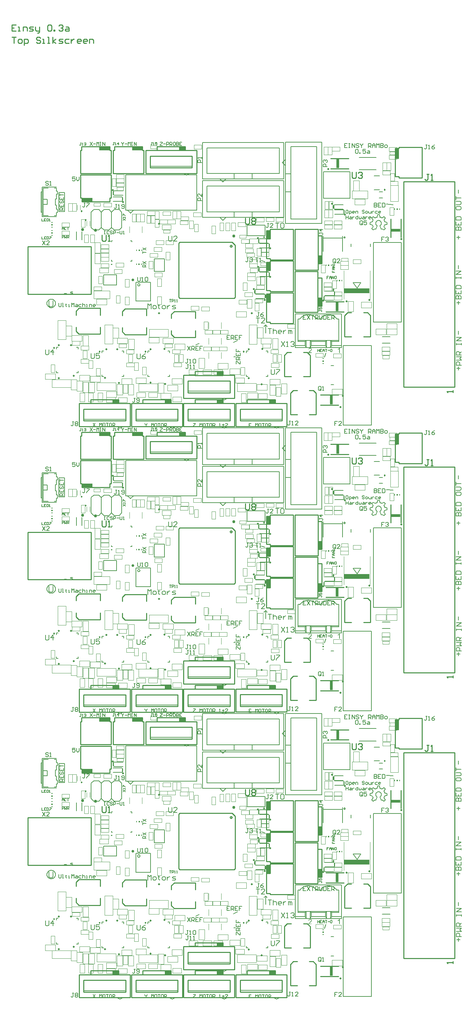
<source format=gto>
G04 Layer_Color=65535*
%FSLAX24Y24*%
%MOIN*%
G70*
G01*
G75*
%ADD10C,0.0070*%
%ADD12C,0.0100*%
%ADD14C,0.0080*%
%ADD115C,0.0300*%
%ADD141C,0.0098*%
%ADD142C,0.0050*%
%ADD143C,0.0060*%
%ADD144C,0.0250*%
%ADD145C,0.0200*%
%ADD146C,0.0197*%
%ADD147C,0.0020*%
%ADD148C,0.0020*%
%ADD149C,0.0079*%
%ADD150C,0.0040*%
%ADD151R,0.0120X0.0059*%
%ADD152R,0.0120X0.0060*%
%ADD153R,0.0120X0.0119*%
%ADD154R,0.0059X0.0120*%
%ADD155R,0.0060X0.0120*%
%ADD156R,0.0119X0.0120*%
%ADD157R,0.2450X0.0492*%
%ADD158R,0.0295X0.0879*%
%ADD159R,0.0879X0.0295*%
G36*
X21826Y94900D02*
X20796D01*
Y95275D01*
X21826D01*
Y94900D01*
D02*
G37*
G36*
X18616D02*
X17586D01*
Y95275D01*
X18616D01*
Y94900D01*
D02*
G37*
G36*
X46993Y94057D02*
X46618D01*
Y95088D01*
X46993D01*
Y94057D01*
D02*
G37*
G36*
X16897Y89865D02*
X15866D01*
Y90240D01*
X16897D01*
Y89865D01*
D02*
G37*
G36*
X41171Y75043D02*
X41110D01*
Y75430D01*
X41110Y75430D01*
X41109Y75429D01*
X41108Y75428D01*
X41106Y75427D01*
X41104Y75425D01*
X41101Y75422D01*
X41098Y75420D01*
X41095Y75417D01*
X41091Y75414D01*
X41086Y75410D01*
X41082Y75407D01*
X41077Y75403D01*
X41071Y75400D01*
X41065Y75396D01*
X41052Y75388D01*
X41052Y75388D01*
X41051Y75387D01*
X41049Y75386D01*
X41046Y75385D01*
X41043Y75383D01*
X41040Y75381D01*
X41035Y75379D01*
X41031Y75376D01*
X41021Y75371D01*
X41010Y75366D01*
X40999Y75361D01*
X40988Y75357D01*
Y75415D01*
X40989Y75416D01*
X40991Y75417D01*
X40994Y75418D01*
X40997Y75420D01*
X41001Y75422D01*
X41007Y75425D01*
X41012Y75428D01*
X41019Y75432D01*
X41025Y75436D01*
X41033Y75440D01*
X41048Y75450D01*
X41063Y75461D01*
X41078Y75473D01*
X41078Y75474D01*
X41079Y75475D01*
X41081Y75477D01*
X41084Y75479D01*
X41087Y75482D01*
X41091Y75486D01*
X41094Y75490D01*
X41099Y75495D01*
X41103Y75500D01*
X41108Y75505D01*
X41117Y75516D01*
X41125Y75528D01*
X41128Y75534D01*
X41132Y75540D01*
X41171D01*
Y75043D01*
D02*
G37*
G36*
X38278Y75540D02*
X38283Y75539D01*
X38289Y75539D01*
X38296Y75538D01*
X38304Y75537D01*
X38312Y75535D01*
X38321Y75533D01*
X38330Y75530D01*
X38339Y75527D01*
X38349Y75523D01*
X38358Y75519D01*
X38367Y75514D01*
X38376Y75507D01*
X38384Y75500D01*
X38384Y75500D01*
X38386Y75498D01*
X38388Y75496D01*
X38390Y75493D01*
X38393Y75490D01*
X38397Y75485D01*
X38401Y75480D01*
X38405Y75473D01*
X38409Y75467D01*
X38412Y75459D01*
X38416Y75451D01*
X38419Y75442D01*
X38422Y75433D01*
X38424Y75423D01*
X38425Y75413D01*
X38426Y75402D01*
Y75402D01*
Y75401D01*
Y75399D01*
Y75397D01*
X38425Y75394D01*
X38425Y75391D01*
X38425Y75388D01*
X38424Y75384D01*
X38423Y75375D01*
X38421Y75365D01*
X38417Y75355D01*
X38414Y75344D01*
Y75343D01*
X38413Y75342D01*
X38412Y75341D01*
X38411Y75339D01*
X38410Y75336D01*
X38408Y75333D01*
X38406Y75330D01*
X38404Y75326D01*
X38401Y75321D01*
X38399Y75317D01*
X38391Y75306D01*
X38387Y75301D01*
X38383Y75295D01*
X38378Y75289D01*
X38373Y75283D01*
X38373Y75283D01*
X38372Y75282D01*
X38370Y75280D01*
X38368Y75278D01*
X38365Y75274D01*
X38361Y75270D01*
X38356Y75266D01*
X38351Y75260D01*
X38345Y75255D01*
X38338Y75248D01*
X38330Y75241D01*
X38322Y75233D01*
X38312Y75225D01*
X38302Y75216D01*
X38291Y75206D01*
X38279Y75196D01*
X38279Y75196D01*
X38277Y75194D01*
X38274Y75192D01*
X38271Y75189D01*
X38266Y75185D01*
X38261Y75181D01*
X38256Y75176D01*
X38250Y75171D01*
X38238Y75161D01*
X38232Y75156D01*
X38227Y75151D01*
X38221Y75146D01*
X38217Y75141D01*
X38212Y75137D01*
X38209Y75134D01*
X38208Y75133D01*
X38207Y75131D01*
X38204Y75128D01*
X38200Y75124D01*
X38196Y75119D01*
X38192Y75113D01*
X38188Y75107D01*
X38184Y75101D01*
X38426D01*
Y75043D01*
X38099D01*
Y75043D01*
Y75044D01*
Y75045D01*
Y75046D01*
Y75048D01*
X38100Y75051D01*
X38100Y75056D01*
X38101Y75062D01*
X38102Y75070D01*
X38104Y75077D01*
X38106Y75085D01*
Y75085D01*
X38107Y75086D01*
X38107Y75088D01*
X38109Y75090D01*
X38110Y75094D01*
X38111Y75097D01*
X38114Y75101D01*
X38116Y75105D01*
X38118Y75110D01*
X38121Y75115D01*
X38128Y75127D01*
X38136Y75138D01*
X38146Y75151D01*
X38146Y75151D01*
X38148Y75152D01*
X38149Y75154D01*
X38151Y75156D01*
X38154Y75159D01*
X38158Y75163D01*
X38162Y75167D01*
X38167Y75172D01*
X38172Y75177D01*
X38178Y75183D01*
X38184Y75189D01*
X38191Y75196D01*
X38199Y75203D01*
X38207Y75210D01*
X38216Y75217D01*
X38226Y75225D01*
X38226Y75226D01*
X38227Y75226D01*
X38228Y75227D01*
X38229Y75228D01*
X38231Y75230D01*
X38233Y75232D01*
X38238Y75236D01*
X38245Y75242D01*
X38252Y75249D01*
X38261Y75256D01*
X38269Y75264D01*
X38279Y75272D01*
X38288Y75280D01*
X38297Y75289D01*
X38305Y75298D01*
X38314Y75307D01*
X38322Y75315D01*
X38329Y75323D01*
X38334Y75331D01*
X38335Y75331D01*
X38335Y75332D01*
X38337Y75335D01*
X38339Y75337D01*
X38341Y75341D01*
X38343Y75345D01*
X38346Y75349D01*
X38349Y75354D01*
X38351Y75360D01*
X38354Y75365D01*
X38359Y75378D01*
X38361Y75384D01*
X38362Y75391D01*
X38363Y75397D01*
X38363Y75404D01*
Y75404D01*
Y75405D01*
Y75407D01*
X38363Y75410D01*
X38362Y75413D01*
X38362Y75417D01*
X38361Y75420D01*
X38360Y75425D01*
X38358Y75429D01*
X38357Y75434D01*
X38354Y75439D01*
X38352Y75444D01*
X38349Y75450D01*
X38346Y75455D01*
X38342Y75460D01*
X38337Y75464D01*
X38337Y75465D01*
X38336Y75466D01*
X38334Y75467D01*
X38332Y75468D01*
X38330Y75470D01*
X38327Y75472D01*
X38323Y75475D01*
X38319Y75477D01*
X38314Y75480D01*
X38309Y75482D01*
X38304Y75484D01*
X38298Y75486D01*
X38291Y75487D01*
X38285Y75488D01*
X38277Y75489D01*
X38270Y75490D01*
X38266D01*
X38263Y75489D01*
X38259Y75489D01*
X38255Y75488D01*
X38250Y75487D01*
X38245Y75486D01*
X38239Y75485D01*
X38233Y75483D01*
X38228Y75481D01*
X38222Y75478D01*
X38216Y75475D01*
X38210Y75472D01*
X38204Y75468D01*
X38199Y75463D01*
X38199Y75463D01*
X38198Y75462D01*
X38197Y75460D01*
X38196Y75458D01*
X38193Y75456D01*
X38191Y75452D01*
X38189Y75448D01*
X38187Y75444D01*
X38184Y75439D01*
X38182Y75434D01*
X38179Y75428D01*
X38177Y75422D01*
X38176Y75414D01*
X38174Y75407D01*
X38174Y75399D01*
X38173Y75390D01*
X38111Y75397D01*
Y75397D01*
Y75398D01*
X38111Y75399D01*
Y75400D01*
X38111Y75404D01*
X38112Y75408D01*
X38114Y75414D01*
X38115Y75421D01*
X38117Y75428D01*
X38119Y75436D01*
X38122Y75445D01*
X38125Y75453D01*
X38129Y75462D01*
X38134Y75471D01*
X38139Y75480D01*
X38145Y75488D01*
X38151Y75496D01*
X38159Y75503D01*
X38159Y75504D01*
X38160Y75505D01*
X38163Y75507D01*
X38166Y75509D01*
X38170Y75512D01*
X38175Y75515D01*
X38182Y75518D01*
X38188Y75522D01*
X38196Y75525D01*
X38204Y75528D01*
X38214Y75531D01*
X38224Y75534D01*
X38235Y75537D01*
X38246Y75539D01*
X38258Y75540D01*
X38271Y75540D01*
X38274D01*
X38278Y75540D01*
D02*
G37*
G36*
X21826Y66908D02*
X20796D01*
Y67283D01*
X21826D01*
Y66908D01*
D02*
G37*
G36*
X18616D02*
X17586D01*
Y67283D01*
X18616D01*
Y66908D01*
D02*
G37*
G36*
X46993Y66065D02*
X46618D01*
Y67096D01*
X46993D01*
Y66065D01*
D02*
G37*
G36*
X16897Y61873D02*
X15866D01*
Y62248D01*
X16897D01*
Y61873D01*
D02*
G37*
G36*
X41171Y47051D02*
X41110D01*
Y47438D01*
X41110Y47438D01*
X41109Y47437D01*
X41108Y47436D01*
X41106Y47434D01*
X41104Y47433D01*
X41101Y47430D01*
X41098Y47428D01*
X41095Y47425D01*
X41091Y47422D01*
X41086Y47418D01*
X41082Y47415D01*
X41077Y47411D01*
X41071Y47408D01*
X41065Y47404D01*
X41052Y47396D01*
X41052Y47395D01*
X41051Y47395D01*
X41049Y47394D01*
X41046Y47393D01*
X41043Y47391D01*
X41040Y47389D01*
X41035Y47386D01*
X41031Y47384D01*
X41021Y47379D01*
X41010Y47374D01*
X40999Y47369D01*
X40988Y47365D01*
Y47423D01*
X40989Y47424D01*
X40991Y47424D01*
X40994Y47426D01*
X40997Y47428D01*
X41001Y47430D01*
X41007Y47433D01*
X41012Y47436D01*
X41019Y47439D01*
X41025Y47444D01*
X41033Y47448D01*
X41048Y47458D01*
X41063Y47469D01*
X41078Y47481D01*
X41078Y47482D01*
X41079Y47483D01*
X41081Y47485D01*
X41084Y47487D01*
X41087Y47490D01*
X41091Y47494D01*
X41094Y47498D01*
X41099Y47502D01*
X41103Y47507D01*
X41108Y47513D01*
X41117Y47524D01*
X41125Y47536D01*
X41128Y47542D01*
X41132Y47548D01*
X41171D01*
Y47051D01*
D02*
G37*
G36*
X38278Y47548D02*
X38283Y47547D01*
X38289Y47547D01*
X38296Y47546D01*
X38304Y47545D01*
X38312Y47543D01*
X38321Y47541D01*
X38330Y47538D01*
X38339Y47535D01*
X38349Y47531D01*
X38358Y47526D01*
X38367Y47521D01*
X38376Y47515D01*
X38384Y47508D01*
X38384Y47508D01*
X38386Y47506D01*
X38388Y47504D01*
X38390Y47501D01*
X38393Y47497D01*
X38397Y47493D01*
X38401Y47487D01*
X38405Y47481D01*
X38409Y47474D01*
X38412Y47467D01*
X38416Y47459D01*
X38419Y47450D01*
X38422Y47441D01*
X38424Y47431D01*
X38425Y47421D01*
X38426Y47410D01*
Y47410D01*
Y47409D01*
Y47407D01*
Y47405D01*
X38425Y47402D01*
X38425Y47399D01*
X38425Y47396D01*
X38424Y47392D01*
X38423Y47383D01*
X38421Y47373D01*
X38417Y47362D01*
X38414Y47352D01*
Y47351D01*
X38413Y47350D01*
X38412Y47349D01*
X38411Y47347D01*
X38410Y47344D01*
X38408Y47341D01*
X38406Y47337D01*
X38404Y47333D01*
X38401Y47329D01*
X38399Y47325D01*
X38391Y47314D01*
X38387Y47309D01*
X38383Y47303D01*
X38378Y47297D01*
X38373Y47291D01*
X38373Y47291D01*
X38372Y47290D01*
X38370Y47288D01*
X38368Y47285D01*
X38365Y47282D01*
X38361Y47278D01*
X38356Y47274D01*
X38351Y47268D01*
X38345Y47263D01*
X38338Y47256D01*
X38330Y47249D01*
X38322Y47241D01*
X38312Y47233D01*
X38302Y47224D01*
X38291Y47214D01*
X38279Y47204D01*
X38279Y47204D01*
X38277Y47202D01*
X38274Y47200D01*
X38271Y47197D01*
X38266Y47193D01*
X38261Y47189D01*
X38256Y47184D01*
X38250Y47179D01*
X38238Y47169D01*
X38232Y47163D01*
X38227Y47158D01*
X38221Y47153D01*
X38217Y47149D01*
X38212Y47145D01*
X38209Y47142D01*
X38208Y47141D01*
X38207Y47139D01*
X38204Y47135D01*
X38200Y47132D01*
X38196Y47127D01*
X38192Y47121D01*
X38188Y47115D01*
X38184Y47109D01*
X38426D01*
Y47051D01*
X38099D01*
Y47051D01*
Y47052D01*
Y47053D01*
Y47054D01*
Y47056D01*
X38100Y47059D01*
X38100Y47064D01*
X38101Y47070D01*
X38102Y47077D01*
X38104Y47085D01*
X38106Y47093D01*
Y47093D01*
X38107Y47094D01*
X38107Y47096D01*
X38109Y47098D01*
X38110Y47101D01*
X38111Y47105D01*
X38114Y47109D01*
X38116Y47113D01*
X38118Y47118D01*
X38121Y47123D01*
X38128Y47134D01*
X38136Y47146D01*
X38146Y47158D01*
X38146Y47159D01*
X38148Y47160D01*
X38149Y47162D01*
X38151Y47164D01*
X38154Y47167D01*
X38158Y47171D01*
X38162Y47175D01*
X38167Y47180D01*
X38172Y47185D01*
X38178Y47191D01*
X38184Y47197D01*
X38191Y47204D01*
X38199Y47211D01*
X38207Y47218D01*
X38216Y47225D01*
X38226Y47233D01*
X38226Y47234D01*
X38227Y47234D01*
X38228Y47235D01*
X38229Y47236D01*
X38231Y47238D01*
X38233Y47240D01*
X38238Y47244D01*
X38245Y47250D01*
X38252Y47256D01*
X38261Y47264D01*
X38269Y47272D01*
X38279Y47280D01*
X38288Y47288D01*
X38297Y47297D01*
X38305Y47306D01*
X38314Y47314D01*
X38322Y47323D01*
X38329Y47331D01*
X38334Y47338D01*
X38335Y47339D01*
X38335Y47340D01*
X38337Y47342D01*
X38339Y47345D01*
X38341Y47348D01*
X38343Y47352D01*
X38346Y47357D01*
X38349Y47362D01*
X38351Y47367D01*
X38354Y47373D01*
X38359Y47386D01*
X38361Y47392D01*
X38362Y47399D01*
X38363Y47405D01*
X38363Y47411D01*
Y47412D01*
Y47413D01*
Y47415D01*
X38363Y47418D01*
X38362Y47421D01*
X38362Y47424D01*
X38361Y47428D01*
X38360Y47433D01*
X38358Y47437D01*
X38357Y47442D01*
X38354Y47447D01*
X38352Y47452D01*
X38349Y47458D01*
X38346Y47463D01*
X38342Y47468D01*
X38337Y47472D01*
X38337Y47473D01*
X38336Y47473D01*
X38334Y47474D01*
X38332Y47476D01*
X38330Y47478D01*
X38327Y47480D01*
X38323Y47483D01*
X38319Y47485D01*
X38314Y47487D01*
X38309Y47490D01*
X38304Y47492D01*
X38298Y47493D01*
X38291Y47495D01*
X38285Y47496D01*
X38277Y47497D01*
X38270Y47497D01*
X38266D01*
X38263Y47497D01*
X38259Y47497D01*
X38255Y47496D01*
X38250Y47495D01*
X38245Y47494D01*
X38239Y47493D01*
X38233Y47491D01*
X38228Y47489D01*
X38222Y47486D01*
X38216Y47483D01*
X38210Y47480D01*
X38204Y47476D01*
X38199Y47471D01*
X38199Y47471D01*
X38198Y47470D01*
X38197Y47468D01*
X38196Y47466D01*
X38193Y47463D01*
X38191Y47460D01*
X38189Y47456D01*
X38187Y47452D01*
X38184Y47447D01*
X38182Y47442D01*
X38179Y47436D01*
X38177Y47429D01*
X38176Y47422D01*
X38174Y47415D01*
X38174Y47407D01*
X38173Y47398D01*
X38111Y47405D01*
Y47405D01*
Y47405D01*
X38111Y47406D01*
Y47408D01*
X38111Y47411D01*
X38112Y47416D01*
X38114Y47422D01*
X38115Y47429D01*
X38117Y47436D01*
X38119Y47444D01*
X38122Y47453D01*
X38125Y47461D01*
X38129Y47470D01*
X38134Y47479D01*
X38139Y47488D01*
X38145Y47496D01*
X38151Y47504D01*
X38159Y47511D01*
X38159Y47511D01*
X38160Y47512D01*
X38163Y47515D01*
X38166Y47517D01*
X38170Y47520D01*
X38175Y47523D01*
X38182Y47526D01*
X38188Y47530D01*
X38196Y47533D01*
X38204Y47536D01*
X38214Y47539D01*
X38224Y47542D01*
X38235Y47545D01*
X38246Y47546D01*
X38258Y47548D01*
X38271Y47548D01*
X38274D01*
X38278Y47548D01*
D02*
G37*
G36*
X21826Y38916D02*
X20796D01*
Y39291D01*
X21826D01*
Y38916D01*
D02*
G37*
G36*
X18616D02*
X17586D01*
Y39291D01*
X18616D01*
Y38916D01*
D02*
G37*
G36*
X46993Y38073D02*
X46618D01*
Y39104D01*
X46993D01*
Y38073D01*
D02*
G37*
G36*
X16897Y33881D02*
X15866D01*
Y34256D01*
X16897D01*
Y33881D01*
D02*
G37*
G36*
X41171Y19059D02*
X41110D01*
Y19446D01*
X41110Y19446D01*
X41109Y19445D01*
X41108Y19444D01*
X41106Y19442D01*
X41104Y19440D01*
X41101Y19438D01*
X41098Y19435D01*
X41095Y19433D01*
X41091Y19430D01*
X41086Y19426D01*
X41082Y19423D01*
X41077Y19419D01*
X41071Y19415D01*
X41065Y19411D01*
X41052Y19404D01*
X41052Y19403D01*
X41051Y19403D01*
X41049Y19401D01*
X41046Y19400D01*
X41043Y19399D01*
X41040Y19396D01*
X41035Y19394D01*
X41031Y19392D01*
X41021Y19387D01*
X41010Y19382D01*
X40999Y19377D01*
X40988Y19372D01*
Y19431D01*
X40989Y19432D01*
X40991Y19432D01*
X40994Y19434D01*
X40997Y19435D01*
X41001Y19438D01*
X41007Y19440D01*
X41012Y19444D01*
X41019Y19447D01*
X41025Y19452D01*
X41033Y19456D01*
X41048Y19466D01*
X41063Y19477D01*
X41078Y19489D01*
X41078Y19490D01*
X41079Y19491D01*
X41081Y19492D01*
X41084Y19495D01*
X41087Y19498D01*
X41091Y19502D01*
X41094Y19506D01*
X41099Y19510D01*
X41103Y19515D01*
X41108Y19521D01*
X41117Y19532D01*
X41125Y19544D01*
X41128Y19550D01*
X41132Y19556D01*
X41171D01*
Y19059D01*
D02*
G37*
G36*
X38278Y19555D02*
X38283Y19555D01*
X38289Y19555D01*
X38296Y19554D01*
X38304Y19553D01*
X38312Y19551D01*
X38321Y19549D01*
X38330Y19546D01*
X38339Y19543D01*
X38349Y19539D01*
X38358Y19534D01*
X38367Y19529D01*
X38376Y19523D01*
X38384Y19516D01*
X38384Y19516D01*
X38386Y19514D01*
X38388Y19512D01*
X38390Y19509D01*
X38393Y19505D01*
X38397Y19501D01*
X38401Y19495D01*
X38405Y19489D01*
X38409Y19482D01*
X38412Y19475D01*
X38416Y19467D01*
X38419Y19458D01*
X38422Y19449D01*
X38424Y19439D01*
X38425Y19429D01*
X38426Y19418D01*
Y19418D01*
Y19417D01*
Y19415D01*
Y19413D01*
X38425Y19410D01*
X38425Y19407D01*
X38425Y19404D01*
X38424Y19400D01*
X38423Y19391D01*
X38421Y19381D01*
X38417Y19370D01*
X38414Y19360D01*
Y19359D01*
X38413Y19358D01*
X38412Y19357D01*
X38411Y19355D01*
X38410Y19352D01*
X38408Y19349D01*
X38406Y19345D01*
X38404Y19341D01*
X38401Y19337D01*
X38399Y19332D01*
X38391Y19322D01*
X38387Y19317D01*
X38383Y19311D01*
X38378Y19305D01*
X38373Y19299D01*
X38373Y19299D01*
X38372Y19298D01*
X38370Y19296D01*
X38368Y19293D01*
X38365Y19290D01*
X38361Y19286D01*
X38356Y19282D01*
X38351Y19276D01*
X38345Y19270D01*
X38338Y19264D01*
X38330Y19257D01*
X38322Y19249D01*
X38312Y19241D01*
X38302Y19232D01*
X38291Y19222D01*
X38279Y19212D01*
X38279Y19212D01*
X38277Y19210D01*
X38274Y19208D01*
X38271Y19205D01*
X38266Y19201D01*
X38261Y19197D01*
X38256Y19192D01*
X38250Y19187D01*
X38238Y19177D01*
X38232Y19171D01*
X38227Y19166D01*
X38221Y19161D01*
X38217Y19157D01*
X38212Y19153D01*
X38209Y19149D01*
X38208Y19149D01*
X38207Y19147D01*
X38204Y19143D01*
X38200Y19139D01*
X38196Y19134D01*
X38192Y19129D01*
X38188Y19123D01*
X38184Y19117D01*
X38426D01*
Y19059D01*
X38099D01*
Y19059D01*
Y19060D01*
Y19061D01*
Y19062D01*
Y19064D01*
X38100Y19066D01*
X38100Y19072D01*
X38101Y19078D01*
X38102Y19085D01*
X38104Y19093D01*
X38106Y19100D01*
Y19101D01*
X38107Y19102D01*
X38107Y19104D01*
X38109Y19106D01*
X38110Y19109D01*
X38111Y19113D01*
X38114Y19117D01*
X38116Y19121D01*
X38118Y19126D01*
X38121Y19131D01*
X38128Y19142D01*
X38136Y19154D01*
X38146Y19166D01*
X38146Y19167D01*
X38148Y19168D01*
X38149Y19169D01*
X38151Y19172D01*
X38154Y19175D01*
X38158Y19179D01*
X38162Y19183D01*
X38167Y19188D01*
X38172Y19193D01*
X38178Y19199D01*
X38184Y19205D01*
X38191Y19212D01*
X38199Y19219D01*
X38207Y19226D01*
X38216Y19233D01*
X38226Y19241D01*
X38226Y19241D01*
X38227Y19242D01*
X38228Y19243D01*
X38229Y19244D01*
X38231Y19246D01*
X38233Y19248D01*
X38238Y19252D01*
X38245Y19258D01*
X38252Y19264D01*
X38261Y19272D01*
X38269Y19279D01*
X38279Y19288D01*
X38288Y19296D01*
X38297Y19305D01*
X38305Y19314D01*
X38314Y19322D01*
X38322Y19331D01*
X38329Y19339D01*
X38334Y19346D01*
X38335Y19347D01*
X38335Y19348D01*
X38337Y19350D01*
X38339Y19353D01*
X38341Y19356D01*
X38343Y19360D01*
X38346Y19365D01*
X38349Y19370D01*
X38351Y19375D01*
X38354Y19381D01*
X38359Y19394D01*
X38361Y19400D01*
X38362Y19406D01*
X38363Y19413D01*
X38363Y19419D01*
Y19420D01*
Y19421D01*
Y19423D01*
X38363Y19425D01*
X38362Y19429D01*
X38362Y19432D01*
X38361Y19436D01*
X38360Y19440D01*
X38358Y19445D01*
X38357Y19450D01*
X38354Y19455D01*
X38352Y19460D01*
X38349Y19466D01*
X38346Y19471D01*
X38342Y19476D01*
X38337Y19480D01*
X38337Y19481D01*
X38336Y19481D01*
X38334Y19482D01*
X38332Y19484D01*
X38330Y19486D01*
X38327Y19488D01*
X38323Y19491D01*
X38319Y19493D01*
X38314Y19495D01*
X38309Y19497D01*
X38304Y19500D01*
X38298Y19501D01*
X38291Y19503D01*
X38285Y19504D01*
X38277Y19505D01*
X38270Y19505D01*
X38266D01*
X38263Y19505D01*
X38259Y19505D01*
X38255Y19504D01*
X38250Y19503D01*
X38245Y19502D01*
X38239Y19501D01*
X38233Y19499D01*
X38228Y19497D01*
X38222Y19494D01*
X38216Y19491D01*
X38210Y19487D01*
X38204Y19483D01*
X38199Y19479D01*
X38199Y19478D01*
X38198Y19478D01*
X38197Y19476D01*
X38196Y19474D01*
X38193Y19471D01*
X38191Y19468D01*
X38189Y19464D01*
X38187Y19460D01*
X38184Y19455D01*
X38182Y19449D01*
X38179Y19444D01*
X38177Y19437D01*
X38176Y19430D01*
X38174Y19423D01*
X38174Y19415D01*
X38173Y19406D01*
X38111Y19413D01*
Y19413D01*
Y19413D01*
X38111Y19414D01*
Y19416D01*
X38111Y19419D01*
X38112Y19424D01*
X38114Y19430D01*
X38115Y19437D01*
X38117Y19444D01*
X38119Y19452D01*
X38122Y19461D01*
X38125Y19469D01*
X38129Y19478D01*
X38134Y19487D01*
X38139Y19496D01*
X38145Y19504D01*
X38151Y19512D01*
X38159Y19519D01*
X38159Y19519D01*
X38160Y19520D01*
X38163Y19522D01*
X38166Y19525D01*
X38170Y19527D01*
X38175Y19531D01*
X38182Y19534D01*
X38188Y19538D01*
X38196Y19541D01*
X38204Y19544D01*
X38214Y19547D01*
X38224Y19550D01*
X38235Y19553D01*
X38246Y19554D01*
X38258Y19555D01*
X38271Y19556D01*
X38274D01*
X38278Y19555D01*
D02*
G37*
G54D10*
X39589Y36818D02*
X42188D01*
Y34219D02*
Y36818D01*
X39589Y34219D02*
X42188D01*
X39589D02*
Y36818D01*
X49735Y39438D02*
X49602D01*
X49668D01*
Y39105D01*
X49602Y39039D01*
X49535D01*
X49468Y39105D01*
X49868Y39039D02*
X50002D01*
X49935D01*
Y39438D01*
X49868Y39372D01*
X50468Y39438D02*
X50335Y39372D01*
X50202Y39238D01*
Y39105D01*
X50268Y39039D01*
X50402D01*
X50468Y39105D01*
Y39172D01*
X50402Y39238D01*
X50202D01*
X27641Y33991D02*
X27241D01*
Y34191D01*
X27308Y34258D01*
X27441D01*
X27508Y34191D01*
Y33991D01*
X27641Y34657D02*
Y34391D01*
X27374Y34657D01*
X27308D01*
X27241Y34591D01*
Y34458D01*
X27308Y34391D01*
X27651Y37721D02*
X27251D01*
Y37921D01*
X27318Y37988D01*
X27451D01*
X27518Y37921D01*
Y37721D01*
X27651Y38121D02*
Y38254D01*
Y38188D01*
X27251D01*
X27318Y38121D01*
X39959Y37318D02*
X39559D01*
Y37518D01*
X39625Y37585D01*
X39759D01*
X39825Y37518D01*
Y37318D01*
X39625Y37718D02*
X39559Y37785D01*
Y37918D01*
X39625Y37985D01*
X39692D01*
X39759Y37918D01*
Y37852D01*
Y37918D01*
X39825Y37985D01*
X39892D01*
X39959Y37918D01*
Y37785D01*
X39892Y37718D01*
X45548Y30431D02*
X45281D01*
Y30231D01*
X45414D01*
X45281D01*
Y30031D01*
X45681Y30364D02*
X45748Y30431D01*
X45881D01*
X45947Y30364D01*
Y30298D01*
X45881Y30231D01*
X45814D01*
X45881D01*
X45947Y30164D01*
Y30098D01*
X45881Y30031D01*
X45748D01*
X45681Y30098D01*
X40955Y12358D02*
X40689D01*
Y12158D01*
X40822D01*
X40689D01*
Y11959D01*
X41355D02*
X41088D01*
X41355Y12225D01*
Y12292D01*
X41288Y12358D01*
X41155D01*
X41088Y12292D01*
X21358Y26498D02*
Y26165D01*
X21425Y26098D01*
X21558D01*
X21625Y26165D01*
Y26498D01*
X21758Y26098D02*
X21892D01*
X21825D01*
Y26498D01*
X21758Y26432D01*
X22092D02*
X22158Y26498D01*
X22292D01*
X22358Y26432D01*
Y26165D01*
X22292Y26098D01*
X22158D01*
X22092Y26165D01*
Y26432D01*
X43405Y31685D02*
Y31952D01*
X43338Y32018D01*
X43205D01*
X43138Y31952D01*
Y31685D01*
X43205Y31618D01*
X43338D01*
X43272Y31752D02*
X43405Y31618D01*
X43338D02*
X43405Y31685D01*
X43805Y32018D02*
X43538D01*
Y31818D01*
X43672Y31885D01*
X43738D01*
X43805Y31818D01*
Y31685D01*
X43738Y31618D01*
X43605D01*
X43538Y31685D01*
X12021Y30041D02*
X12288Y29641D01*
Y30041D02*
X12021Y29641D01*
X12687D02*
X12421D01*
X12687Y29908D01*
Y29974D01*
X12621Y30041D01*
X12488D01*
X12421Y29974D01*
X12595Y35812D02*
X12528Y35878D01*
X12395D01*
X12328Y35812D01*
Y35745D01*
X12395Y35678D01*
X12528D01*
X12595Y35612D01*
Y35545D01*
X12528Y35478D01*
X12395D01*
X12328Y35545D01*
X12728Y35478D02*
X12862D01*
X12795D01*
Y35878D01*
X12728Y35812D01*
X39358Y15468D02*
Y15734D01*
X39291Y15801D01*
X39158D01*
X39091Y15734D01*
Y15468D01*
X39158Y15401D01*
X39291D01*
X39224Y15534D02*
X39358Y15401D01*
X39291D02*
X39358Y15468D01*
X39491Y15401D02*
X39624D01*
X39558D01*
Y15801D01*
X39491Y15734D01*
X40785Y27945D02*
Y28212D01*
X40718Y28278D01*
X40585D01*
X40518Y28212D01*
Y27945D01*
X40585Y27878D01*
X40718D01*
X40652Y28012D02*
X40785Y27878D01*
X40718D02*
X40785Y27945D01*
X41185Y27878D02*
X40918D01*
X41185Y28145D01*
Y28212D01*
X41118Y28278D01*
X40985D01*
X40918Y28212D01*
X34198Y31741D02*
X34064D01*
X34131D01*
Y31408D01*
X34064Y31341D01*
X33998D01*
X33931Y31408D01*
X34597Y31341D02*
X34331D01*
X34597Y31608D01*
Y31674D01*
X34531Y31741D01*
X34398D01*
X34331Y31674D01*
X32218Y28401D02*
X32084D01*
X32151D01*
Y28068D01*
X32084Y28001D01*
X32018D01*
X31951Y28068D01*
X32351Y28334D02*
X32418Y28401D01*
X32551D01*
X32617Y28334D01*
Y28268D01*
X32551Y28201D01*
X32484D01*
X32551D01*
X32617Y28134D01*
Y28068D01*
X32551Y28001D01*
X32418D01*
X32351Y28068D01*
X33278Y23031D02*
X33144D01*
X33211D01*
Y22698D01*
X33144Y22631D01*
X33078D01*
X33011Y22698D01*
X33677Y23031D02*
X33544Y22964D01*
X33411Y22831D01*
Y22698D01*
X33478Y22631D01*
X33611D01*
X33677Y22698D01*
Y22764D01*
X33611Y22831D01*
X33411D01*
X15088Y12311D02*
X14954D01*
X15021D01*
Y11978D01*
X14954Y11911D01*
X14888D01*
X14821Y11978D01*
X15221Y12244D02*
X15288Y12311D01*
X15421D01*
X15487Y12244D01*
Y12178D01*
X15421Y12111D01*
X15487Y12044D01*
Y11978D01*
X15421Y11911D01*
X15288D01*
X15221Y11978D01*
Y12044D01*
X15288Y12111D01*
X15221Y12178D01*
Y12244D01*
X15288Y12111D02*
X15421D01*
X21098Y14631D02*
X20964D01*
X21031D01*
Y14298D01*
X20964Y14231D01*
X20898D01*
X20831Y14298D01*
X21231D02*
X21298Y14231D01*
X21431D01*
X21497Y14298D01*
Y14564D01*
X21431Y14631D01*
X21298D01*
X21231Y14564D01*
Y14498D01*
X21298Y14431D01*
X21497D01*
X26298Y18451D02*
X26164D01*
X26231D01*
Y18118D01*
X26164Y18051D01*
X26098D01*
X26031Y18118D01*
X26431Y18051D02*
X26564D01*
X26498D01*
Y18451D01*
X26431Y18384D01*
X26764D02*
X26831Y18451D01*
X26964D01*
X27031Y18384D01*
Y18118D01*
X26964Y18051D01*
X26831D01*
X26764Y18118D01*
Y18384D01*
X26338Y17921D02*
X26204D01*
X26271D01*
Y17588D01*
X26204Y17521D01*
X26138D01*
X26071Y17588D01*
X26471Y17521D02*
X26604D01*
X26538D01*
Y17921D01*
X26471Y17854D01*
X26804Y17521D02*
X26937D01*
X26871D01*
Y17921D01*
X26804Y17854D01*
X36338Y12391D02*
X36204D01*
X36271D01*
Y12058D01*
X36204Y11991D01*
X36138D01*
X36071Y12058D01*
X36471Y11991D02*
X36604D01*
X36538D01*
Y12391D01*
X36471Y12324D01*
X37071Y11991D02*
X36804D01*
X37071Y12258D01*
Y12324D01*
X37004Y12391D01*
X36871D01*
X36804Y12324D01*
X19318Y33621D02*
X19184D01*
X19251D01*
Y33288D01*
X19184Y33221D01*
X19118D01*
X19051Y33288D01*
X19451Y33221D02*
X19584D01*
X19518D01*
Y33621D01*
X19451Y33554D01*
X19784Y33288D02*
X19851Y33221D01*
X19984D01*
X20051Y33288D01*
Y33554D01*
X19984Y33621D01*
X19851D01*
X19784Y33554D01*
Y33488D01*
X19851Y33421D01*
X20051D01*
X37835Y22748D02*
X37569D01*
Y22348D01*
X37835D01*
X37569Y22548D02*
X37702D01*
X37968Y22748D02*
X38235Y22348D01*
Y22748D02*
X37968Y22348D01*
X38368Y22748D02*
X38635D01*
X38502D01*
Y22348D01*
X38768D02*
Y22748D01*
X38968D01*
X39035Y22682D01*
Y22548D01*
X38968Y22482D01*
X38768D01*
X38901D02*
X39035Y22348D01*
X39168Y22748D02*
Y22415D01*
X39235Y22348D01*
X39368D01*
X39435Y22415D01*
Y22748D01*
X39568D02*
Y22348D01*
X39768D01*
X39834Y22415D01*
Y22682D01*
X39768Y22748D01*
X39568D01*
X40234D02*
X39968D01*
Y22348D01*
X40234D01*
X39968Y22548D02*
X40101D01*
X40368Y22348D02*
Y22748D01*
X40568D01*
X40634Y22682D01*
Y22548D01*
X40568Y22482D01*
X40368D01*
X40501D02*
X40634Y22348D01*
X13608Y23938D02*
Y23638D01*
X13668Y23579D01*
X13788D01*
X13848Y23638D01*
Y23938D01*
X13968Y23579D02*
X14088D01*
X14028D01*
Y23938D01*
X13968D01*
X14328Y23878D02*
Y23818D01*
X14268D01*
X14388D01*
X14328D01*
Y23638D01*
X14388Y23579D01*
X14568D02*
X14688D01*
X14628D01*
Y23818D01*
X14568D01*
X14868Y23579D02*
Y23938D01*
X14988Y23818D01*
X15108Y23938D01*
Y23579D01*
X15288Y23818D02*
X15408D01*
X15468Y23758D01*
Y23579D01*
X15288D01*
X15228Y23638D01*
X15288Y23698D01*
X15468D01*
X15828Y23818D02*
X15648D01*
X15588Y23758D01*
Y23638D01*
X15648Y23579D01*
X15828D01*
X15948Y23938D02*
Y23579D01*
Y23758D01*
X16008Y23818D01*
X16128D01*
X16188Y23758D01*
Y23579D01*
X16308D02*
X16428D01*
X16368D01*
Y23818D01*
X16308D01*
X16608Y23579D02*
Y23818D01*
X16787D01*
X16847Y23758D01*
Y23579D01*
X17147D02*
X17027D01*
X16967Y23638D01*
Y23758D01*
X17027Y23818D01*
X17147D01*
X17207Y23758D01*
Y23698D01*
X16967D01*
X15228Y36321D02*
X14961D01*
Y36121D01*
X15094Y36188D01*
X15161D01*
X15228Y36121D01*
Y35988D01*
X15161Y35921D01*
X15028D01*
X14961Y35988D01*
X15361Y36321D02*
Y36054D01*
X15494Y35921D01*
X15627Y36054D01*
Y36321D01*
X32901Y28398D02*
X33168D01*
X33034D01*
Y27998D01*
X33301D02*
X33434D01*
X33368D01*
Y28398D01*
X33301Y28332D01*
X26261Y19721D02*
X26528Y19321D01*
Y19721D02*
X26261Y19321D01*
X26661D02*
Y19721D01*
X26861D01*
X26927Y19654D01*
Y19521D01*
X26861Y19454D01*
X26661D01*
X26794D02*
X26927Y19321D01*
X27327Y19721D02*
X27061D01*
Y19321D01*
X27327D01*
X27061Y19521D02*
X27194D01*
X27727Y19721D02*
X27461D01*
Y19521D01*
X27594D01*
X27461D01*
Y19321D01*
X31011Y18001D02*
Y18268D01*
X31078D01*
X31344Y18001D01*
X31411D01*
Y18268D01*
Y18401D02*
X31011D01*
Y18601D01*
X31078Y18667D01*
X31211D01*
X31278Y18601D01*
Y18401D01*
Y18534D02*
X31411Y18667D01*
X31011Y19067D02*
Y18801D01*
X31411D01*
Y19067D01*
X31211Y18801D02*
Y18934D01*
X31011Y19467D02*
Y19201D01*
X31211D01*
Y19334D01*
Y19201D01*
X31411D01*
X30385Y20788D02*
X30119D01*
Y20389D01*
X30385D01*
X30119Y20588D02*
X30252D01*
X30518Y20389D02*
Y20788D01*
X30718D01*
X30785Y20722D01*
Y20588D01*
X30718Y20522D01*
X30518D01*
X30652D02*
X30785Y20389D01*
X31185Y20788D02*
X30918D01*
Y20389D01*
X31185D01*
X30918Y20588D02*
X31052D01*
X31585Y20788D02*
X31318D01*
Y20588D01*
X31451D01*
X31318D01*
Y20389D01*
X44549Y33748D02*
Y33349D01*
X44748D01*
X44815Y33415D01*
Y33482D01*
X44748Y33548D01*
X44549D01*
X44748D01*
X44815Y33615D01*
Y33682D01*
X44748Y33748D01*
X44549D01*
X45215D02*
X44948D01*
Y33349D01*
X45215D01*
X44948Y33548D02*
X45082D01*
X45348Y33748D02*
Y33349D01*
X45548D01*
X45615Y33415D01*
Y33682D01*
X45548Y33748D01*
X45348D01*
X39589Y64810D02*
X42188D01*
Y62211D02*
Y64810D01*
X39589Y62211D02*
X42188D01*
X39589D02*
Y64810D01*
X49735Y67431D02*
X49602D01*
X49668D01*
Y67097D01*
X49602Y67031D01*
X49535D01*
X49468Y67097D01*
X49868Y67031D02*
X50002D01*
X49935D01*
Y67431D01*
X49868Y67364D01*
X50468Y67431D02*
X50335Y67364D01*
X50202Y67231D01*
Y67097D01*
X50268Y67031D01*
X50402D01*
X50468Y67097D01*
Y67164D01*
X50402Y67231D01*
X50202D01*
X27641Y61983D02*
X27241D01*
Y62183D01*
X27308Y62250D01*
X27441D01*
X27508Y62183D01*
Y61983D01*
X27641Y62650D02*
Y62383D01*
X27374Y62650D01*
X27308D01*
X27241Y62583D01*
Y62450D01*
X27308Y62383D01*
X27651Y65713D02*
X27251D01*
Y65913D01*
X27318Y65980D01*
X27451D01*
X27518Y65913D01*
Y65713D01*
X27651Y66113D02*
Y66246D01*
Y66180D01*
X27251D01*
X27318Y66113D01*
X39959Y65311D02*
X39559D01*
Y65511D01*
X39625Y65577D01*
X39759D01*
X39825Y65511D01*
Y65311D01*
X39625Y65711D02*
X39559Y65777D01*
Y65910D01*
X39625Y65977D01*
X39692D01*
X39759Y65910D01*
Y65844D01*
Y65910D01*
X39825Y65977D01*
X39892D01*
X39959Y65910D01*
Y65777D01*
X39892Y65711D01*
X45548Y58423D02*
X45281D01*
Y58223D01*
X45414D01*
X45281D01*
Y58023D01*
X45681Y58356D02*
X45748Y58423D01*
X45881D01*
X45947Y58356D01*
Y58290D01*
X45881Y58223D01*
X45814D01*
X45881D01*
X45947Y58156D01*
Y58090D01*
X45881Y58023D01*
X45748D01*
X45681Y58090D01*
X40955Y40350D02*
X40689D01*
Y40151D01*
X40822D01*
X40689D01*
Y39951D01*
X41355D02*
X41088D01*
X41355Y40217D01*
Y40284D01*
X41288Y40350D01*
X41155D01*
X41088Y40284D01*
X21358Y54490D02*
Y54157D01*
X21425Y54091D01*
X21558D01*
X21625Y54157D01*
Y54490D01*
X21758Y54091D02*
X21892D01*
X21825D01*
Y54490D01*
X21758Y54424D01*
X22092D02*
X22158Y54490D01*
X22292D01*
X22358Y54424D01*
Y54157D01*
X22292Y54091D01*
X22158D01*
X22092Y54157D01*
Y54424D01*
X43405Y59677D02*
Y59944D01*
X43338Y60010D01*
X43205D01*
X43138Y59944D01*
Y59677D01*
X43205Y59611D01*
X43338D01*
X43272Y59744D02*
X43405Y59611D01*
X43338D02*
X43405Y59677D01*
X43805Y60010D02*
X43538D01*
Y59811D01*
X43672Y59877D01*
X43738D01*
X43805Y59811D01*
Y59677D01*
X43738Y59611D01*
X43605D01*
X43538Y59677D01*
X12021Y58033D02*
X12288Y57633D01*
Y58033D02*
X12021Y57633D01*
X12687D02*
X12421D01*
X12687Y57900D01*
Y57966D01*
X12621Y58033D01*
X12488D01*
X12421Y57966D01*
X12595Y63804D02*
X12528Y63871D01*
X12395D01*
X12328Y63804D01*
Y63737D01*
X12395Y63671D01*
X12528D01*
X12595Y63604D01*
Y63537D01*
X12528Y63471D01*
X12395D01*
X12328Y63537D01*
X12728Y63471D02*
X12862D01*
X12795D01*
Y63871D01*
X12728Y63804D01*
X39358Y43460D02*
Y43726D01*
X39291Y43793D01*
X39158D01*
X39091Y43726D01*
Y43460D01*
X39158Y43393D01*
X39291D01*
X39224Y43526D02*
X39358Y43393D01*
X39291D02*
X39358Y43460D01*
X39491Y43393D02*
X39624D01*
X39558D01*
Y43793D01*
X39491Y43726D01*
X40785Y55937D02*
Y56204D01*
X40718Y56270D01*
X40585D01*
X40518Y56204D01*
Y55937D01*
X40585Y55871D01*
X40718D01*
X40652Y56004D02*
X40785Y55871D01*
X40718D02*
X40785Y55937D01*
X41185Y55871D02*
X40918D01*
X41185Y56137D01*
Y56204D01*
X41118Y56270D01*
X40985D01*
X40918Y56204D01*
X34198Y59733D02*
X34064D01*
X34131D01*
Y59400D01*
X34064Y59333D01*
X33998D01*
X33931Y59400D01*
X34597Y59333D02*
X34331D01*
X34597Y59600D01*
Y59666D01*
X34531Y59733D01*
X34398D01*
X34331Y59666D01*
X32218Y56393D02*
X32084D01*
X32151D01*
Y56060D01*
X32084Y55993D01*
X32018D01*
X31951Y56060D01*
X32351Y56326D02*
X32418Y56393D01*
X32551D01*
X32617Y56326D01*
Y56260D01*
X32551Y56193D01*
X32484D01*
X32551D01*
X32617Y56126D01*
Y56060D01*
X32551Y55993D01*
X32418D01*
X32351Y56060D01*
X33278Y51023D02*
X33144D01*
X33211D01*
Y50690D01*
X33144Y50623D01*
X33078D01*
X33011Y50690D01*
X33677Y51023D02*
X33544Y50956D01*
X33411Y50823D01*
Y50690D01*
X33478Y50623D01*
X33611D01*
X33677Y50690D01*
Y50756D01*
X33611Y50823D01*
X33411D01*
X15088Y40303D02*
X14954D01*
X15021D01*
Y39970D01*
X14954Y39903D01*
X14888D01*
X14821Y39970D01*
X15221Y40236D02*
X15288Y40303D01*
X15421D01*
X15487Y40236D01*
Y40170D01*
X15421Y40103D01*
X15487Y40036D01*
Y39970D01*
X15421Y39903D01*
X15288D01*
X15221Y39970D01*
Y40036D01*
X15288Y40103D01*
X15221Y40170D01*
Y40236D01*
X15288Y40103D02*
X15421D01*
X21098Y42623D02*
X20964D01*
X21031D01*
Y42290D01*
X20964Y42223D01*
X20898D01*
X20831Y42290D01*
X21231D02*
X21298Y42223D01*
X21431D01*
X21497Y42290D01*
Y42556D01*
X21431Y42623D01*
X21298D01*
X21231Y42556D01*
Y42490D01*
X21298Y42423D01*
X21497D01*
X26298Y46443D02*
X26164D01*
X26231D01*
Y46110D01*
X26164Y46043D01*
X26098D01*
X26031Y46110D01*
X26431Y46043D02*
X26564D01*
X26498D01*
Y46443D01*
X26431Y46376D01*
X26764D02*
X26831Y46443D01*
X26964D01*
X27031Y46376D01*
Y46110D01*
X26964Y46043D01*
X26831D01*
X26764Y46110D01*
Y46376D01*
X26338Y45913D02*
X26204D01*
X26271D01*
Y45580D01*
X26204Y45513D01*
X26138D01*
X26071Y45580D01*
X26471Y45513D02*
X26604D01*
X26538D01*
Y45913D01*
X26471Y45846D01*
X26804Y45513D02*
X26937D01*
X26871D01*
Y45913D01*
X26804Y45846D01*
X36338Y40383D02*
X36204D01*
X36271D01*
Y40050D01*
X36204Y39983D01*
X36138D01*
X36071Y40050D01*
X36471Y39983D02*
X36604D01*
X36538D01*
Y40383D01*
X36471Y40316D01*
X37071Y39983D02*
X36804D01*
X37071Y40250D01*
Y40316D01*
X37004Y40383D01*
X36871D01*
X36804Y40316D01*
X19318Y61613D02*
X19184D01*
X19251D01*
Y61280D01*
X19184Y61213D01*
X19118D01*
X19051Y61280D01*
X19451Y61213D02*
X19584D01*
X19518D01*
Y61613D01*
X19451Y61546D01*
X19784Y61280D02*
X19851Y61213D01*
X19984D01*
X20051Y61280D01*
Y61546D01*
X19984Y61613D01*
X19851D01*
X19784Y61546D01*
Y61480D01*
X19851Y61413D01*
X20051D01*
X37835Y50740D02*
X37569D01*
Y50341D01*
X37835D01*
X37569Y50541D02*
X37702D01*
X37968Y50740D02*
X38235Y50341D01*
Y50740D02*
X37968Y50341D01*
X38368Y50740D02*
X38635D01*
X38502D01*
Y50341D01*
X38768D02*
Y50740D01*
X38968D01*
X39035Y50674D01*
Y50541D01*
X38968Y50474D01*
X38768D01*
X38901D02*
X39035Y50341D01*
X39168Y50740D02*
Y50407D01*
X39235Y50341D01*
X39368D01*
X39435Y50407D01*
Y50740D01*
X39568D02*
Y50341D01*
X39768D01*
X39834Y50407D01*
Y50674D01*
X39768Y50740D01*
X39568D01*
X40234D02*
X39968D01*
Y50341D01*
X40234D01*
X39968Y50541D02*
X40101D01*
X40368Y50341D02*
Y50740D01*
X40568D01*
X40634Y50674D01*
Y50541D01*
X40568Y50474D01*
X40368D01*
X40501D02*
X40634Y50341D01*
X13608Y51931D02*
Y51631D01*
X13668Y51571D01*
X13788D01*
X13848Y51631D01*
Y51931D01*
X13968Y51571D02*
X14088D01*
X14028D01*
Y51931D01*
X13968D01*
X14328Y51871D02*
Y51811D01*
X14268D01*
X14388D01*
X14328D01*
Y51631D01*
X14388Y51571D01*
X14568D02*
X14688D01*
X14628D01*
Y51811D01*
X14568D01*
X14868Y51571D02*
Y51931D01*
X14988Y51811D01*
X15108Y51931D01*
Y51571D01*
X15288Y51811D02*
X15408D01*
X15468Y51751D01*
Y51571D01*
X15288D01*
X15228Y51631D01*
X15288Y51691D01*
X15468D01*
X15828Y51811D02*
X15648D01*
X15588Y51751D01*
Y51631D01*
X15648Y51571D01*
X15828D01*
X15948Y51931D02*
Y51571D01*
Y51751D01*
X16008Y51811D01*
X16128D01*
X16188Y51751D01*
Y51571D01*
X16308D02*
X16428D01*
X16368D01*
Y51811D01*
X16308D01*
X16608Y51571D02*
Y51811D01*
X16787D01*
X16847Y51751D01*
Y51571D01*
X17147D02*
X17027D01*
X16967Y51631D01*
Y51751D01*
X17027Y51811D01*
X17147D01*
X17207Y51751D01*
Y51691D01*
X16967D01*
X15228Y64313D02*
X14961D01*
Y64113D01*
X15094Y64180D01*
X15161D01*
X15228Y64113D01*
Y63980D01*
X15161Y63913D01*
X15028D01*
X14961Y63980D01*
X15361Y64313D02*
Y64046D01*
X15494Y63913D01*
X15627Y64046D01*
Y64313D01*
X32901Y56391D02*
X33168D01*
X33034D01*
Y55991D01*
X33301D02*
X33434D01*
X33368D01*
Y56391D01*
X33301Y56324D01*
X26261Y47713D02*
X26528Y47313D01*
Y47713D02*
X26261Y47313D01*
X26661D02*
Y47713D01*
X26861D01*
X26927Y47646D01*
Y47513D01*
X26861Y47446D01*
X26661D01*
X26794D02*
X26927Y47313D01*
X27327Y47713D02*
X27061D01*
Y47313D01*
X27327D01*
X27061Y47513D02*
X27194D01*
X27727Y47713D02*
X27461D01*
Y47513D01*
X27594D01*
X27461D01*
Y47313D01*
X31011Y45993D02*
Y46260D01*
X31078D01*
X31344Y45993D01*
X31411D01*
Y46260D01*
Y46393D02*
X31011D01*
Y46593D01*
X31078Y46660D01*
X31211D01*
X31278Y46593D01*
Y46393D01*
Y46526D02*
X31411Y46660D01*
X31011Y47059D02*
Y46793D01*
X31411D01*
Y47059D01*
X31211Y46793D02*
Y46926D01*
X31011Y47459D02*
Y47193D01*
X31211D01*
Y47326D01*
Y47193D01*
X31411D01*
X30385Y48780D02*
X30119D01*
Y48381D01*
X30385D01*
X30119Y48581D02*
X30252D01*
X30518Y48381D02*
Y48780D01*
X30718D01*
X30785Y48714D01*
Y48581D01*
X30718Y48514D01*
X30518D01*
X30652D02*
X30785Y48381D01*
X31185Y48780D02*
X30918D01*
Y48381D01*
X31185D01*
X30918Y48581D02*
X31052D01*
X31585Y48780D02*
X31318D01*
Y48581D01*
X31451D01*
X31318D01*
Y48381D01*
X44549Y61740D02*
Y61341D01*
X44748D01*
X44815Y61407D01*
Y61474D01*
X44748Y61541D01*
X44549D01*
X44748D01*
X44815Y61607D01*
Y61674D01*
X44748Y61740D01*
X44549D01*
X45215D02*
X44948D01*
Y61341D01*
X45215D01*
X44948Y61541D02*
X45082D01*
X45348Y61740D02*
Y61341D01*
X45548D01*
X45615Y61407D01*
Y61674D01*
X45548Y61740D01*
X45348D01*
X39589Y92802D02*
X42188D01*
Y90204D02*
Y92802D01*
X39589Y90204D02*
X42188D01*
X39589D02*
Y92802D01*
X49735Y95423D02*
X49602D01*
X49668D01*
Y95089D01*
X49602Y95023D01*
X49535D01*
X49468Y95089D01*
X49868Y95023D02*
X50002D01*
X49935D01*
Y95423D01*
X49868Y95356D01*
X50468Y95423D02*
X50335Y95356D01*
X50202Y95223D01*
Y95089D01*
X50268Y95023D01*
X50402D01*
X50468Y95089D01*
Y95156D01*
X50402Y95223D01*
X50202D01*
X27641Y89975D02*
X27241D01*
Y90175D01*
X27308Y90242D01*
X27441D01*
X27508Y90175D01*
Y89975D01*
X27641Y90642D02*
Y90375D01*
X27374Y90642D01*
X27308D01*
X27241Y90575D01*
Y90442D01*
X27308Y90375D01*
X27651Y93705D02*
X27251D01*
Y93905D01*
X27318Y93972D01*
X27451D01*
X27518Y93905D01*
Y93705D01*
X27651Y94105D02*
Y94238D01*
Y94172D01*
X27251D01*
X27318Y94105D01*
X39959Y93303D02*
X39559D01*
Y93503D01*
X39625Y93569D01*
X39759D01*
X39825Y93503D01*
Y93303D01*
X39625Y93703D02*
X39559Y93769D01*
Y93903D01*
X39625Y93969D01*
X39692D01*
X39759Y93903D01*
Y93836D01*
Y93903D01*
X39825Y93969D01*
X39892D01*
X39959Y93903D01*
Y93769D01*
X39892Y93703D01*
X45548Y86415D02*
X45281D01*
Y86215D01*
X45414D01*
X45281D01*
Y86015D01*
X45681Y86348D02*
X45748Y86415D01*
X45881D01*
X45947Y86348D01*
Y86282D01*
X45881Y86215D01*
X45814D01*
X45881D01*
X45947Y86149D01*
Y86082D01*
X45881Y86015D01*
X45748D01*
X45681Y86082D01*
X40955Y68343D02*
X40689D01*
Y68143D01*
X40822D01*
X40689D01*
Y67943D01*
X41355D02*
X41088D01*
X41355Y68209D01*
Y68276D01*
X41288Y68343D01*
X41155D01*
X41088Y68276D01*
X21358Y82483D02*
Y82149D01*
X21425Y82083D01*
X21558D01*
X21625Y82149D01*
Y82483D01*
X21758Y82083D02*
X21892D01*
X21825D01*
Y82483D01*
X21758Y82416D01*
X22092D02*
X22158Y82483D01*
X22292D01*
X22358Y82416D01*
Y82149D01*
X22292Y82083D01*
X22158D01*
X22092Y82149D01*
Y82416D01*
X43405Y87669D02*
Y87936D01*
X43338Y88003D01*
X43205D01*
X43138Y87936D01*
Y87669D01*
X43205Y87603D01*
X43338D01*
X43272Y87736D02*
X43405Y87603D01*
X43338D02*
X43405Y87669D01*
X43805Y88003D02*
X43538D01*
Y87803D01*
X43672Y87869D01*
X43738D01*
X43805Y87803D01*
Y87669D01*
X43738Y87603D01*
X43605D01*
X43538Y87669D01*
X12021Y86025D02*
X12288Y85625D01*
Y86025D02*
X12021Y85625D01*
X12687D02*
X12421D01*
X12687Y85892D01*
Y85958D01*
X12621Y86025D01*
X12488D01*
X12421Y85958D01*
X12595Y91796D02*
X12528Y91863D01*
X12395D01*
X12328Y91796D01*
Y91729D01*
X12395Y91663D01*
X12528D01*
X12595Y91596D01*
Y91529D01*
X12528Y91463D01*
X12395D01*
X12328Y91529D01*
X12728Y91463D02*
X12862D01*
X12795D01*
Y91863D01*
X12728Y91796D01*
X39358Y71452D02*
Y71719D01*
X39291Y71785D01*
X39158D01*
X39091Y71719D01*
Y71452D01*
X39158Y71385D01*
X39291D01*
X39224Y71519D02*
X39358Y71385D01*
X39291D02*
X39358Y71452D01*
X39491Y71385D02*
X39624D01*
X39558D01*
Y71785D01*
X39491Y71719D01*
X40785Y83929D02*
Y84196D01*
X40718Y84263D01*
X40585D01*
X40518Y84196D01*
Y83929D01*
X40585Y83863D01*
X40718D01*
X40652Y83996D02*
X40785Y83863D01*
X40718D02*
X40785Y83929D01*
X41185Y83863D02*
X40918D01*
X41185Y84129D01*
Y84196D01*
X41118Y84263D01*
X40985D01*
X40918Y84196D01*
X34198Y87725D02*
X34064D01*
X34131D01*
Y87392D01*
X34064Y87325D01*
X33998D01*
X33931Y87392D01*
X34597Y87325D02*
X34331D01*
X34597Y87592D01*
Y87659D01*
X34531Y87725D01*
X34398D01*
X34331Y87659D01*
X32218Y84385D02*
X32084D01*
X32151D01*
Y84052D01*
X32084Y83985D01*
X32018D01*
X31951Y84052D01*
X32351Y84319D02*
X32418Y84385D01*
X32551D01*
X32617Y84319D01*
Y84252D01*
X32551Y84185D01*
X32484D01*
X32551D01*
X32617Y84119D01*
Y84052D01*
X32551Y83985D01*
X32418D01*
X32351Y84052D01*
X33278Y79015D02*
X33144D01*
X33211D01*
Y78682D01*
X33144Y78615D01*
X33078D01*
X33011Y78682D01*
X33677Y79015D02*
X33544Y78948D01*
X33411Y78815D01*
Y78682D01*
X33478Y78615D01*
X33611D01*
X33677Y78682D01*
Y78749D01*
X33611Y78815D01*
X33411D01*
X15088Y68295D02*
X14954D01*
X15021D01*
Y67962D01*
X14954Y67895D01*
X14888D01*
X14821Y67962D01*
X15221Y68229D02*
X15288Y68295D01*
X15421D01*
X15487Y68229D01*
Y68162D01*
X15421Y68095D01*
X15487Y68029D01*
Y67962D01*
X15421Y67895D01*
X15288D01*
X15221Y67962D01*
Y68029D01*
X15288Y68095D01*
X15221Y68162D01*
Y68229D01*
X15288Y68095D02*
X15421D01*
X21098Y70615D02*
X20964D01*
X21031D01*
Y70282D01*
X20964Y70215D01*
X20898D01*
X20831Y70282D01*
X21231D02*
X21298Y70215D01*
X21431D01*
X21497Y70282D01*
Y70549D01*
X21431Y70615D01*
X21298D01*
X21231Y70549D01*
Y70482D01*
X21298Y70415D01*
X21497D01*
X26298Y74435D02*
X26164D01*
X26231D01*
Y74102D01*
X26164Y74035D01*
X26098D01*
X26031Y74102D01*
X26431Y74035D02*
X26564D01*
X26498D01*
Y74435D01*
X26431Y74369D01*
X26764D02*
X26831Y74435D01*
X26964D01*
X27031Y74369D01*
Y74102D01*
X26964Y74035D01*
X26831D01*
X26764Y74102D01*
Y74369D01*
X26338Y73905D02*
X26204D01*
X26271D01*
Y73572D01*
X26204Y73505D01*
X26138D01*
X26071Y73572D01*
X26471Y73505D02*
X26604D01*
X26538D01*
Y73905D01*
X26471Y73839D01*
X26804Y73505D02*
X26937D01*
X26871D01*
Y73905D01*
X26804Y73839D01*
X36338Y68375D02*
X36204D01*
X36271D01*
Y68042D01*
X36204Y67975D01*
X36138D01*
X36071Y68042D01*
X36471Y67975D02*
X36604D01*
X36538D01*
Y68375D01*
X36471Y68309D01*
X37071Y67975D02*
X36804D01*
X37071Y68242D01*
Y68309D01*
X37004Y68375D01*
X36871D01*
X36804Y68309D01*
X19318Y89605D02*
X19184D01*
X19251D01*
Y89272D01*
X19184Y89205D01*
X19118D01*
X19051Y89272D01*
X19451Y89205D02*
X19584D01*
X19518D01*
Y89605D01*
X19451Y89538D01*
X19784Y89272D02*
X19851Y89205D01*
X19984D01*
X20051Y89272D01*
Y89538D01*
X19984Y89605D01*
X19851D01*
X19784Y89538D01*
Y89472D01*
X19851Y89405D01*
X20051D01*
X37835Y78733D02*
X37569D01*
Y78333D01*
X37835D01*
X37569Y78533D02*
X37702D01*
X37968Y78733D02*
X38235Y78333D01*
Y78733D02*
X37968Y78333D01*
X38368Y78733D02*
X38635D01*
X38502D01*
Y78333D01*
X38768D02*
Y78733D01*
X38968D01*
X39035Y78666D01*
Y78533D01*
X38968Y78466D01*
X38768D01*
X38901D02*
X39035Y78333D01*
X39168Y78733D02*
Y78399D01*
X39235Y78333D01*
X39368D01*
X39435Y78399D01*
Y78733D01*
X39568D02*
Y78333D01*
X39768D01*
X39834Y78399D01*
Y78666D01*
X39768Y78733D01*
X39568D01*
X40234D02*
X39968D01*
Y78333D01*
X40234D01*
X39968Y78533D02*
X40101D01*
X40368Y78333D02*
Y78733D01*
X40568D01*
X40634Y78666D01*
Y78533D01*
X40568Y78466D01*
X40368D01*
X40501D02*
X40634Y78333D01*
X13608Y79923D02*
Y79623D01*
X13668Y79563D01*
X13788D01*
X13848Y79623D01*
Y79923D01*
X13968Y79563D02*
X14088D01*
X14028D01*
Y79923D01*
X13968D01*
X14328Y79863D02*
Y79803D01*
X14268D01*
X14388D01*
X14328D01*
Y79623D01*
X14388Y79563D01*
X14568D02*
X14688D01*
X14628D01*
Y79803D01*
X14568D01*
X14868Y79563D02*
Y79923D01*
X14988Y79803D01*
X15108Y79923D01*
Y79563D01*
X15288Y79803D02*
X15408D01*
X15468Y79743D01*
Y79563D01*
X15288D01*
X15228Y79623D01*
X15288Y79683D01*
X15468D01*
X15828Y79803D02*
X15648D01*
X15588Y79743D01*
Y79623D01*
X15648Y79563D01*
X15828D01*
X15948Y79923D02*
Y79563D01*
Y79743D01*
X16008Y79803D01*
X16128D01*
X16188Y79743D01*
Y79563D01*
X16308D02*
X16428D01*
X16368D01*
Y79803D01*
X16308D01*
X16608Y79563D02*
Y79803D01*
X16787D01*
X16847Y79743D01*
Y79563D01*
X17147D02*
X17027D01*
X16967Y79623D01*
Y79743D01*
X17027Y79803D01*
X17147D01*
X17207Y79743D01*
Y79683D01*
X16967D01*
X15228Y92305D02*
X14961D01*
Y92105D01*
X15094Y92172D01*
X15161D01*
X15228Y92105D01*
Y91972D01*
X15161Y91905D01*
X15028D01*
X14961Y91972D01*
X15361Y92305D02*
Y92039D01*
X15494Y91905D01*
X15627Y92039D01*
Y92305D01*
X32901Y84383D02*
X33168D01*
X33034D01*
Y83983D01*
X33301D02*
X33434D01*
X33368D01*
Y84383D01*
X33301Y84316D01*
X26261Y75705D02*
X26528Y75305D01*
Y75705D02*
X26261Y75305D01*
X26661D02*
Y75705D01*
X26861D01*
X26927Y75638D01*
Y75505D01*
X26861Y75439D01*
X26661D01*
X26794D02*
X26927Y75305D01*
X27327Y75705D02*
X27061D01*
Y75305D01*
X27327D01*
X27061Y75505D02*
X27194D01*
X27727Y75705D02*
X27461D01*
Y75505D01*
X27594D01*
X27461D01*
Y75305D01*
X31011Y73985D02*
Y74252D01*
X31078D01*
X31344Y73985D01*
X31411D01*
Y74252D01*
Y74385D02*
X31011D01*
Y74585D01*
X31078Y74652D01*
X31211D01*
X31278Y74585D01*
Y74385D01*
Y74518D02*
X31411Y74652D01*
X31011Y75052D02*
Y74785D01*
X31411D01*
Y75052D01*
X31211Y74785D02*
Y74918D01*
X31011Y75451D02*
Y75185D01*
X31211D01*
Y75318D01*
Y75185D01*
X31411D01*
X30385Y76773D02*
X30119D01*
Y76373D01*
X30385D01*
X30119Y76573D02*
X30252D01*
X30518Y76373D02*
Y76773D01*
X30718D01*
X30785Y76706D01*
Y76573D01*
X30718Y76506D01*
X30518D01*
X30652D02*
X30785Y76373D01*
X31185Y76773D02*
X30918D01*
Y76373D01*
X31185D01*
X30918Y76573D02*
X31052D01*
X31585Y76773D02*
X31318D01*
Y76573D01*
X31451D01*
X31318D01*
Y76373D01*
X44549Y89733D02*
Y89333D01*
X44748D01*
X44815Y89399D01*
Y89466D01*
X44748Y89533D01*
X44549D01*
X44748D01*
X44815Y89599D01*
Y89666D01*
X44748Y89733D01*
X44549D01*
X45215D02*
X44948D01*
Y89333D01*
X45215D01*
X44948Y89533D02*
X45082D01*
X45348Y89733D02*
Y89333D01*
X45548D01*
X45615Y89399D01*
Y89666D01*
X45548Y89733D01*
X45348D01*
G54D12*
X9000Y106000D02*
X9400D01*
X9200D01*
Y105400D01*
X9700D02*
X9900D01*
X10000Y105500D01*
Y105700D01*
X9900Y105800D01*
X9700D01*
X9600Y105700D01*
Y105500D01*
X9700Y105400D01*
X10200Y105200D02*
Y105800D01*
X10500D01*
X10599Y105700D01*
Y105500D01*
X10500Y105400D01*
X10200D01*
X11799Y105900D02*
X11699Y106000D01*
X11499D01*
X11399Y105900D01*
Y105800D01*
X11499Y105700D01*
X11699D01*
X11799Y105600D01*
Y105500D01*
X11699Y105400D01*
X11499D01*
X11399Y105500D01*
X11999Y105400D02*
X12199D01*
X12099D01*
Y105800D01*
X11999D01*
X12499Y105400D02*
X12699D01*
X12599D01*
Y106000D01*
X12499D01*
X12999Y105400D02*
Y106000D01*
Y105600D02*
X13299Y105800D01*
X12999Y105600D02*
X13299Y105400D01*
X13599D02*
X13898D01*
X13998Y105500D01*
X13898Y105600D01*
X13698D01*
X13599Y105700D01*
X13698Y105800D01*
X13998D01*
X14598D02*
X14298D01*
X14198Y105700D01*
Y105500D01*
X14298Y105400D01*
X14598D01*
X14798Y105800D02*
Y105400D01*
Y105600D01*
X14898Y105700D01*
X14998Y105800D01*
X15098D01*
X15698Y105400D02*
X15498D01*
X15398Y105500D01*
Y105700D01*
X15498Y105800D01*
X15698D01*
X15798Y105700D01*
Y105600D01*
X15398D01*
X16298Y105400D02*
X16098D01*
X15998Y105500D01*
Y105700D01*
X16098Y105800D01*
X16298D01*
X16398Y105700D01*
Y105600D01*
X15998D01*
X16598Y105400D02*
Y105800D01*
X16897D01*
X16997Y105700D01*
Y105400D01*
X9400Y107200D02*
X9000D01*
Y106600D01*
X9400D01*
X9000Y106900D02*
X9200D01*
X9600Y106600D02*
X9800D01*
X9700D01*
Y107000D01*
X9600D01*
X10100Y106600D02*
Y107000D01*
X10400D01*
X10500Y106900D01*
Y106600D01*
X10699D02*
X10999D01*
X11099Y106700D01*
X10999Y106800D01*
X10799D01*
X10699Y106900D01*
X10799Y107000D01*
X11099D01*
X11299D02*
Y106700D01*
X11399Y106600D01*
X11699D01*
Y106500D01*
X11599Y106400D01*
X11499D01*
X11699Y106600D02*
Y107000D01*
X12499Y107100D02*
X12599Y107200D01*
X12799D01*
X12899Y107100D01*
Y106700D01*
X12799Y106600D01*
X12599D01*
X12499Y106700D01*
Y107100D01*
X13099Y106600D02*
Y106700D01*
X13199D01*
Y106600D01*
X13099D01*
X13599Y107100D02*
X13698Y107200D01*
X13898D01*
X13998Y107100D01*
Y107000D01*
X13898Y106900D01*
X13798D01*
X13898D01*
X13998Y106800D01*
Y106700D01*
X13898Y106600D01*
X13698D01*
X13599Y106700D01*
X14298Y107000D02*
X14498D01*
X14598Y106900D01*
Y106600D01*
X14298D01*
X14198Y106700D01*
X14298Y106800D01*
X14598D01*
X15878Y32974D02*
X15812Y33012D01*
Y32936D01*
X15878Y32974D01*
X16279Y32104D02*
X16212Y32142D01*
Y32066D01*
X16279Y32104D01*
X30606Y29531D02*
X30556Y29617D01*
X30456D01*
X30406Y29531D01*
X30456Y29444D01*
X30556D01*
X30606Y29531D01*
X18621Y34256D02*
X18741D01*
X18621Y33881D02*
Y34256D01*
X15866Y33881D02*
X18621D01*
X15866D02*
Y34256D01*
X15741D02*
X15866D01*
X15741D02*
Y36511D01*
X18741D01*
Y34256D02*
Y36511D01*
X34347Y25075D02*
Y25195D01*
X33972D02*
X34347D01*
X33972D02*
Y27950D01*
X34347D01*
Y28075D01*
X36602D01*
Y25075D02*
Y28075D01*
X34347Y25075D02*
X36602D01*
X39818Y23098D02*
X41594D01*
X39818Y24091D02*
X41594D01*
X46178Y30403D02*
Y32178D01*
X47171Y30403D02*
Y32178D01*
X39276Y13945D02*
X41051D01*
X39276Y14937D02*
X41051D01*
X40283Y38119D02*
X42059D01*
X40283Y37126D02*
X42059D01*
X46993Y36228D02*
Y36349D01*
X46618D02*
X46993D01*
X46618D02*
Y39104D01*
X46993D01*
Y39228D01*
X49248D01*
Y36228D02*
Y39228D01*
X46993Y36228D02*
X49248D01*
X16777Y24835D02*
Y29488D01*
X10571Y24835D02*
X16777D01*
X10571D02*
Y29488D01*
X16777D01*
X25479Y29924D02*
X30606D01*
X25380Y29826D02*
X25479Y29924D01*
X25380Y24509D02*
Y29826D01*
Y24509D02*
X25479Y24409D01*
X30796D01*
X30896Y24509D01*
Y29629D01*
X30606Y29924D02*
X30896Y29629D01*
X34347Y21965D02*
Y22085D01*
X33972D02*
X34347D01*
X33972D02*
Y24840D01*
X34347D01*
Y24965D01*
X36602D01*
Y21965D02*
Y24965D01*
X34347Y21965D02*
X36602D01*
X34347Y28185D02*
Y28305D01*
X33972D02*
X34347D01*
X33972D02*
Y31060D01*
X34347D01*
Y31185D01*
X36602D01*
Y28185D02*
Y31185D01*
X34347Y28185D02*
X36602D01*
X39034Y30559D02*
Y31179D01*
Y30559D02*
X39409D01*
Y27803D02*
Y30559D01*
X39034Y27803D02*
X39409D01*
X39034Y27178D02*
Y27803D01*
X36779Y27178D02*
X39034D01*
X36779D02*
Y31179D01*
X39034D01*
Y27803D02*
Y30559D01*
X39023Y26418D02*
Y27039D01*
Y26418D02*
X39399D01*
Y23663D02*
Y26418D01*
X39023Y23663D02*
X39399D01*
X39023Y23038D02*
Y23663D01*
X36769Y23038D02*
X39023D01*
X36769D02*
Y27039D01*
X39023D01*
Y23663D02*
Y26418D01*
X47439Y15713D02*
Y35863D01*
X52439D01*
Y15713D02*
Y35863D01*
X47439Y15713D02*
X52439D01*
X34258Y24049D02*
Y24840D01*
X34160Y24049D02*
Y24837D01*
X34068Y24049D02*
Y24839D01*
X33972Y24049D02*
X34347D01*
Y24840D01*
X34258Y27159D02*
Y27950D01*
X34160Y27159D02*
Y27947D01*
X34068Y27159D02*
Y27949D01*
X33972Y27159D02*
X34347D01*
Y27950D01*
X34258Y30269D02*
Y31060D01*
X34160Y30269D02*
Y31057D01*
X34068Y30269D02*
Y31059D01*
X33972Y30269D02*
X34347D01*
Y31060D01*
X39123Y27803D02*
Y28594D01*
X39221Y27806D02*
Y28594D01*
X39313Y27804D02*
Y28594D01*
X39034D02*
X39409D01*
X39034Y27803D02*
Y28594D01*
X39113Y23663D02*
Y24454D01*
X39211Y23666D02*
Y24454D01*
X39303Y23664D02*
Y24454D01*
X39023D02*
X39399D01*
X39023Y23663D02*
Y24454D01*
X15741Y38916D02*
X15861D01*
Y39291D01*
X18616D01*
Y38916D02*
Y39291D01*
Y38916D02*
X18741D01*
Y36661D02*
Y38916D01*
X15741Y36661D02*
X18741D01*
X15741D02*
Y38916D01*
X18951D02*
X19071D01*
Y39291D01*
X21826D01*
Y38916D02*
Y39291D01*
Y38916D02*
X21951D01*
Y36661D02*
Y38916D01*
X18951Y36661D02*
X21951D01*
X18951D02*
Y38916D01*
X22131Y38920D02*
X23251D01*
Y39295D01*
X26006Y38920D02*
X27131D01*
Y36665D02*
Y38920D01*
X22131Y36665D02*
X27131D01*
X22131D02*
Y38920D01*
X26682Y37215D02*
Y38366D01*
X22571Y37215D02*
X26682D01*
X22571D02*
Y38366D01*
X26682D01*
X23243Y38918D02*
X25998D01*
X23251Y39295D02*
X26006D01*
Y38920D02*
Y39295D01*
X25431Y39195D02*
X26006D01*
X25431Y38918D02*
Y39295D01*
Y39095D02*
X25996D01*
X25431Y39005D02*
X26006D01*
X34269Y14205D02*
X34844D01*
X34269Y14295D02*
X34834D01*
X34269Y14117D02*
Y14495D01*
Y14395D02*
X34844D01*
Y14120D02*
Y14495D01*
X32089D02*
X34844D01*
X32082Y14117D02*
X34837D01*
X31409Y13566D02*
X35520D01*
X31409Y12415D02*
Y13566D01*
Y12415D02*
X35520D01*
Y13566D01*
X30969Y11865D02*
Y14120D01*
Y11865D02*
X35969D01*
Y14120D01*
X34844D02*
X35969D01*
X32089D02*
Y14495D01*
X30969Y14120D02*
X32089D01*
X25847Y14116D02*
X26967D01*
Y14491D01*
X29722Y14116D02*
X30847D01*
Y11861D02*
Y14116D01*
X25847Y11861D02*
X30847D01*
X25847D02*
Y14116D01*
X30398Y12411D02*
Y13562D01*
X26287Y12411D02*
X30398D01*
X26287D02*
Y13562D01*
X30398D01*
X26960Y14113D02*
X29715D01*
X26967Y14491D02*
X29722D01*
Y14116D02*
Y14491D01*
X29147Y14391D02*
X29722D01*
X29147Y14113D02*
Y14491D01*
Y14291D02*
X29712D01*
X29147Y14201D02*
X29722D01*
X29147Y16957D02*
X29722D01*
X29147Y17047D02*
X29712D01*
X29147Y16869D02*
Y17247D01*
Y17147D02*
X29722D01*
Y16872D02*
Y17247D01*
X26967D02*
X29722D01*
X26960Y16869D02*
X29715D01*
X26287Y16318D02*
X30398D01*
X26287Y15167D02*
Y16318D01*
Y15167D02*
X30398D01*
Y16318D01*
X25847Y14617D02*
Y16872D01*
Y14617D02*
X30847D01*
Y16872D01*
X29722D02*
X30847D01*
X26967D02*
Y17247D01*
X25847Y16872D02*
X26967D01*
X20729Y14116D02*
X21849D01*
Y14491D01*
X24604Y14116D02*
X25729D01*
Y11861D02*
Y14116D01*
X20729Y11861D02*
X25729D01*
X20729D02*
Y14116D01*
X25280Y12411D02*
Y13562D01*
X21169Y12411D02*
X25280D01*
X21169D02*
Y13562D01*
X25280D01*
X21842Y14113D02*
X24597D01*
X21849Y14491D02*
X24604D01*
Y14116D02*
Y14491D01*
X24029Y14391D02*
X24604D01*
X24029Y14113D02*
Y14491D01*
Y14291D02*
X24594D01*
X24029Y14201D02*
X24604D01*
X18911D02*
X19486D01*
X18911Y14291D02*
X19476D01*
X18911Y14113D02*
Y14491D01*
Y14391D02*
X19486D01*
Y14116D02*
Y14491D01*
X16731D02*
X19486D01*
X16724Y14113D02*
X19479D01*
X16051Y13562D02*
X20162D01*
X16051Y12411D02*
Y13562D01*
Y12411D02*
X20162D01*
Y13562D01*
X15611Y11861D02*
Y14116D01*
Y11861D02*
X20611D01*
Y14116D01*
X19486D02*
X20611D01*
X16731D02*
Y14491D01*
X15611Y14116D02*
X16731D01*
X17680Y22769D02*
Y23438D01*
Y20919D02*
Y21588D01*
X15317Y21194D02*
Y21588D01*
Y21194D02*
X15593Y20919D01*
Y20919D02*
X17680D01*
X15317Y22769D02*
Y23163D01*
X15593Y23438D02*
X17680D01*
X15317Y23163D02*
X15593Y23438D01*
X43509Y20647D02*
X44178D01*
X41659D02*
X42328D01*
X41934Y23010D02*
X42328D01*
X41659Y22734D02*
X41934Y23010D01*
X41659Y20647D02*
Y22734D01*
X43509Y23010D02*
X43903D01*
X44178Y20647D02*
Y22734D01*
X43903Y23010D02*
X44178Y22734D01*
X37599Y16747D02*
X38268D01*
X35749D02*
X36418D01*
X36024Y19110D02*
X36418D01*
X35749Y18834D02*
X36024Y19110D01*
X35749Y16747D02*
Y18834D01*
X37599Y19110D02*
X37993D01*
X38268Y16747D02*
Y18834D01*
X37993Y19110D02*
X38268Y18834D01*
X22200Y22719D02*
Y23388D01*
Y20869D02*
Y21538D01*
X19837Y21144D02*
Y21538D01*
Y21144D02*
X20113Y20869D01*
Y20869D02*
X22200D01*
X19837Y22719D02*
Y23113D01*
X20113Y23388D02*
X22200D01*
X19837Y23113D02*
X20113Y23388D01*
X27016Y22449D02*
Y23118D01*
Y20599D02*
Y21268D01*
X24654Y20874D02*
Y21268D01*
Y20874D02*
X24929Y20599D01*
Y20599D02*
X27016D01*
X24654Y22449D02*
Y22843D01*
X24929Y23118D02*
X27016D01*
X24654Y22843D02*
X24929Y23118D01*
X38189Y13027D02*
X38858D01*
X36339D02*
X37008D01*
X36614Y15390D02*
X37008D01*
X36339Y15114D02*
X36614Y15390D01*
X36339Y13027D02*
Y15114D01*
X38189Y15390D02*
X38583D01*
X38858Y13027D02*
Y15114D01*
X38583Y15390D02*
X38858Y15114D01*
X31899Y32278D02*
Y31778D01*
X31998Y31679D01*
X32198D01*
X32298Y31778D01*
Y32278D01*
X32498Y32178D02*
X32598Y32278D01*
X32798D01*
X32898Y32178D01*
Y32078D01*
X32798Y31978D01*
X32898Y31878D01*
Y31778D01*
X32798Y31679D01*
X32598D01*
X32498Y31778D01*
Y31878D01*
X32598Y31978D01*
X32498Y32078D01*
Y32178D01*
X32598Y31978D02*
X32798D01*
X17861Y30611D02*
Y30111D01*
X17961Y30011D01*
X18161D01*
X18261Y30111D01*
Y30611D01*
X18461Y30011D02*
X18661D01*
X18561D01*
Y30611D01*
X18461Y30511D01*
X49898Y36598D02*
X49698D01*
X49798D01*
Y36098D01*
X49698Y35998D01*
X49598D01*
X49499Y36098D01*
X50098Y35998D02*
X50298D01*
X50198D01*
Y36598D01*
X50098Y36498D01*
X42379Y36778D02*
Y36278D01*
X42478Y36179D01*
X42678D01*
X42778Y36278D01*
Y36778D01*
X42978Y36678D02*
X43078Y36778D01*
X43278D01*
X43378Y36678D01*
Y36578D01*
X43278Y36478D01*
X43178D01*
X43278D01*
X43378Y36378D01*
Y36278D01*
X43278Y36179D01*
X43078D01*
X42978Y36278D01*
X52288Y15199D02*
Y15398D01*
Y15298D01*
X51689D01*
X51789Y15199D01*
X15878Y60966D02*
X15812Y61004D01*
Y60928D01*
X15878Y60966D01*
X16279Y60096D02*
X16212Y60134D01*
Y60058D01*
X16279Y60096D01*
X30606Y57523D02*
X30556Y57609D01*
X30456D01*
X30406Y57523D01*
X30456Y57436D01*
X30556D01*
X30606Y57523D01*
X18621Y62248D02*
X18741D01*
X18621Y61873D02*
Y62248D01*
X15866Y61873D02*
X18621D01*
X15866D02*
Y62248D01*
X15741D02*
X15866D01*
X15741D02*
Y64503D01*
X18741D01*
Y62248D02*
Y64503D01*
X34347Y53067D02*
Y53187D01*
X33972D02*
X34347D01*
X33972D02*
Y55942D01*
X34347D01*
Y56067D01*
X36602D01*
Y53067D02*
Y56067D01*
X34347Y53067D02*
X36602D01*
X39818Y51091D02*
X41594D01*
X39818Y52083D02*
X41594D01*
X46178Y58395D02*
Y60171D01*
X47171Y58395D02*
Y60171D01*
X39276Y41937D02*
X41051D01*
X39276Y42930D02*
X41051D01*
X40283Y66111D02*
X42059D01*
X40283Y65119D02*
X42059D01*
X46993Y64221D02*
Y64341D01*
X46618D02*
X46993D01*
X46618D02*
Y67096D01*
X46993D01*
Y67221D01*
X49248D01*
Y64221D02*
Y67221D01*
X46993Y64221D02*
X49248D01*
X16777Y52827D02*
Y57480D01*
X10571Y52827D02*
X16777D01*
X10571D02*
Y57480D01*
X16777D01*
X25479Y57917D02*
X30606D01*
X25380Y57818D02*
X25479Y57917D01*
X25380Y52501D02*
Y57818D01*
Y52501D02*
X25479Y52401D01*
X30796D01*
X30896Y52501D01*
Y57621D01*
X30606Y57917D02*
X30896Y57621D01*
X34347Y49957D02*
Y50077D01*
X33972D02*
X34347D01*
X33972D02*
Y52832D01*
X34347D01*
Y52957D01*
X36602D01*
Y49957D02*
Y52957D01*
X34347Y49957D02*
X36602D01*
X34347Y56177D02*
Y56297D01*
X33972D02*
X34347D01*
X33972D02*
Y59052D01*
X34347D01*
Y59177D01*
X36602D01*
Y56177D02*
Y59177D01*
X34347Y56177D02*
X36602D01*
X39034Y58551D02*
Y59171D01*
Y58551D02*
X39409D01*
Y55796D02*
Y58551D01*
X39034Y55796D02*
X39409D01*
X39034Y55171D02*
Y55796D01*
X36779Y55171D02*
X39034D01*
X36779D02*
Y59171D01*
X39034D01*
Y55796D02*
Y58551D01*
X39023Y54411D02*
Y55031D01*
Y54411D02*
X39399D01*
Y51656D02*
Y54411D01*
X39023Y51656D02*
X39399D01*
X39023Y51031D02*
Y51656D01*
X36769Y51031D02*
X39023D01*
X36769D02*
Y55031D01*
X39023D01*
Y51656D02*
Y54411D01*
X47439Y43706D02*
Y63856D01*
X52439D01*
Y43706D02*
Y63856D01*
X47439Y43706D02*
X52439D01*
X34258Y52041D02*
Y52832D01*
X34160Y52041D02*
Y52829D01*
X34068Y52041D02*
Y52831D01*
X33972Y52041D02*
X34347D01*
Y52832D01*
X34258Y55151D02*
Y55942D01*
X34160Y55151D02*
Y55939D01*
X34068Y55151D02*
Y55941D01*
X33972Y55151D02*
X34347D01*
Y55942D01*
X34258Y58261D02*
Y59052D01*
X34160Y58261D02*
Y59049D01*
X34068Y58261D02*
Y59051D01*
X33972Y58261D02*
X34347D01*
Y59052D01*
X39123Y55796D02*
Y56586D01*
X39221Y55798D02*
Y56586D01*
X39313Y55796D02*
Y56586D01*
X39034D02*
X39409D01*
X39034Y55796D02*
Y56586D01*
X39113Y51656D02*
Y52446D01*
X39211Y51658D02*
Y52446D01*
X39303Y51656D02*
Y52446D01*
X39023D02*
X39399D01*
X39023Y51656D02*
Y52446D01*
X15741Y66908D02*
X15861D01*
Y67283D01*
X18616D01*
Y66908D02*
Y67283D01*
Y66908D02*
X18741D01*
Y64653D02*
Y66908D01*
X15741Y64653D02*
X18741D01*
X15741D02*
Y66908D01*
X18951D02*
X19071D01*
Y67283D01*
X21826D01*
Y66908D02*
Y67283D01*
Y66908D02*
X21951D01*
Y64653D02*
Y66908D01*
X18951Y64653D02*
X21951D01*
X18951D02*
Y66908D01*
X22131Y66912D02*
X23251D01*
Y67287D01*
X26006Y66912D02*
X27131D01*
Y64657D02*
Y66912D01*
X22131Y64657D02*
X27131D01*
X22131D02*
Y66912D01*
X26682Y65207D02*
Y66358D01*
X22571Y65207D02*
X26682D01*
X22571D02*
Y66358D01*
X26682D01*
X23243Y66910D02*
X25998D01*
X23251Y67287D02*
X26006D01*
Y66912D02*
Y67287D01*
X25431Y67187D02*
X26006D01*
X25431Y66910D02*
Y67287D01*
Y67087D02*
X25996D01*
X25431Y66997D02*
X26006D01*
X34269Y42197D02*
X34844D01*
X34269Y42287D02*
X34834D01*
X34269Y42109D02*
Y42487D01*
Y42387D02*
X34844D01*
Y42112D02*
Y42487D01*
X32089D02*
X34844D01*
X32082Y42109D02*
X34837D01*
X31409Y41558D02*
X35520D01*
X31409Y40407D02*
Y41558D01*
Y40407D02*
X35520D01*
Y41558D01*
X30969Y39857D02*
Y42112D01*
Y39857D02*
X35969D01*
Y42112D01*
X34844D02*
X35969D01*
X32089D02*
Y42487D01*
X30969Y42112D02*
X32089D01*
X25847Y42108D02*
X26967D01*
Y42483D01*
X29722Y42108D02*
X30847D01*
Y39853D02*
Y42108D01*
X25847Y39853D02*
X30847D01*
X25847D02*
Y42108D01*
X30398Y40403D02*
Y41554D01*
X26287Y40403D02*
X30398D01*
X26287D02*
Y41554D01*
X30398D01*
X26960Y42105D02*
X29715D01*
X26967Y42483D02*
X29722D01*
Y42108D02*
Y42483D01*
X29147Y42383D02*
X29722D01*
X29147Y42105D02*
Y42483D01*
Y42283D02*
X29712D01*
X29147Y42193D02*
X29722D01*
X29147Y44949D02*
X29722D01*
X29147Y45039D02*
X29712D01*
X29147Y44861D02*
Y45239D01*
Y45139D02*
X29722D01*
Y44864D02*
Y45239D01*
X26967D02*
X29722D01*
X26960Y44861D02*
X29715D01*
X26287Y44310D02*
X30398D01*
X26287Y43159D02*
Y44310D01*
Y43159D02*
X30398D01*
Y44310D01*
X25847Y42609D02*
Y44864D01*
Y42609D02*
X30847D01*
Y44864D01*
X29722D02*
X30847D01*
X26967D02*
Y45239D01*
X25847Y44864D02*
X26967D01*
X20729Y42108D02*
X21849D01*
Y42483D01*
X24604Y42108D02*
X25729D01*
Y39853D02*
Y42108D01*
X20729Y39853D02*
X25729D01*
X20729D02*
Y42108D01*
X25280Y40403D02*
Y41554D01*
X21169Y40403D02*
X25280D01*
X21169D02*
Y41554D01*
X25280D01*
X21842Y42105D02*
X24597D01*
X21849Y42483D02*
X24604D01*
Y42108D02*
Y42483D01*
X24029Y42383D02*
X24604D01*
X24029Y42105D02*
Y42483D01*
Y42283D02*
X24594D01*
X24029Y42193D02*
X24604D01*
X18911D02*
X19486D01*
X18911Y42283D02*
X19476D01*
X18911Y42105D02*
Y42483D01*
Y42383D02*
X19486D01*
Y42108D02*
Y42483D01*
X16731D02*
X19486D01*
X16724Y42105D02*
X19479D01*
X16051Y41554D02*
X20162D01*
X16051Y40403D02*
Y41554D01*
Y40403D02*
X20162D01*
Y41554D01*
X15611Y39853D02*
Y42108D01*
Y39853D02*
X20611D01*
Y42108D01*
X19486D02*
X20611D01*
X16731D02*
Y42483D01*
X15611Y42108D02*
X16731D01*
X17680Y50761D02*
Y51430D01*
Y48911D02*
Y49580D01*
X15317Y49186D02*
Y49580D01*
Y49186D02*
X15593Y48911D01*
Y48911D02*
X17680D01*
X15317Y50761D02*
Y51155D01*
X15593Y51430D02*
X17680D01*
X15317Y51155D02*
X15593Y51430D01*
X43509Y48640D02*
X44178D01*
X41659D02*
X42328D01*
X41934Y51002D02*
X42328D01*
X41659Y50726D02*
X41934Y51002D01*
X41659Y48640D02*
Y50726D01*
X43509Y51002D02*
X43903D01*
X44178Y48640D02*
Y50726D01*
X43903Y51002D02*
X44178Y50726D01*
X37599Y44740D02*
X38268D01*
X35749D02*
X36418D01*
X36024Y47102D02*
X36418D01*
X35749Y46826D02*
X36024Y47102D01*
X35749Y44740D02*
Y46826D01*
X37599Y47102D02*
X37993D01*
X38268Y44740D02*
Y46826D01*
X37993Y47102D02*
X38268Y46826D01*
X22200Y50711D02*
Y51380D01*
Y48861D02*
Y49530D01*
X19837Y49136D02*
Y49530D01*
Y49136D02*
X20113Y48861D01*
Y48861D02*
X22200D01*
X19837Y50711D02*
Y51105D01*
X20113Y51380D02*
X22200D01*
X19837Y51105D02*
X20113Y51380D01*
X27016Y50441D02*
Y51110D01*
Y48591D02*
Y49260D01*
X24654Y48866D02*
Y49260D01*
Y48866D02*
X24929Y48591D01*
Y48591D02*
X27016D01*
X24654Y50441D02*
Y50835D01*
X24929Y51110D02*
X27016D01*
X24654Y50835D02*
X24929Y51110D01*
X38189Y41020D02*
X38858D01*
X36339D02*
X37008D01*
X36614Y43382D02*
X37008D01*
X36339Y43106D02*
X36614Y43382D01*
X36339Y41020D02*
Y43106D01*
X38189Y43382D02*
X38583D01*
X38858Y41020D02*
Y43106D01*
X38583Y43382D02*
X38858Y43106D01*
X31899Y60270D02*
Y59771D01*
X31998Y59671D01*
X32198D01*
X32298Y59771D01*
Y60270D01*
X32498Y60170D02*
X32598Y60270D01*
X32798D01*
X32898Y60170D01*
Y60071D01*
X32798Y59971D01*
X32898Y59871D01*
Y59771D01*
X32798Y59671D01*
X32598D01*
X32498Y59771D01*
Y59871D01*
X32598Y59971D01*
X32498Y60071D01*
Y60170D01*
X32598Y59971D02*
X32798D01*
X17861Y58603D02*
Y58103D01*
X17961Y58003D01*
X18161D01*
X18261Y58103D01*
Y58603D01*
X18461Y58003D02*
X18661D01*
X18561D01*
Y58603D01*
X18461Y58503D01*
X49898Y64590D02*
X49698D01*
X49798D01*
Y64091D01*
X49698Y63991D01*
X49598D01*
X49499Y64091D01*
X50098Y63991D02*
X50298D01*
X50198D01*
Y64590D01*
X50098Y64490D01*
X42379Y64770D02*
Y64271D01*
X42478Y64171D01*
X42678D01*
X42778Y64271D01*
Y64770D01*
X42978Y64670D02*
X43078Y64770D01*
X43278D01*
X43378Y64670D01*
Y64570D01*
X43278Y64471D01*
X43178D01*
X43278D01*
X43378Y64371D01*
Y64271D01*
X43278Y64171D01*
X43078D01*
X42978Y64271D01*
X52288Y43191D02*
Y43391D01*
Y43291D01*
X51689D01*
X51789Y43191D01*
X15878Y88958D02*
X15812Y88997D01*
Y88920D01*
X15878Y88958D01*
X16279Y88088D02*
X16212Y88126D01*
Y88050D01*
X16279Y88088D01*
X30606Y85515D02*
X30556Y85602D01*
X30456D01*
X30406Y85515D01*
X30456Y85428D01*
X30556D01*
X30606Y85515D01*
X18621Y90240D02*
X18741D01*
X18621Y89865D02*
Y90240D01*
X15866Y89865D02*
X18621D01*
X15866D02*
Y90240D01*
X15741D02*
X15866D01*
X15741D02*
Y92495D01*
X18741D01*
Y90240D02*
Y92495D01*
X34347Y81059D02*
Y81179D01*
X33972D02*
X34347D01*
X33972D02*
Y83934D01*
X34347D01*
Y84059D01*
X36602D01*
Y81059D02*
Y84059D01*
X34347Y81059D02*
X36602D01*
X39818Y79083D02*
X41594D01*
X39818Y80075D02*
X41594D01*
X46178Y86387D02*
Y88163D01*
X47171Y86387D02*
Y88163D01*
X39276Y69930D02*
X41051D01*
X39276Y70922D02*
X41051D01*
X40283Y94103D02*
X42059D01*
X40283Y93111D02*
X42059D01*
X46993Y92213D02*
Y92333D01*
X46618D02*
X46993D01*
X46618D02*
Y95088D01*
X46993D01*
Y95213D01*
X49248D01*
Y92213D02*
Y95213D01*
X46993Y92213D02*
X49248D01*
X16777Y80820D02*
Y85472D01*
X10571Y80820D02*
X16777D01*
X10571D02*
Y85472D01*
X16777D01*
X25479Y85909D02*
X30606D01*
X25380Y85810D02*
X25479Y85909D01*
X25380Y80493D02*
Y85810D01*
Y80493D02*
X25479Y80393D01*
X30796D01*
X30896Y80493D01*
Y85613D01*
X30606Y85909D02*
X30896Y85613D01*
X34347Y77949D02*
Y78069D01*
X33972D02*
X34347D01*
X33972D02*
Y80824D01*
X34347D01*
Y80949D01*
X36602D01*
Y77949D02*
Y80949D01*
X34347Y77949D02*
X36602D01*
X34347Y84169D02*
Y84289D01*
X33972D02*
X34347D01*
X33972D02*
Y87044D01*
X34347D01*
Y87169D01*
X36602D01*
Y84169D02*
Y87169D01*
X34347Y84169D02*
X36602D01*
X39034Y86543D02*
Y87163D01*
Y86543D02*
X39409D01*
Y83788D02*
Y86543D01*
X39034Y83788D02*
X39409D01*
X39034Y83163D02*
Y83788D01*
X36779Y83163D02*
X39034D01*
X36779D02*
Y87163D01*
X39034D01*
Y83788D02*
Y86543D01*
X39023Y82403D02*
Y83023D01*
Y82403D02*
X39399D01*
Y79648D02*
Y82403D01*
X39023Y79648D02*
X39399D01*
X39023Y79023D02*
Y79648D01*
X36769Y79023D02*
X39023D01*
X36769D02*
Y83023D01*
X39023D01*
Y79648D02*
Y82403D01*
X47439Y71698D02*
Y91848D01*
X52439D01*
Y71698D02*
Y91848D01*
X47439Y71698D02*
X52439D01*
X34258Y80033D02*
Y80824D01*
X34160Y80033D02*
Y80821D01*
X34068Y80033D02*
Y80823D01*
X33972Y80033D02*
X34347D01*
Y80824D01*
X34258Y83143D02*
Y83934D01*
X34160Y83143D02*
Y83931D01*
X34068Y83143D02*
Y83933D01*
X33972Y83143D02*
X34347D01*
Y83934D01*
X34258Y86254D02*
Y87044D01*
X34160Y86254D02*
Y87042D01*
X34068Y86254D02*
Y87044D01*
X33972Y86254D02*
X34347D01*
Y87044D01*
X39123Y83788D02*
Y84578D01*
X39221Y83790D02*
Y84578D01*
X39313Y83788D02*
Y84578D01*
X39034D02*
X39409D01*
X39034Y83788D02*
Y84578D01*
X39113Y79648D02*
Y80438D01*
X39211Y79650D02*
Y80438D01*
X39303Y79648D02*
Y80438D01*
X39023D02*
X39399D01*
X39023Y79648D02*
Y80438D01*
X15741Y94900D02*
X15861D01*
Y95275D01*
X18616D01*
Y94900D02*
Y95275D01*
Y94900D02*
X18741D01*
Y92645D02*
Y94900D01*
X15741Y92645D02*
X18741D01*
X15741D02*
Y94900D01*
X18951D02*
X19071D01*
Y95275D01*
X21826D01*
Y94900D02*
Y95275D01*
Y94900D02*
X21951D01*
Y92645D02*
Y94900D01*
X18951Y92645D02*
X21951D01*
X18951D02*
Y94900D01*
X22131Y94905D02*
X23251D01*
Y95280D01*
X26006Y94905D02*
X27131D01*
Y92650D02*
Y94905D01*
X22131Y92650D02*
X27131D01*
X22131D02*
Y94905D01*
X26682Y93200D02*
Y94350D01*
X22571Y93200D02*
X26682D01*
X22571D02*
Y94350D01*
X26682D01*
X23243Y94902D02*
X25998D01*
X23251Y95280D02*
X26006D01*
Y94905D02*
Y95280D01*
X25431Y95180D02*
X26006D01*
X25431Y94902D02*
Y95280D01*
Y95080D02*
X25996D01*
X25431Y94990D02*
X26006D01*
X34269Y70189D02*
X34844D01*
X34269Y70279D02*
X34834D01*
X34269Y70101D02*
Y70479D01*
Y70379D02*
X34844D01*
Y70104D02*
Y70479D01*
X32089D02*
X34844D01*
X32082Y70101D02*
X34837D01*
X31409Y69550D02*
X35520D01*
X31409Y68399D02*
Y69550D01*
Y68399D02*
X35520D01*
Y69550D01*
X30969Y67849D02*
Y70104D01*
Y67849D02*
X35969D01*
Y70104D01*
X34844D02*
X35969D01*
X32089D02*
Y70479D01*
X30969Y70104D02*
X32089D01*
X25847Y70100D02*
X26967D01*
Y70475D01*
X29722Y70100D02*
X30847D01*
Y67845D02*
Y70100D01*
X25847Y67845D02*
X30847D01*
X25847D02*
Y70100D01*
X30398Y68395D02*
Y69546D01*
X26287Y68395D02*
X30398D01*
X26287D02*
Y69546D01*
X30398D01*
X26960Y70098D02*
X29715D01*
X26967Y70475D02*
X29722D01*
Y70100D02*
Y70475D01*
X29147Y70375D02*
X29722D01*
X29147Y70098D02*
Y70475D01*
Y70275D02*
X29712D01*
X29147Y70185D02*
X29722D01*
X29147Y72941D02*
X29722D01*
X29147Y73031D02*
X29712D01*
X29147Y72853D02*
Y73231D01*
Y73131D02*
X29722D01*
Y72856D02*
Y73231D01*
X26967D02*
X29722D01*
X26960Y72853D02*
X29715D01*
X26287Y72302D02*
X30398D01*
X26287Y71151D02*
Y72302D01*
Y71151D02*
X30398D01*
Y72302D01*
X25847Y70601D02*
Y72856D01*
Y70601D02*
X30847D01*
Y72856D01*
X29722D02*
X30847D01*
X26967D02*
Y73231D01*
X25847Y72856D02*
X26967D01*
X20729Y70100D02*
X21849D01*
Y70475D01*
X24604Y70100D02*
X25729D01*
Y67845D02*
Y70100D01*
X20729Y67845D02*
X25729D01*
X20729D02*
Y70100D01*
X25280Y68395D02*
Y69546D01*
X21169Y68395D02*
X25280D01*
X21169D02*
Y69546D01*
X25280D01*
X21842Y70098D02*
X24597D01*
X21849Y70475D02*
X24604D01*
Y70100D02*
Y70475D01*
X24029Y70375D02*
X24604D01*
X24029Y70098D02*
Y70475D01*
Y70275D02*
X24594D01*
X24029Y70185D02*
X24604D01*
X18911D02*
X19486D01*
X18911Y70275D02*
X19476D01*
X18911Y70098D02*
Y70475D01*
Y70375D02*
X19486D01*
Y70100D02*
Y70475D01*
X16731D02*
X19486D01*
X16724Y70098D02*
X19479D01*
X16051Y69546D02*
X20162D01*
X16051Y68395D02*
Y69546D01*
Y68395D02*
X20162D01*
Y69546D01*
X15611Y67845D02*
Y70100D01*
Y67845D02*
X20611D01*
Y70100D01*
X19486D02*
X20611D01*
X16731D02*
Y70475D01*
X15611Y70100D02*
X16731D01*
X17680Y78753D02*
Y79423D01*
Y76903D02*
Y77572D01*
X15317Y77179D02*
Y77572D01*
Y77179D02*
X15593Y76903D01*
Y76903D02*
X17680D01*
X15317Y78753D02*
Y79147D01*
X15593Y79423D02*
X17680D01*
X15317Y79147D02*
X15593Y79423D01*
X43509Y76632D02*
X44178D01*
X41659D02*
X42328D01*
X41934Y78994D02*
X42328D01*
X41659Y78718D02*
X41934Y78994D01*
X41659Y76632D02*
Y78718D01*
X43509Y78994D02*
X43903D01*
X44178Y76632D02*
Y78718D01*
X43903Y78994D02*
X44178Y78718D01*
X37599Y72732D02*
X38268D01*
X35749D02*
X36418D01*
X36024Y75094D02*
X36418D01*
X35749Y74818D02*
X36024Y75094D01*
X35749Y72732D02*
Y74818D01*
X37599Y75094D02*
X37993D01*
X38268Y72732D02*
Y74818D01*
X37993Y75094D02*
X38268Y74818D01*
X22200Y78703D02*
Y79373D01*
Y76853D02*
Y77522D01*
X19837Y77129D02*
Y77522D01*
Y77129D02*
X20113Y76853D01*
Y76853D02*
X22200D01*
X19837Y78703D02*
Y79097D01*
X20113Y79373D02*
X22200D01*
X19837Y79097D02*
X20113Y79373D01*
X27016Y78433D02*
Y79103D01*
Y76583D02*
Y77252D01*
X24654Y76859D02*
Y77252D01*
Y76859D02*
X24929Y76583D01*
Y76583D02*
X27016D01*
X24654Y78433D02*
Y78827D01*
X24929Y79103D02*
X27016D01*
X24654Y78827D02*
X24929Y79103D01*
X38189Y69012D02*
X38858D01*
X36339D02*
X37008D01*
X36614Y71374D02*
X37008D01*
X36339Y71098D02*
X36614Y71374D01*
X36339Y69012D02*
Y71098D01*
X38189Y71374D02*
X38583D01*
X38858Y69012D02*
Y71098D01*
X38583Y71374D02*
X38858Y71098D01*
X31899Y88263D02*
Y87763D01*
X31998Y87663D01*
X32198D01*
X32298Y87763D01*
Y88263D01*
X32498Y88163D02*
X32598Y88263D01*
X32798D01*
X32898Y88163D01*
Y88063D01*
X32798Y87963D01*
X32898Y87863D01*
Y87763D01*
X32798Y87663D01*
X32598D01*
X32498Y87763D01*
Y87863D01*
X32598Y87963D01*
X32498Y88063D01*
Y88163D01*
X32598Y87963D02*
X32798D01*
X17861Y86595D02*
Y86095D01*
X17961Y85995D01*
X18161D01*
X18261Y86095D01*
Y86595D01*
X18461Y85995D02*
X18661D01*
X18561D01*
Y86595D01*
X18461Y86495D01*
X49898Y92583D02*
X49698D01*
X49798D01*
Y92083D01*
X49698Y91983D01*
X49598D01*
X49499Y92083D01*
X50098Y91983D02*
X50298D01*
X50198D01*
Y92583D01*
X50098Y92483D01*
X42379Y92763D02*
Y92263D01*
X42478Y92163D01*
X42678D01*
X42778Y92263D01*
Y92763D01*
X42978Y92663D02*
X43078Y92763D01*
X43278D01*
X43378Y92663D01*
Y92563D01*
X43278Y92463D01*
X43178D01*
X43278D01*
X43378Y92363D01*
Y92263D01*
X43278Y92163D01*
X43078D01*
X42978Y92263D01*
X52288Y71183D02*
Y71383D01*
Y71283D01*
X51689D01*
X51789Y71183D01*
G54D14*
X41719Y30390D02*
X41665Y30465D01*
X41577Y30436D01*
Y30344D01*
X41665Y30315D01*
X41719Y30390D01*
X45508Y31439D02*
X45557Y31535D01*
X45588Y31639D01*
X45599Y31918D02*
X45561Y32012D01*
X45508Y32099D01*
X45299Y32299D02*
X45212Y32345D01*
X45118Y32378D01*
X44829Y32369D02*
X44741Y32340D01*
X44658Y32299D01*
X44448Y32099D02*
X44401Y32012D01*
X44369Y31918D01*
Y31618D02*
X44401Y31525D01*
X44448Y31439D01*
X45099Y31528D02*
X45177Y31586D01*
X45230Y31668D01*
X45251Y31762D01*
X45238Y31859D01*
X45191Y31944D01*
X45118Y32008D01*
X45027Y32042D01*
X44930D01*
X44839Y32008D01*
X44766Y31944D01*
X44719Y31859D01*
X44706Y31762D01*
X44727Y31668D01*
X44780Y31586D01*
X44858Y31528D01*
X33491Y28121D02*
X33851Y28001D01*
X20649Y32763D02*
X20944Y33059D01*
X20630Y32783D02*
X20649Y32763D01*
X20354Y33059D02*
X20630Y32783D01*
X20189Y33059D02*
Y36523D01*
X27133D01*
Y33059D02*
Y36523D01*
X20189Y33059D02*
X27133D01*
X39691Y18641D02*
X39811Y19051D01*
X30781Y18691D02*
X30961Y18701D01*
X30741Y20071D02*
X31161Y20281D01*
X27031Y19841D02*
X27371Y20001D01*
X13606Y32931D02*
X14186D01*
X13606D02*
Y34801D01*
X14186D01*
Y32931D02*
Y34801D01*
X33901Y21811D02*
X34051Y21661D01*
X33751D02*
X33901Y21811D01*
Y21021D02*
Y21811D01*
X42462Y25950D02*
X42862Y25404D01*
X43256Y25950D01*
X42462D02*
X43256D01*
X39549Y29020D02*
Y30321D01*
Y30518D01*
X41443Y30321D02*
Y30518D01*
Y29020D02*
Y30321D01*
X39549D02*
X41443D01*
X45099Y31528D02*
X45238Y31188D01*
X45318Y31228D01*
X45498Y31109D01*
X45638Y31249D01*
X45508Y31428D02*
X45638Y31249D01*
X45588Y31628D02*
X45809Y31669D01*
Y31869D01*
X45588Y31909D02*
X45809Y31869D01*
X45498Y32099D02*
X45638Y32288D01*
X45498Y32429D02*
X45638Y32288D01*
X45299Y32299D02*
X45498Y32429D01*
X45068Y32608D02*
X45118Y32369D01*
X44879Y32608D02*
X45068D01*
X44829Y32369D02*
X44879Y32608D01*
X44458Y32429D02*
X44648Y32299D01*
X44318Y32288D02*
X44458Y32429D01*
X44318Y32288D02*
X44448Y32099D01*
X44138Y31869D02*
X44369Y31909D01*
X44138Y31669D02*
Y31869D01*
Y31669D02*
X44359Y31628D01*
X44318Y31249D02*
X44439Y31428D01*
X44318Y31249D02*
X44458Y31109D01*
X44639Y31228D01*
X44708Y31188D01*
X44858Y31528D01*
X21172Y24139D02*
Y25994D01*
X22620D01*
Y24139D02*
Y25994D01*
X21172Y24139D02*
X22620D01*
X29707Y35819D02*
X30006Y36117D01*
X29409D02*
X29707Y35819D01*
Y32069D02*
X30006Y32367D01*
X29409D02*
X29707Y32069D01*
X40309Y15940D02*
X40594D01*
X40309Y17835D02*
X40594D01*
X44180Y29478D02*
Y29764D01*
X42285Y29478D02*
Y29764D01*
X45759Y33639D02*
X46418Y33598D01*
X35545Y37727D02*
X35844Y37428D01*
X35545Y37727D02*
X35844Y38026D01*
X16215Y33758D02*
X16082D01*
X16148D01*
Y33425D01*
X16082Y33359D01*
X16015D01*
X15948Y33425D01*
X16348Y33758D02*
X16615D01*
Y33692D01*
X16348Y33425D01*
Y33359D01*
X35451Y20181D02*
X35784Y19681D01*
Y20181D02*
X35451Y19681D01*
X35951D02*
X36117D01*
X36034D01*
Y20181D01*
X35951Y20098D01*
X36367D02*
X36451Y20181D01*
X36617D01*
X36701Y20098D01*
Y20014D01*
X36617Y19931D01*
X36534D01*
X36617D01*
X36701Y19848D01*
Y19764D01*
X36617Y19681D01*
X36451D01*
X36367Y19764D01*
X24388Y30508D02*
Y30092D01*
X24472Y30008D01*
X24638D01*
X24722Y30092D01*
Y30508D01*
X25222Y30008D02*
X24888D01*
X25222Y30342D01*
Y30425D01*
X25138Y30508D01*
X24972D01*
X24888Y30425D01*
X12299Y19398D02*
Y18982D01*
X12382Y18899D01*
X12548D01*
X12632Y18982D01*
Y19398D01*
X13048Y18899D02*
Y19398D01*
X12798Y19148D01*
X13132D01*
X16768Y19008D02*
Y18592D01*
X16852Y18508D01*
X17018D01*
X17102Y18592D01*
Y19008D01*
X17602D02*
X17268D01*
Y18758D01*
X17435Y18842D01*
X17518D01*
X17602Y18758D01*
Y18592D01*
X17518Y18508D01*
X17352D01*
X17268Y18592D01*
X21288Y18978D02*
Y18562D01*
X21372Y18478D01*
X21538D01*
X21622Y18562D01*
Y18978D01*
X22122D02*
X21955Y18895D01*
X21788Y18728D01*
Y18562D01*
X21872Y18478D01*
X22038D01*
X22122Y18562D01*
Y18645D01*
X22038Y18728D01*
X21788D01*
X34431Y17451D02*
Y17034D01*
X34514Y16951D01*
X34681D01*
X34764Y17034D01*
Y17451D01*
X34931D02*
X35264D01*
Y17368D01*
X34931Y17034D01*
Y16951D01*
X52569Y31089D02*
X53068D01*
Y31338D01*
X52985Y31422D01*
X52902D01*
X52819Y31338D01*
Y31089D01*
Y31338D01*
X52735Y31422D01*
X52652D01*
X52569Y31338D01*
Y31089D01*
Y31922D02*
Y31588D01*
X53068D01*
Y31922D01*
X52819Y31588D02*
Y31755D01*
X52569Y32088D02*
X53068D01*
Y32338D01*
X52985Y32421D01*
X52652D01*
X52569Y32338D01*
Y32088D01*
Y33338D02*
Y33171D01*
X52652Y33088D01*
X52985D01*
X53068Y33171D01*
Y33338D01*
X52985Y33421D01*
X52652D01*
X52569Y33338D01*
Y33588D02*
X52985D01*
X53068Y33671D01*
Y33838D01*
X52985Y33921D01*
X52569D01*
Y34088D02*
Y34421D01*
Y34254D01*
X53068D01*
X52819Y30229D02*
Y30562D01*
X52652Y30395D02*
X52985D01*
X52819Y34727D02*
Y35060D01*
Y23828D02*
Y24162D01*
X52652Y23995D02*
X52985D01*
X52819Y27327D02*
Y27661D01*
X52569Y24339D02*
X53068D01*
Y24588D01*
X52985Y24672D01*
X52902D01*
X52819Y24588D01*
Y24339D01*
Y24588D01*
X52735Y24672D01*
X52652D01*
X52569Y24588D01*
Y24339D01*
Y25172D02*
Y24838D01*
X53068D01*
Y25172D01*
X52819Y24838D02*
Y25005D01*
X52569Y25338D02*
X53068D01*
Y25588D01*
X52985Y25671D01*
X52652D01*
X52569Y25588D01*
Y25338D01*
Y26338D02*
Y26504D01*
Y26421D01*
X53068D01*
Y26338D01*
Y26504D01*
Y26754D02*
X52569D01*
X53068Y27088D01*
X52569D01*
X53109Y17849D02*
X52609D01*
Y18098D01*
X52692Y18182D01*
X52859D01*
X52942Y18098D01*
Y17849D01*
X52609Y18348D02*
X53109D01*
X52942Y18515D01*
X53109Y18682D01*
X52609D01*
X53109Y18848D02*
X52609D01*
Y19098D01*
X52692Y19181D01*
X52859D01*
X52942Y19098D01*
Y18848D01*
Y19015D02*
X53109Y19181D01*
X52609Y19848D02*
Y20014D01*
Y19931D01*
X53109D01*
Y19848D01*
Y20014D01*
Y20264D02*
X52609D01*
X53109Y20598D01*
X52609D01*
X41925Y39578D02*
X41659D01*
Y39179D01*
X41925D01*
X41659Y39378D02*
X41792D01*
X42058Y39578D02*
X42192D01*
X42125D01*
Y39179D01*
X42058D01*
X42192D01*
X42392D02*
Y39578D01*
X42658Y39179D01*
Y39578D01*
X43058Y39512D02*
X42991Y39578D01*
X42858D01*
X42791Y39512D01*
Y39445D01*
X42858Y39378D01*
X42991D01*
X43058Y39312D01*
Y39245D01*
X42991Y39179D01*
X42858D01*
X42791Y39245D01*
X43191Y39578D02*
Y39512D01*
X43325Y39378D01*
X43458Y39512D01*
Y39578D01*
X43325Y39378D02*
Y39179D01*
X43991D02*
Y39578D01*
X44191D01*
X44258Y39512D01*
Y39378D01*
X44191Y39312D01*
X43991D01*
X44124D02*
X44258Y39179D01*
X44391D02*
Y39445D01*
X44524Y39578D01*
X44658Y39445D01*
Y39179D01*
Y39378D01*
X44391D01*
X44791Y39179D02*
Y39578D01*
X44924Y39445D01*
X45057Y39578D01*
Y39179D01*
X45191Y39578D02*
Y39179D01*
X45391D01*
X45457Y39245D01*
Y39312D01*
X45391Y39378D01*
X45191D01*
X45391D01*
X45457Y39445D01*
Y39512D01*
X45391Y39578D01*
X45191D01*
X45657Y39179D02*
X45791D01*
X45857Y39245D01*
Y39378D01*
X45791Y39445D01*
X45657D01*
X45591Y39378D01*
Y39245D01*
X45657Y39179D01*
X34871Y31801D02*
X35204D01*
X35038D01*
Y31301D01*
X35371Y31718D02*
X35454Y31801D01*
X35621D01*
X35704Y31718D01*
Y31384D01*
X35621Y31301D01*
X35454D01*
X35371Y31384D01*
Y31718D01*
X32981Y22491D02*
X33314D01*
X33148D01*
Y21991D01*
X33814D02*
X33481D01*
X33814Y22324D01*
Y22408D01*
X33731Y22491D01*
X33564D01*
X33481Y22408D01*
X52819Y17378D02*
Y17712D01*
X52652Y17545D02*
X52985D01*
X52819Y20877D02*
Y21211D01*
X22339Y23379D02*
Y23878D01*
X22505Y23712D01*
X22672Y23878D01*
Y23379D01*
X22922D02*
X23088D01*
X23172Y23462D01*
Y23628D01*
X23088Y23712D01*
X22922D01*
X22838Y23628D01*
Y23462D01*
X22922Y23379D01*
X23421Y23795D02*
Y23712D01*
X23338D01*
X23505D01*
X23421D01*
Y23462D01*
X23505Y23379D01*
X23838D02*
X24005D01*
X24088Y23462D01*
Y23628D01*
X24005Y23712D01*
X23838D01*
X23755Y23628D01*
Y23462D01*
X23838Y23379D01*
X24255Y23712D02*
Y23379D01*
Y23545D01*
X24338Y23628D01*
X24421Y23712D01*
X24504D01*
X24754Y23379D02*
X25004D01*
X25088Y23462D01*
X25004Y23545D01*
X24838D01*
X24754Y23628D01*
X24838Y23712D01*
X25088D01*
X34131Y21441D02*
X34464D01*
X34298D01*
Y20941D01*
X34631Y21441D02*
Y20941D01*
Y21191D01*
X34714Y21274D01*
X34881D01*
X34964Y21191D01*
Y20941D01*
X35381D02*
X35214D01*
X35131Y21024D01*
Y21191D01*
X35214Y21274D01*
X35381D01*
X35464Y21191D01*
Y21108D01*
X35131D01*
X35631Y21274D02*
Y20941D01*
Y21108D01*
X35714Y21191D01*
X35797Y21274D01*
X35880D01*
X36130Y20941D02*
Y21274D01*
X36214D01*
X36297Y21191D01*
Y20941D01*
Y21191D01*
X36380Y21274D01*
X36464Y21191D01*
Y20941D01*
X42719Y38962D02*
X42785Y39028D01*
X42918D01*
X42985Y38962D01*
Y38695D01*
X42918Y38628D01*
X42785D01*
X42719Y38695D01*
Y38962D01*
X43118Y38628D02*
Y38695D01*
X43185D01*
Y38628D01*
X43118D01*
X43718Y39028D02*
X43452D01*
Y38828D01*
X43585Y38895D01*
X43652D01*
X43718Y38828D01*
Y38695D01*
X43652Y38628D01*
X43518D01*
X43452Y38695D01*
X43918Y38895D02*
X44051D01*
X44118Y38828D01*
Y38628D01*
X43918D01*
X43851Y38695D01*
X43918Y38762D01*
X44118D01*
X41719Y58382D02*
X41665Y58457D01*
X41577Y58429D01*
Y58336D01*
X41665Y58307D01*
X41719Y58382D01*
X45508Y59431D02*
X45557Y59527D01*
X45588Y59631D01*
X45599Y59911D02*
X45561Y60005D01*
X45508Y60091D01*
X45299Y60291D02*
X45212Y60338D01*
X45118Y60371D01*
X44829Y60361D02*
X44741Y60332D01*
X44658Y60291D01*
X44448Y60091D02*
X44401Y60004D01*
X44369Y59911D01*
Y59611D02*
X44401Y59517D01*
X44448Y59431D01*
X45099Y59521D02*
X45177Y59578D01*
X45230Y59660D01*
X45251Y59754D01*
X45238Y59851D01*
X45191Y59936D01*
X45118Y60000D01*
X45027Y60034D01*
X44930D01*
X44839Y60000D01*
X44766Y59936D01*
X44719Y59851D01*
X44706Y59754D01*
X44727Y59660D01*
X44780Y59578D01*
X44858Y59521D01*
X33491Y56113D02*
X33851Y55993D01*
X20649Y60756D02*
X20944Y61051D01*
X20630Y60775D02*
X20649Y60756D01*
X20354Y61051D02*
X20630Y60775D01*
X20189Y61051D02*
Y64515D01*
X27133D01*
Y61051D02*
Y64515D01*
X20189Y61051D02*
X27133D01*
X39691Y46633D02*
X39811Y47043D01*
X30781Y46683D02*
X30961Y46693D01*
X30741Y48063D02*
X31161Y48273D01*
X27031Y47833D02*
X27371Y47993D01*
X13606Y60923D02*
X14186D01*
X13606D02*
Y62793D01*
X14186D01*
Y60923D02*
Y62793D01*
X33901Y49803D02*
X34051Y49653D01*
X33751D02*
X33901Y49803D01*
Y49013D02*
Y49803D01*
X42462Y53943D02*
X42862Y53396D01*
X43256Y53943D01*
X42462D02*
X43256D01*
X39549Y57012D02*
Y58313D01*
Y58510D01*
X41443Y58313D02*
Y58510D01*
Y57012D02*
Y58313D01*
X39549D02*
X41443D01*
X45099Y59521D02*
X45238Y59181D01*
X45318Y59221D01*
X45498Y59101D01*
X45638Y59241D01*
X45508Y59421D02*
X45638Y59241D01*
X45588Y59621D02*
X45809Y59661D01*
Y59861D01*
X45588Y59901D02*
X45809Y59861D01*
X45498Y60091D02*
X45638Y60281D01*
X45498Y60421D02*
X45638Y60281D01*
X45299Y60291D02*
X45498Y60421D01*
X45068Y60601D02*
X45118Y60361D01*
X44879Y60601D02*
X45068D01*
X44829Y60361D02*
X44879Y60601D01*
X44458Y60421D02*
X44648Y60291D01*
X44318Y60281D02*
X44458Y60421D01*
X44318Y60281D02*
X44448Y60091D01*
X44138Y59861D02*
X44369Y59901D01*
X44138Y59661D02*
Y59861D01*
Y59661D02*
X44359Y59621D01*
X44318Y59241D02*
X44439Y59421D01*
X44318Y59241D02*
X44458Y59101D01*
X44639Y59221D01*
X44708Y59181D01*
X44858Y59521D01*
X21172Y52131D02*
Y53986D01*
X22620D01*
Y52131D02*
Y53986D01*
X21172Y52131D02*
X22620D01*
X29707Y63811D02*
X30006Y64109D01*
X29409D02*
X29707Y63811D01*
Y60061D02*
X30006Y60359D01*
X29409D02*
X29707Y60061D01*
X40309Y43933D02*
X40594D01*
X40309Y45827D02*
X40594D01*
X44180Y57471D02*
Y57756D01*
X42285Y57471D02*
Y57756D01*
X45759Y61631D02*
X46418Y61591D01*
X35545Y65719D02*
X35844Y65420D01*
X35545Y65719D02*
X35844Y66018D01*
X16215Y61750D02*
X16082D01*
X16148D01*
Y61417D01*
X16082Y61351D01*
X16015D01*
X15948Y61417D01*
X16348Y61750D02*
X16615D01*
Y61684D01*
X16348Y61417D01*
Y61351D01*
X35451Y48173D02*
X35784Y47673D01*
Y48173D02*
X35451Y47673D01*
X35951D02*
X36117D01*
X36034D01*
Y48173D01*
X35951Y48090D01*
X36367D02*
X36451Y48173D01*
X36617D01*
X36701Y48090D01*
Y48006D01*
X36617Y47923D01*
X36534D01*
X36617D01*
X36701Y47840D01*
Y47756D01*
X36617Y47673D01*
X36451D01*
X36367Y47756D01*
X24388Y58500D02*
Y58084D01*
X24472Y58001D01*
X24638D01*
X24722Y58084D01*
Y58500D01*
X25222Y58001D02*
X24888D01*
X25222Y58334D01*
Y58417D01*
X25138Y58500D01*
X24972D01*
X24888Y58417D01*
X12299Y47390D02*
Y46974D01*
X12382Y46891D01*
X12548D01*
X12632Y46974D01*
Y47390D01*
X13048Y46891D02*
Y47390D01*
X12798Y47141D01*
X13132D01*
X16768Y47000D02*
Y46584D01*
X16852Y46501D01*
X17018D01*
X17102Y46584D01*
Y47000D01*
X17602D02*
X17268D01*
Y46751D01*
X17435Y46834D01*
X17518D01*
X17602Y46751D01*
Y46584D01*
X17518Y46501D01*
X17352D01*
X17268Y46584D01*
X21288Y46970D02*
Y46554D01*
X21372Y46471D01*
X21538D01*
X21622Y46554D01*
Y46970D01*
X22122D02*
X21955Y46887D01*
X21788Y46721D01*
Y46554D01*
X21872Y46471D01*
X22038D01*
X22122Y46554D01*
Y46637D01*
X22038Y46721D01*
X21788D01*
X34431Y45443D02*
Y45026D01*
X34514Y44943D01*
X34681D01*
X34764Y45026D01*
Y45443D01*
X34931D02*
X35264D01*
Y45360D01*
X34931Y45026D01*
Y44943D01*
X52569Y59081D02*
X53068D01*
Y59331D01*
X52985Y59414D01*
X52902D01*
X52819Y59331D01*
Y59081D01*
Y59331D01*
X52735Y59414D01*
X52652D01*
X52569Y59331D01*
Y59081D01*
Y59914D02*
Y59580D01*
X53068D01*
Y59914D01*
X52819Y59580D02*
Y59747D01*
X52569Y60080D02*
X53068D01*
Y60330D01*
X52985Y60414D01*
X52652D01*
X52569Y60330D01*
Y60080D01*
Y61330D02*
Y61163D01*
X52652Y61080D01*
X52985D01*
X53068Y61163D01*
Y61330D01*
X52985Y61413D01*
X52652D01*
X52569Y61330D01*
Y61580D02*
X52985D01*
X53068Y61663D01*
Y61830D01*
X52985Y61913D01*
X52569D01*
Y62080D02*
Y62413D01*
Y62246D01*
X53068D01*
X52819Y58221D02*
Y58554D01*
X52652Y58387D02*
X52985D01*
X52819Y62719D02*
Y63052D01*
Y51821D02*
Y52154D01*
X52652Y51987D02*
X52985D01*
X52819Y55319D02*
Y55653D01*
X52569Y52331D02*
X53068D01*
Y52581D01*
X52985Y52664D01*
X52902D01*
X52819Y52581D01*
Y52331D01*
Y52581D01*
X52735Y52664D01*
X52652D01*
X52569Y52581D01*
Y52331D01*
Y53164D02*
Y52830D01*
X53068D01*
Y53164D01*
X52819Y52830D02*
Y52997D01*
X52569Y53330D02*
X53068D01*
Y53580D01*
X52985Y53664D01*
X52652D01*
X52569Y53580D01*
Y53330D01*
Y54330D02*
Y54497D01*
Y54413D01*
X53068D01*
Y54330D01*
Y54497D01*
Y54747D02*
X52569D01*
X53068Y55080D01*
X52569D01*
X53109Y45841D02*
X52609D01*
Y46091D01*
X52692Y46174D01*
X52859D01*
X52942Y46091D01*
Y45841D01*
X52609Y46340D02*
X53109D01*
X52942Y46507D01*
X53109Y46674D01*
X52609D01*
X53109Y46840D02*
X52609D01*
Y47090D01*
X52692Y47174D01*
X52859D01*
X52942Y47090D01*
Y46840D01*
Y47007D02*
X53109Y47174D01*
X52609Y47840D02*
Y48007D01*
Y47923D01*
X53109D01*
Y47840D01*
Y48007D01*
Y48257D02*
X52609D01*
X53109Y48590D01*
X52609D01*
X41925Y67571D02*
X41659D01*
Y67171D01*
X41925D01*
X41659Y67371D02*
X41792D01*
X42058Y67571D02*
X42192D01*
X42125D01*
Y67171D01*
X42058D01*
X42192D01*
X42392D02*
Y67571D01*
X42658Y67171D01*
Y67571D01*
X43058Y67504D02*
X42991Y67571D01*
X42858D01*
X42791Y67504D01*
Y67437D01*
X42858Y67371D01*
X42991D01*
X43058Y67304D01*
Y67237D01*
X42991Y67171D01*
X42858D01*
X42791Y67237D01*
X43191Y67571D02*
Y67504D01*
X43325Y67371D01*
X43458Y67504D01*
Y67571D01*
X43325Y67371D02*
Y67171D01*
X43991D02*
Y67571D01*
X44191D01*
X44258Y67504D01*
Y67371D01*
X44191Y67304D01*
X43991D01*
X44124D02*
X44258Y67171D01*
X44391D02*
Y67437D01*
X44524Y67571D01*
X44658Y67437D01*
Y67171D01*
Y67371D01*
X44391D01*
X44791Y67171D02*
Y67571D01*
X44924Y67437D01*
X45057Y67571D01*
Y67171D01*
X45191Y67571D02*
Y67171D01*
X45391D01*
X45457Y67237D01*
Y67304D01*
X45391Y67371D01*
X45191D01*
X45391D01*
X45457Y67437D01*
Y67504D01*
X45391Y67571D01*
X45191D01*
X45657Y67171D02*
X45791D01*
X45857Y67237D01*
Y67371D01*
X45791Y67437D01*
X45657D01*
X45591Y67371D01*
Y67237D01*
X45657Y67171D01*
X34871Y59793D02*
X35204D01*
X35038D01*
Y59293D01*
X35371Y59710D02*
X35454Y59793D01*
X35621D01*
X35704Y59710D01*
Y59376D01*
X35621Y59293D01*
X35454D01*
X35371Y59376D01*
Y59710D01*
X32981Y50483D02*
X33314D01*
X33148D01*
Y49983D01*
X33814D02*
X33481D01*
X33814Y50316D01*
Y50400D01*
X33731Y50483D01*
X33564D01*
X33481Y50400D01*
X52819Y45371D02*
Y45704D01*
X52652Y45537D02*
X52985D01*
X52819Y48870D02*
Y49203D01*
X22339Y51371D02*
Y51870D01*
X22505Y51704D01*
X22672Y51870D01*
Y51371D01*
X22922D02*
X23088D01*
X23172Y51454D01*
Y51621D01*
X23088Y51704D01*
X22922D01*
X22838Y51621D01*
Y51454D01*
X22922Y51371D01*
X23421Y51787D02*
Y51704D01*
X23338D01*
X23505D01*
X23421D01*
Y51454D01*
X23505Y51371D01*
X23838D02*
X24005D01*
X24088Y51454D01*
Y51621D01*
X24005Y51704D01*
X23838D01*
X23755Y51621D01*
Y51454D01*
X23838Y51371D01*
X24255Y51704D02*
Y51371D01*
Y51537D01*
X24338Y51621D01*
X24421Y51704D01*
X24504D01*
X24754Y51371D02*
X25004D01*
X25088Y51454D01*
X25004Y51537D01*
X24838D01*
X24754Y51621D01*
X24838Y51704D01*
X25088D01*
X34131Y49433D02*
X34464D01*
X34298D01*
Y48933D01*
X34631Y49433D02*
Y48933D01*
Y49183D01*
X34714Y49266D01*
X34881D01*
X34964Y49183D01*
Y48933D01*
X35381D02*
X35214D01*
X35131Y49016D01*
Y49183D01*
X35214Y49266D01*
X35381D01*
X35464Y49183D01*
Y49100D01*
X35131D01*
X35631Y49266D02*
Y48933D01*
Y49100D01*
X35714Y49183D01*
X35797Y49266D01*
X35880D01*
X36130Y48933D02*
Y49266D01*
X36214D01*
X36297Y49183D01*
Y48933D01*
Y49183D01*
X36380Y49266D01*
X36464Y49183D01*
Y48933D01*
X42719Y66954D02*
X42785Y67021D01*
X42918D01*
X42985Y66954D01*
Y66687D01*
X42918Y66621D01*
X42785D01*
X42719Y66687D01*
Y66954D01*
X43118Y66621D02*
Y66687D01*
X43185D01*
Y66621D01*
X43118D01*
X43718Y67021D02*
X43452D01*
Y66821D01*
X43585Y66887D01*
X43652D01*
X43718Y66821D01*
Y66687D01*
X43652Y66621D01*
X43518D01*
X43452Y66687D01*
X43918Y66887D02*
X44051D01*
X44118Y66821D01*
Y66621D01*
X43918D01*
X43851Y66687D01*
X43918Y66754D01*
X44118D01*
X41719Y86374D02*
X41665Y86449D01*
X41577Y86421D01*
Y86328D01*
X41665Y86299D01*
X41719Y86374D01*
X45508Y87423D02*
X45557Y87519D01*
X45588Y87623D01*
X45599Y87903D02*
X45561Y87997D01*
X45508Y88083D01*
X45299Y88283D02*
X45212Y88330D01*
X45118Y88363D01*
X44829Y88353D02*
X44741Y88324D01*
X44658Y88283D01*
X44448Y88083D02*
X44401Y87996D01*
X44369Y87903D01*
Y87603D02*
X44401Y87510D01*
X44448Y87423D01*
X45099Y87513D02*
X45177Y87570D01*
X45230Y87652D01*
X45251Y87747D01*
X45238Y87843D01*
X45191Y87928D01*
X45118Y87992D01*
X45027Y88026D01*
X44930D01*
X44839Y87992D01*
X44766Y87928D01*
X44719Y87843D01*
X44706Y87747D01*
X44727Y87652D01*
X44780Y87570D01*
X44858Y87513D01*
X33491Y84105D02*
X33851Y83985D01*
X20649Y88748D02*
X20944Y89043D01*
X20630Y88767D02*
X20649Y88748D01*
X20354Y89043D02*
X20630Y88767D01*
X20189Y89043D02*
Y92508D01*
X27133D01*
Y89043D02*
Y92508D01*
X20189Y89043D02*
X27133D01*
X39691Y74625D02*
X39811Y75035D01*
X30781Y74675D02*
X30961Y74685D01*
X30741Y76055D02*
X31161Y76265D01*
X27031Y75825D02*
X27371Y75985D01*
X13606Y88915D02*
X14186D01*
X13606D02*
Y90785D01*
X14186D01*
Y88915D02*
Y90785D01*
X33901Y77795D02*
X34051Y77645D01*
X33751D02*
X33901Y77795D01*
Y77005D02*
Y77795D01*
X42462Y81935D02*
X42862Y81388D01*
X43256Y81935D01*
X42462D02*
X43256D01*
X39549Y85004D02*
Y86305D01*
Y86502D01*
X41443Y86305D02*
Y86502D01*
Y85004D02*
Y86305D01*
X39549D02*
X41443D01*
X45099Y87513D02*
X45238Y87173D01*
X45318Y87213D01*
X45498Y87093D01*
X45638Y87233D01*
X45508Y87413D02*
X45638Y87233D01*
X45588Y87613D02*
X45809Y87653D01*
Y87853D01*
X45588Y87893D02*
X45809Y87853D01*
X45498Y88083D02*
X45638Y88273D01*
X45498Y88413D02*
X45638Y88273D01*
X45299Y88283D02*
X45498Y88413D01*
X45068Y88593D02*
X45118Y88353D01*
X44879Y88593D02*
X45068D01*
X44829Y88353D02*
X44879Y88593D01*
X44458Y88413D02*
X44648Y88283D01*
X44318Y88273D02*
X44458Y88413D01*
X44318Y88273D02*
X44448Y88083D01*
X44138Y87853D02*
X44369Y87893D01*
X44138Y87653D02*
Y87853D01*
Y87653D02*
X44359Y87613D01*
X44318Y87233D02*
X44439Y87413D01*
X44318Y87233D02*
X44458Y87093D01*
X44639Y87213D01*
X44708Y87173D01*
X44858Y87513D01*
X21172Y80123D02*
Y81978D01*
X22620D01*
Y80123D02*
Y81978D01*
X21172Y80123D02*
X22620D01*
X29707Y91803D02*
X30006Y92101D01*
X29409D02*
X29707Y91803D01*
Y88053D02*
X30006Y88351D01*
X29409D02*
X29707Y88053D01*
X40309Y71925D02*
X40594D01*
X40309Y73820D02*
X40594D01*
X44180Y85463D02*
Y85748D01*
X42285Y85463D02*
Y85748D01*
X45759Y89623D02*
X46418Y89583D01*
X35545Y93711D02*
X35844Y93413D01*
X35545Y93711D02*
X35844Y94010D01*
X16215Y89743D02*
X16082D01*
X16148D01*
Y89409D01*
X16082Y89343D01*
X16015D01*
X15948Y89409D01*
X16348Y89743D02*
X16615D01*
Y89676D01*
X16348Y89409D01*
Y89343D01*
X35451Y76165D02*
X35784Y75665D01*
Y76165D02*
X35451Y75665D01*
X35951D02*
X36117D01*
X36034D01*
Y76165D01*
X35951Y76082D01*
X36367D02*
X36451Y76165D01*
X36617D01*
X36701Y76082D01*
Y75999D01*
X36617Y75915D01*
X36534D01*
X36617D01*
X36701Y75832D01*
Y75749D01*
X36617Y75665D01*
X36451D01*
X36367Y75749D01*
X24388Y86493D02*
Y86076D01*
X24472Y85993D01*
X24638D01*
X24722Y86076D01*
Y86493D01*
X25222Y85993D02*
X24888D01*
X25222Y86326D01*
Y86409D01*
X25138Y86493D01*
X24972D01*
X24888Y86409D01*
X12299Y75383D02*
Y74966D01*
X12382Y74883D01*
X12548D01*
X12632Y74966D01*
Y75383D01*
X13048Y74883D02*
Y75383D01*
X12798Y75133D01*
X13132D01*
X16768Y74993D02*
Y74576D01*
X16852Y74493D01*
X17018D01*
X17102Y74576D01*
Y74993D01*
X17602D02*
X17268D01*
Y74743D01*
X17435Y74826D01*
X17518D01*
X17602Y74743D01*
Y74576D01*
X17518Y74493D01*
X17352D01*
X17268Y74576D01*
X21288Y74963D02*
Y74546D01*
X21372Y74463D01*
X21538D01*
X21622Y74546D01*
Y74963D01*
X22122D02*
X21955Y74879D01*
X21788Y74713D01*
Y74546D01*
X21872Y74463D01*
X22038D01*
X22122Y74546D01*
Y74629D01*
X22038Y74713D01*
X21788D01*
X34431Y73435D02*
Y73019D01*
X34514Y72935D01*
X34681D01*
X34764Y73019D01*
Y73435D01*
X34931D02*
X35264D01*
Y73352D01*
X34931Y73019D01*
Y72935D01*
X52569Y87073D02*
X53068D01*
Y87323D01*
X52985Y87406D01*
X52902D01*
X52819Y87323D01*
Y87073D01*
Y87323D01*
X52735Y87406D01*
X52652D01*
X52569Y87323D01*
Y87073D01*
Y87906D02*
Y87573D01*
X53068D01*
Y87906D01*
X52819Y87573D02*
Y87739D01*
X52569Y88072D02*
X53068D01*
Y88322D01*
X52985Y88406D01*
X52652D01*
X52569Y88322D01*
Y88072D01*
Y89322D02*
Y89155D01*
X52652Y89072D01*
X52985D01*
X53068Y89155D01*
Y89322D01*
X52985Y89405D01*
X52652D01*
X52569Y89322D01*
Y89572D02*
X52985D01*
X53068Y89655D01*
Y89822D01*
X52985Y89905D01*
X52569D01*
Y90072D02*
Y90405D01*
Y90238D01*
X53068D01*
X52819Y86213D02*
Y86546D01*
X52652Y86379D02*
X52985D01*
X52819Y90711D02*
Y91045D01*
Y79813D02*
Y80146D01*
X52652Y79979D02*
X52985D01*
X52819Y83312D02*
Y83645D01*
X52569Y80323D02*
X53068D01*
Y80573D01*
X52985Y80656D01*
X52902D01*
X52819Y80573D01*
Y80323D01*
Y80573D01*
X52735Y80656D01*
X52652D01*
X52569Y80573D01*
Y80323D01*
Y81156D02*
Y80823D01*
X53068D01*
Y81156D01*
X52819Y80823D02*
Y80989D01*
X52569Y81322D02*
X53068D01*
Y81572D01*
X52985Y81656D01*
X52652D01*
X52569Y81572D01*
Y81322D01*
Y82322D02*
Y82489D01*
Y82405D01*
X53068D01*
Y82322D01*
Y82489D01*
Y82739D02*
X52569D01*
X53068Y83072D01*
X52569D01*
X53109Y73833D02*
X52609D01*
Y74083D01*
X52692Y74166D01*
X52859D01*
X52942Y74083D01*
Y73833D01*
X52609Y74333D02*
X53109D01*
X52942Y74499D01*
X53109Y74666D01*
X52609D01*
X53109Y74832D02*
X52609D01*
Y75082D01*
X52692Y75166D01*
X52859D01*
X52942Y75082D01*
Y74832D01*
Y74999D02*
X53109Y75166D01*
X52609Y75832D02*
Y75999D01*
Y75915D01*
X53109D01*
Y75832D01*
Y75999D01*
Y76249D02*
X52609D01*
X53109Y76582D01*
X52609D01*
X41925Y95563D02*
X41659D01*
Y95163D01*
X41925D01*
X41659Y95363D02*
X41792D01*
X42058Y95563D02*
X42192D01*
X42125D01*
Y95163D01*
X42058D01*
X42192D01*
X42392D02*
Y95563D01*
X42658Y95163D01*
Y95563D01*
X43058Y95496D02*
X42991Y95563D01*
X42858D01*
X42791Y95496D01*
Y95429D01*
X42858Y95363D01*
X42991D01*
X43058Y95296D01*
Y95229D01*
X42991Y95163D01*
X42858D01*
X42791Y95229D01*
X43191Y95563D02*
Y95496D01*
X43325Y95363D01*
X43458Y95496D01*
Y95563D01*
X43325Y95363D02*
Y95163D01*
X43991D02*
Y95563D01*
X44191D01*
X44258Y95496D01*
Y95363D01*
X44191Y95296D01*
X43991D01*
X44124D02*
X44258Y95163D01*
X44391D02*
Y95429D01*
X44524Y95563D01*
X44658Y95429D01*
Y95163D01*
Y95363D01*
X44391D01*
X44791Y95163D02*
Y95563D01*
X44924Y95429D01*
X45057Y95563D01*
Y95163D01*
X45191Y95563D02*
Y95163D01*
X45391D01*
X45457Y95229D01*
Y95296D01*
X45391Y95363D01*
X45191D01*
X45391D01*
X45457Y95429D01*
Y95496D01*
X45391Y95563D01*
X45191D01*
X45657Y95163D02*
X45791D01*
X45857Y95229D01*
Y95363D01*
X45791Y95429D01*
X45657D01*
X45591Y95363D01*
Y95229D01*
X45657Y95163D01*
X34871Y87785D02*
X35204D01*
X35038D01*
Y87285D01*
X35371Y87702D02*
X35454Y87785D01*
X35621D01*
X35704Y87702D01*
Y87369D01*
X35621Y87285D01*
X35454D01*
X35371Y87369D01*
Y87702D01*
X32981Y78475D02*
X33314D01*
X33148D01*
Y77975D01*
X33814D02*
X33481D01*
X33814Y78309D01*
Y78392D01*
X33731Y78475D01*
X33564D01*
X33481Y78392D01*
X52819Y73363D02*
Y73696D01*
X52652Y73529D02*
X52985D01*
X52819Y76862D02*
Y77195D01*
X22339Y79363D02*
Y79863D01*
X22505Y79696D01*
X22672Y79863D01*
Y79363D01*
X22922D02*
X23088D01*
X23172Y79446D01*
Y79613D01*
X23088Y79696D01*
X22922D01*
X22838Y79613D01*
Y79446D01*
X22922Y79363D01*
X23421Y79779D02*
Y79696D01*
X23338D01*
X23505D01*
X23421D01*
Y79446D01*
X23505Y79363D01*
X23838D02*
X24005D01*
X24088Y79446D01*
Y79613D01*
X24005Y79696D01*
X23838D01*
X23755Y79613D01*
Y79446D01*
X23838Y79363D01*
X24255Y79696D02*
Y79363D01*
Y79529D01*
X24338Y79613D01*
X24421Y79696D01*
X24504D01*
X24754Y79363D02*
X25004D01*
X25088Y79446D01*
X25004Y79529D01*
X24838D01*
X24754Y79613D01*
X24838Y79696D01*
X25088D01*
X34131Y77425D02*
X34464D01*
X34298D01*
Y76925D01*
X34631Y77425D02*
Y76925D01*
Y77175D01*
X34714Y77259D01*
X34881D01*
X34964Y77175D01*
Y76925D01*
X35381D02*
X35214D01*
X35131Y77009D01*
Y77175D01*
X35214Y77259D01*
X35381D01*
X35464Y77175D01*
Y77092D01*
X35131D01*
X35631Y77259D02*
Y76925D01*
Y77092D01*
X35714Y77175D01*
X35797Y77259D01*
X35880D01*
X36130Y76925D02*
Y77259D01*
X36214D01*
X36297Y77175D01*
Y76925D01*
Y77175D01*
X36380Y77259D01*
X36464Y77175D01*
Y76925D01*
X42719Y94946D02*
X42785Y95013D01*
X42918D01*
X42985Y94946D01*
Y94679D01*
X42918Y94613D01*
X42785D01*
X42719Y94679D01*
Y94946D01*
X43118Y94613D02*
Y94679D01*
X43185D01*
Y94613D01*
X43118D01*
X43718Y95013D02*
X43452D01*
Y94813D01*
X43585Y94879D01*
X43652D01*
X43718Y94813D01*
Y94679D01*
X43652Y94613D01*
X43518D01*
X43452Y94679D01*
X43918Y94879D02*
X44051D01*
X44118Y94813D01*
Y94613D01*
X43918D01*
X43851Y94679D01*
X43918Y94746D01*
X44118D01*
G54D115*
X15960Y31161D02*
D03*
X17208Y31089D02*
D03*
X30789Y30519D02*
D03*
X15960Y59153D02*
D03*
X17208Y59081D02*
D03*
X30789Y58511D02*
D03*
X15960Y87145D02*
D03*
X17208Y87073D02*
D03*
X30789Y86503D02*
D03*
G54D141*
X31789Y19210D02*
X31715Y19252D01*
Y19167D01*
X31789Y19210D01*
X22149D02*
X22075Y19252D01*
Y19167D01*
X22149Y19210D01*
X17649D02*
X17575Y19252D01*
Y19167D01*
X17649Y19210D01*
X13175Y19570D02*
X13101Y19612D01*
Y19527D01*
X13175Y19570D01*
X18824Y27769D02*
X18745D01*
X18824D01*
X33791Y30421D02*
X33717Y30464D01*
Y30378D01*
X33791Y30421D01*
X45613Y35065D02*
X45539Y35108D01*
Y35022D01*
X45613Y35065D01*
X31789Y47202D02*
X31715Y47245D01*
Y47159D01*
X31789Y47202D01*
X22149D02*
X22075Y47245D01*
Y47159D01*
X22149Y47202D01*
X17649D02*
X17575Y47245D01*
Y47159D01*
X17649Y47202D01*
X13175Y47562D02*
X13101Y47605D01*
Y47519D01*
X13175Y47562D01*
X18824Y55761D02*
X18745D01*
X18824D01*
X33791Y58413D02*
X33717Y58456D01*
Y58371D01*
X33791Y58413D01*
X45613Y63057D02*
X45539Y63100D01*
Y63014D01*
X45613Y63057D01*
X31789Y75194D02*
X31715Y75237D01*
Y75151D01*
X31789Y75194D01*
X22149D02*
X22075Y75237D01*
Y75151D01*
X22149Y75194D01*
X17649D02*
X17575Y75237D01*
Y75151D01*
X17649Y75194D01*
X13175Y75554D02*
X13101Y75597D01*
Y75511D01*
X13175Y75554D01*
X18824Y83754D02*
X18745D01*
X18824D01*
X33791Y86405D02*
X33717Y86448D01*
Y86363D01*
X33791Y86405D01*
X45613Y91049D02*
X45539Y91092D01*
Y91007D01*
X45613Y91049D01*
G54D142*
X13289Y23918D02*
X13276Y24019D01*
X13240Y24114D01*
X13183Y24197D01*
X13107Y24264D01*
X13017Y24311D01*
X12919Y24335D01*
X12818D01*
X12720Y24311D01*
X12630Y24264D01*
X12554Y24197D01*
X12497Y24114D01*
X12461Y24019D01*
X12449Y23918D01*
X12461Y23818D01*
X12497Y23723D01*
X12554Y23640D01*
X12630Y23573D01*
X12720Y23526D01*
X12818Y23502D01*
X12919D01*
X13017Y23526D01*
X13107Y23573D01*
X13183Y23640D01*
X13240Y23723D01*
X13276Y23818D01*
X13289Y23918D01*
X22980Y28298D02*
X23972D01*
Y27039D02*
Y28298D01*
X22980Y27039D02*
X23972D01*
X22980D02*
Y28298D01*
X19058Y34948D02*
X19904D01*
X19058Y34514D02*
X19904D01*
X19038Y34948D02*
X19058D01*
X18989Y34898D02*
X19038Y34948D01*
X19038Y34514D02*
X19058D01*
X18989Y34564D02*
X19038Y34514D01*
X18989Y34564D02*
Y34898D01*
X18950Y34859D02*
X18989Y34898D01*
X18950Y34603D02*
Y34859D01*
Y34603D02*
X18989Y34564D01*
X19853Y34308D02*
X19893Y34269D01*
Y34013D02*
Y34269D01*
X19853Y33974D02*
X19893Y34013D01*
X19853Y33974D02*
Y34308D01*
X19804Y34358D02*
X19853Y34308D01*
X19784Y34358D02*
X19804D01*
X19804Y33924D02*
X19853Y33974D01*
X19784Y33924D02*
X19804D01*
X18938Y34358D02*
X19784D01*
X18938Y33924D02*
X19784D01*
X40668Y33588D02*
X41514D01*
X40668Y33154D02*
X41514D01*
X40648Y33588D02*
X40668D01*
X40599Y33538D02*
X40648Y33588D01*
X40648Y33154D02*
X40668D01*
X40599Y33204D02*
X40648Y33154D01*
X40599Y33204D02*
Y33538D01*
X40560Y33499D02*
X40599Y33538D01*
X40560Y33243D02*
Y33499D01*
Y33243D02*
X40599Y33204D01*
X40631Y25056D02*
X40670Y25016D01*
Y24761D02*
Y25016D01*
X40631Y24721D02*
X40670Y24761D01*
X40631Y24721D02*
Y25056D01*
X40581Y25105D02*
X40631Y25056D01*
X40562Y25105D02*
X40581D01*
X40581Y24672D02*
X40631Y24721D01*
X40562Y24672D02*
X40581D01*
X39715Y25105D02*
X40562D01*
X39715Y24672D02*
X40562D01*
X39715Y24645D02*
X40562D01*
X39715Y24212D02*
X40562D01*
X39696Y24645D02*
X39715D01*
X39646Y24596D02*
X39696Y24645D01*
X39696Y24212D02*
X39715D01*
X39646Y24261D02*
X39696Y24212D01*
X39646Y24261D02*
Y24596D01*
X39607Y24556D02*
X39646Y24596D01*
X39607Y24301D02*
Y24556D01*
Y24301D02*
X39646Y24261D01*
X41583Y33048D02*
X41623Y33009D01*
Y32753D02*
Y33009D01*
X41583Y32714D02*
X41623Y32753D01*
X41583Y32714D02*
Y33048D01*
X41534Y33098D02*
X41583Y33048D01*
X41514Y33098D02*
X41534D01*
X41534Y32664D02*
X41583Y32714D01*
X41514Y32664D02*
X41534D01*
X40668Y33098D02*
X41514D01*
X40668Y32664D02*
X41514D01*
X32935Y25285D02*
X33782D01*
X32935Y24852D02*
X33782D01*
X32916Y25285D02*
X32935D01*
X32866Y25236D02*
X32916Y25285D01*
X32916Y24852D02*
X32935D01*
X32866Y24901D02*
X32916Y24852D01*
X32866Y24901D02*
Y25236D01*
X32827Y25196D02*
X32866Y25236D01*
X32827Y24941D02*
Y25196D01*
Y24941D02*
X32866Y24901D01*
X33856Y24776D02*
X33895Y24736D01*
Y24481D02*
Y24736D01*
X33856Y24441D02*
X33895Y24481D01*
X33856Y24441D02*
Y24776D01*
X33807Y24825D02*
X33856Y24776D01*
X33787Y24825D02*
X33807D01*
X33807Y24392D02*
X33856Y24441D01*
X33787Y24392D02*
X33807D01*
X32941Y24825D02*
X33787D01*
X32941Y24392D02*
X33787D01*
X33335Y26552D02*
X34182D01*
X33335Y26985D02*
X34182D01*
Y26552D02*
X34201D01*
X34251Y26601D01*
X34182Y26985D02*
X34201D01*
X34251Y26936D01*
Y26601D02*
Y26936D01*
Y26601D02*
X34290Y26641D01*
Y26896D01*
X34251Y26936D02*
X34290Y26896D01*
X34231Y29746D02*
X34270Y29706D01*
Y29451D02*
Y29706D01*
X34231Y29411D02*
X34270Y29451D01*
X34231Y29411D02*
Y29746D01*
X34181Y29795D02*
X34231Y29746D01*
X34162Y29795D02*
X34181D01*
X34181Y29362D02*
X34231Y29411D01*
X34162Y29362D02*
X34181D01*
X33315Y29795D02*
X34162D01*
X33315Y29362D02*
X34162D01*
X33315Y30255D02*
X34162D01*
X33315Y29822D02*
X34162D01*
X33296Y30255D02*
X33315D01*
X33246Y30206D02*
X33296Y30255D01*
X33296Y29822D02*
X33315D01*
X33246Y29871D02*
X33296Y29822D01*
X33246Y29871D02*
Y30206D01*
X33207Y30166D02*
X33246Y30206D01*
X33207Y29911D02*
Y30166D01*
Y29911D02*
X33246Y29871D01*
X33227Y27101D02*
X33266Y27061D01*
X33227Y27101D02*
Y27356D01*
X33266Y27396D01*
Y27061D02*
Y27396D01*
Y27061D02*
X33316Y27012D01*
X33335D01*
X33266Y27396D02*
X33316Y27445D01*
X33335D01*
Y27012D02*
X34182D01*
X33335Y27445D02*
X34182D01*
X19279Y25726D02*
Y26719D01*
X18019Y25726D02*
X19279D01*
X18019D02*
Y26719D01*
X19279D01*
X44464Y22099D02*
X47214D01*
X44464D02*
Y29899D01*
X47214D01*
Y22099D02*
Y29899D01*
X41513Y11972D02*
Y19772D01*
Y11972D02*
X44263D01*
Y19772D01*
X41513D02*
X44263D01*
X18769Y30069D02*
X18887D01*
X20650D02*
X20768D01*
Y29950D02*
Y30069D01*
Y28068D02*
Y28187D01*
X18769Y28068D02*
X18887D01*
X20650D02*
X20768D01*
X18769Y29950D02*
Y30069D01*
Y28068D02*
Y28187D01*
X19901Y32051D02*
X20151Y32218D01*
X19901D02*
X20151Y32051D01*
Y32301D02*
Y32384D01*
Y32343D01*
X19901D01*
X19943Y32301D01*
X19901Y32509D02*
Y32676D01*
X19943D01*
X20109Y32509D01*
X20151D01*
X11931Y32221D02*
Y31971D01*
X12098D01*
X12348Y32221D02*
X12181D01*
Y31971D01*
X12348D01*
X12181Y32096D02*
X12264D01*
X12431Y32221D02*
Y31971D01*
X12556D01*
X12597Y32013D01*
Y32179D01*
X12556Y32221D01*
X12431D01*
X12681Y31971D02*
X12764D01*
X12722D01*
Y32221D01*
X12681Y32179D01*
X11961Y30461D02*
Y30211D01*
X12128D01*
X12378Y30461D02*
X12211D01*
Y30211D01*
X12378D01*
X12211Y30336D02*
X12294D01*
X12461Y30461D02*
Y30211D01*
X12586D01*
X12627Y30253D01*
Y30419D01*
X12586Y30461D01*
X12461D01*
X12711D02*
X12877D01*
Y30419D01*
X12711Y30253D01*
Y30211D01*
X39161Y23278D02*
Y23194D01*
Y23236D01*
X39369D01*
X39411Y23194D01*
Y23153D01*
X39369Y23111D01*
X39161Y23528D02*
Y23361D01*
X39286D01*
X39244Y23444D01*
Y23486D01*
X39286Y23528D01*
X39369D01*
X39411Y23486D01*
Y23403D01*
X39369Y23361D01*
X15818Y39661D02*
X15734D01*
X15776D01*
Y39453D01*
X15734Y39411D01*
X15693D01*
X15651Y39453D01*
X15901Y39411D02*
X15984D01*
X15943D01*
Y39661D01*
X15901Y39619D01*
X16109D02*
X16151Y39661D01*
X16234D01*
X16276Y39619D01*
Y39578D01*
X16234Y39536D01*
X16193D01*
X16234D01*
X16276Y39494D01*
Y39453D01*
X16234Y39411D01*
X16151D01*
X16109Y39453D01*
X19068Y39691D02*
X18984D01*
X19026D01*
Y39483D01*
X18984Y39441D01*
X18943D01*
X18901Y39483D01*
X19151Y39441D02*
X19234D01*
X19193D01*
Y39691D01*
X19151Y39649D01*
X19484Y39441D02*
Y39691D01*
X19359Y39566D01*
X19526D01*
X22798Y39701D02*
X22714D01*
X22756D01*
Y39493D01*
X22714Y39451D01*
X22673D01*
X22631Y39493D01*
X22881Y39451D02*
X22964D01*
X22923D01*
Y39701D01*
X22881Y39659D01*
X23256Y39701D02*
X23089D01*
Y39576D01*
X23173Y39618D01*
X23214D01*
X23256Y39576D01*
Y39493D01*
X23214Y39451D01*
X23131D01*
X23089Y39493D01*
X24469Y24308D02*
X24635D01*
X24552D01*
Y24058D01*
X24718D02*
Y24308D01*
X24843D01*
X24885Y24267D01*
Y24183D01*
X24843Y24142D01*
X24718D01*
X24968Y24058D02*
X25052D01*
X25010D01*
Y24308D01*
X24968Y24267D01*
X25177Y24058D02*
X25260D01*
X25218D01*
Y24308D01*
X25177Y24267D01*
X39011Y19431D02*
Y19181D01*
Y19306D01*
X39178D01*
Y19431D01*
Y19181D01*
X39428Y19431D02*
X39261D01*
Y19181D01*
X39428D01*
X39261Y19306D02*
X39344D01*
X39511Y19181D02*
Y19348D01*
X39594Y19431D01*
X39677Y19348D01*
Y19181D01*
Y19306D01*
X39511D01*
X39761Y19431D02*
X39927D01*
X39844D01*
Y19181D01*
X40011Y19306D02*
X40177D01*
X40261Y19389D02*
X40302Y19431D01*
X40386D01*
X40427Y19389D01*
Y19223D01*
X40386Y19181D01*
X40302D01*
X40261Y19223D01*
Y19389D01*
X40439Y27135D02*
Y26969D01*
X40564D01*
Y27052D01*
Y26969D01*
X40689D01*
Y27218D02*
X40522D01*
X40439Y27302D01*
X40522Y27385D01*
X40689D01*
X40564D01*
Y27218D01*
X40689Y27468D02*
X40439D01*
X40689Y27635D01*
X40439D01*
X40689Y27718D02*
Y27802D01*
Y27760D01*
X40439D01*
X40480Y27718D01*
X40088Y26581D02*
X39921D01*
Y26456D01*
X40004D01*
X39921D01*
Y26331D01*
X40171D02*
Y26498D01*
X40254Y26581D01*
X40338Y26498D01*
Y26331D01*
Y26456D01*
X40171D01*
X40421Y26331D02*
Y26581D01*
X40587Y26331D01*
Y26581D01*
X40671Y26539D02*
X40712Y26581D01*
X40796D01*
X40837Y26539D01*
Y26373D01*
X40796Y26331D01*
X40712D01*
X40671Y26373D01*
Y26539D01*
X13931Y31141D02*
Y31308D01*
X14014Y31391D01*
X14098Y31308D01*
Y31141D01*
Y31266D01*
X13931D01*
X14348Y31349D02*
X14306Y31391D01*
X14223D01*
X14181Y31349D01*
Y31183D01*
X14223Y31141D01*
X14306D01*
X14348Y31183D01*
X14431Y31391D02*
X14597D01*
X14514D01*
Y31141D01*
X13931Y30321D02*
Y30571D01*
X14056D01*
X14098Y30529D01*
Y30446D01*
X14056Y30404D01*
X13931D01*
X14181Y30571D02*
Y30321D01*
X14264Y30404D01*
X14348Y30321D01*
Y30571D01*
X14431Y30321D02*
Y30571D01*
X14556D01*
X14597Y30529D01*
Y30446D01*
X14556Y30404D01*
X14431D01*
X14514D02*
X14597Y30321D01*
X13289Y51911D02*
X13276Y52011D01*
X13240Y52106D01*
X13183Y52189D01*
X13107Y52256D01*
X13017Y52303D01*
X12919Y52328D01*
X12818D01*
X12720Y52303D01*
X12630Y52256D01*
X12554Y52189D01*
X12497Y52106D01*
X12461Y52011D01*
X12449Y51911D01*
X12461Y51810D01*
X12497Y51715D01*
X12554Y51632D01*
X12630Y51565D01*
X12720Y51518D01*
X12818Y51494D01*
X12919D01*
X13017Y51518D01*
X13107Y51565D01*
X13183Y51632D01*
X13240Y51715D01*
X13276Y51810D01*
X13289Y51911D01*
X22980Y56291D02*
X23972D01*
Y55031D02*
Y56291D01*
X22980Y55031D02*
X23972D01*
X22980D02*
Y56291D01*
X19058Y62940D02*
X19904D01*
X19058Y62507D02*
X19904D01*
X19038Y62940D02*
X19058D01*
X18989Y62890D02*
X19038Y62940D01*
X19038Y62507D02*
X19058D01*
X18989Y62556D02*
X19038Y62507D01*
X18989Y62556D02*
Y62890D01*
X18950Y62851D02*
X18989Y62890D01*
X18950Y62595D02*
Y62851D01*
Y62595D02*
X18989Y62556D01*
X19853Y62300D02*
X19893Y62261D01*
Y62005D02*
Y62261D01*
X19853Y61966D02*
X19893Y62005D01*
X19853Y61966D02*
Y62300D01*
X19804Y62350D02*
X19853Y62300D01*
X19784Y62350D02*
X19804D01*
X19804Y61917D02*
X19853Y61966D01*
X19784Y61917D02*
X19804D01*
X18938Y62350D02*
X19784D01*
X18938Y61917D02*
X19784D01*
X40668Y61580D02*
X41514D01*
X40668Y61147D02*
X41514D01*
X40648Y61580D02*
X40668D01*
X40599Y61530D02*
X40648Y61580D01*
X40648Y61147D02*
X40668D01*
X40599Y61196D02*
X40648Y61147D01*
X40599Y61196D02*
Y61530D01*
X40560Y61491D02*
X40599Y61530D01*
X40560Y61235D02*
Y61491D01*
Y61235D02*
X40599Y61196D01*
X40631Y53048D02*
X40670Y53009D01*
Y52753D02*
Y53009D01*
X40631Y52713D02*
X40670Y52753D01*
X40631Y52713D02*
Y53048D01*
X40581Y53097D02*
X40631Y53048D01*
X40562Y53097D02*
X40581D01*
X40581Y52664D02*
X40631Y52713D01*
X40562Y52664D02*
X40581D01*
X39715Y53097D02*
X40562D01*
X39715Y52664D02*
X40562D01*
X39715Y52637D02*
X40562D01*
X39715Y52204D02*
X40562D01*
X39696Y52637D02*
X39715D01*
X39646Y52588D02*
X39696Y52637D01*
X39696Y52204D02*
X39715D01*
X39646Y52253D02*
X39696Y52204D01*
X39646Y52253D02*
Y52588D01*
X39607Y52549D02*
X39646Y52588D01*
X39607Y52293D02*
Y52549D01*
Y52293D02*
X39646Y52253D01*
X41583Y61040D02*
X41623Y61001D01*
Y60745D02*
Y61001D01*
X41583Y60706D02*
X41623Y60745D01*
X41583Y60706D02*
Y61040D01*
X41534Y61090D02*
X41583Y61040D01*
X41514Y61090D02*
X41534D01*
X41534Y60657D02*
X41583Y60706D01*
X41514Y60657D02*
X41534D01*
X40668Y61090D02*
X41514D01*
X40668Y60657D02*
X41514D01*
X32935Y53277D02*
X33782D01*
X32935Y52844D02*
X33782D01*
X32916Y53277D02*
X32935D01*
X32866Y53228D02*
X32916Y53277D01*
X32916Y52844D02*
X32935D01*
X32866Y52893D02*
X32916Y52844D01*
X32866Y52893D02*
Y53228D01*
X32827Y53189D02*
X32866Y53228D01*
X32827Y52933D02*
Y53189D01*
Y52933D02*
X32866Y52893D01*
X33856Y52768D02*
X33895Y52729D01*
Y52473D02*
Y52729D01*
X33856Y52433D02*
X33895Y52473D01*
X33856Y52433D02*
Y52768D01*
X33807Y52817D02*
X33856Y52768D01*
X33787Y52817D02*
X33807D01*
X33807Y52384D02*
X33856Y52433D01*
X33787Y52384D02*
X33807D01*
X32941Y52817D02*
X33787D01*
X32941Y52384D02*
X33787D01*
X33335Y54544D02*
X34182D01*
X33335Y54977D02*
X34182D01*
Y54544D02*
X34201D01*
X34251Y54593D01*
X34182Y54977D02*
X34201D01*
X34251Y54928D01*
Y54593D02*
Y54928D01*
Y54593D02*
X34290Y54633D01*
Y54889D01*
X34251Y54928D02*
X34290Y54889D01*
X34231Y57738D02*
X34270Y57699D01*
Y57443D02*
Y57699D01*
X34231Y57403D02*
X34270Y57443D01*
X34231Y57403D02*
Y57738D01*
X34181Y57787D02*
X34231Y57738D01*
X34162Y57787D02*
X34181D01*
X34181Y57354D02*
X34231Y57403D01*
X34162Y57354D02*
X34181D01*
X33315Y57787D02*
X34162D01*
X33315Y57354D02*
X34162D01*
X33315Y58247D02*
X34162D01*
X33315Y57814D02*
X34162D01*
X33296Y58247D02*
X33315D01*
X33246Y58198D02*
X33296Y58247D01*
X33296Y57814D02*
X33315D01*
X33246Y57863D02*
X33296Y57814D01*
X33246Y57863D02*
Y58198D01*
X33207Y58159D02*
X33246Y58198D01*
X33207Y57903D02*
Y58159D01*
Y57903D02*
X33246Y57863D01*
X33227Y55093D02*
X33266Y55053D01*
X33227Y55093D02*
Y55349D01*
X33266Y55388D01*
Y55053D02*
Y55388D01*
Y55053D02*
X33316Y55004D01*
X33335D01*
X33266Y55388D02*
X33316Y55437D01*
X33335D01*
Y55004D02*
X34182D01*
X33335Y55437D02*
X34182D01*
X19279Y53719D02*
Y54711D01*
X18019Y53719D02*
X19279D01*
X18019D02*
Y54711D01*
X19279D01*
X44464Y50091D02*
X47214D01*
X44464D02*
Y57891D01*
X47214D01*
Y50091D02*
Y57891D01*
X41513Y39965D02*
Y47765D01*
Y39965D02*
X44263D01*
Y47765D01*
X41513D02*
X44263D01*
X18769Y58061D02*
X18887D01*
X20650D02*
X20768D01*
Y57943D02*
Y58061D01*
Y56061D02*
Y56179D01*
X18769Y56061D02*
X18887D01*
X20650D02*
X20768D01*
X18769Y57943D02*
Y58061D01*
Y56061D02*
Y56179D01*
X19901Y60043D02*
X20151Y60210D01*
X19901D02*
X20151Y60043D01*
Y60293D02*
Y60376D01*
Y60335D01*
X19901D01*
X19943Y60293D01*
X19901Y60501D02*
Y60668D01*
X19943D01*
X20109Y60501D01*
X20151D01*
X11931Y60213D02*
Y59963D01*
X12098D01*
X12348Y60213D02*
X12181D01*
Y59963D01*
X12348D01*
X12181Y60088D02*
X12264D01*
X12431Y60213D02*
Y59963D01*
X12556D01*
X12597Y60005D01*
Y60171D01*
X12556Y60213D01*
X12431D01*
X12681Y59963D02*
X12764D01*
X12722D01*
Y60213D01*
X12681Y60171D01*
X11961Y58453D02*
Y58203D01*
X12128D01*
X12378Y58453D02*
X12211D01*
Y58203D01*
X12378D01*
X12211Y58328D02*
X12294D01*
X12461Y58453D02*
Y58203D01*
X12586D01*
X12627Y58245D01*
Y58411D01*
X12586Y58453D01*
X12461D01*
X12711D02*
X12877D01*
Y58411D01*
X12711Y58245D01*
Y58203D01*
X39161Y51270D02*
Y51186D01*
Y51228D01*
X39369D01*
X39411Y51186D01*
Y51145D01*
X39369Y51103D01*
X39161Y51520D02*
Y51353D01*
X39286D01*
X39244Y51436D01*
Y51478D01*
X39286Y51520D01*
X39369D01*
X39411Y51478D01*
Y51395D01*
X39369Y51353D01*
X15818Y67653D02*
X15734D01*
X15776D01*
Y67445D01*
X15734Y67403D01*
X15693D01*
X15651Y67445D01*
X15901Y67403D02*
X15984D01*
X15943D01*
Y67653D01*
X15901Y67611D01*
X16109D02*
X16151Y67653D01*
X16234D01*
X16276Y67611D01*
Y67570D01*
X16234Y67528D01*
X16193D01*
X16234D01*
X16276Y67486D01*
Y67445D01*
X16234Y67403D01*
X16151D01*
X16109Y67445D01*
X19068Y67683D02*
X18984D01*
X19026D01*
Y67475D01*
X18984Y67433D01*
X18943D01*
X18901Y67475D01*
X19151Y67433D02*
X19234D01*
X19193D01*
Y67683D01*
X19151Y67641D01*
X19484Y67433D02*
Y67683D01*
X19359Y67558D01*
X19526D01*
X22798Y67693D02*
X22714D01*
X22756D01*
Y67485D01*
X22714Y67443D01*
X22673D01*
X22631Y67485D01*
X22881Y67443D02*
X22964D01*
X22923D01*
Y67693D01*
X22881Y67651D01*
X23256Y67693D02*
X23089D01*
Y67568D01*
X23173Y67610D01*
X23214D01*
X23256Y67568D01*
Y67485D01*
X23214Y67443D01*
X23131D01*
X23089Y67485D01*
X24469Y52301D02*
X24635D01*
X24552D01*
Y52051D01*
X24718D02*
Y52301D01*
X24843D01*
X24885Y52259D01*
Y52176D01*
X24843Y52134D01*
X24718D01*
X24968Y52051D02*
X25052D01*
X25010D01*
Y52301D01*
X24968Y52259D01*
X25177Y52051D02*
X25260D01*
X25218D01*
Y52301D01*
X25177Y52259D01*
X39011Y47423D02*
Y47173D01*
Y47298D01*
X39178D01*
Y47423D01*
Y47173D01*
X39428Y47423D02*
X39261D01*
Y47173D01*
X39428D01*
X39261Y47298D02*
X39344D01*
X39511Y47173D02*
Y47340D01*
X39594Y47423D01*
X39677Y47340D01*
Y47173D01*
Y47298D01*
X39511D01*
X39761Y47423D02*
X39927D01*
X39844D01*
Y47173D01*
X40011Y47298D02*
X40177D01*
X40261Y47381D02*
X40302Y47423D01*
X40386D01*
X40427Y47381D01*
Y47215D01*
X40386Y47173D01*
X40302D01*
X40261Y47215D01*
Y47381D01*
X40439Y55127D02*
Y54961D01*
X40564D01*
Y55044D01*
Y54961D01*
X40689D01*
Y55211D02*
X40522D01*
X40439Y55294D01*
X40522Y55377D01*
X40689D01*
X40564D01*
Y55211D01*
X40689Y55460D02*
X40439D01*
X40689Y55627D01*
X40439D01*
X40689Y55710D02*
Y55794D01*
Y55752D01*
X40439D01*
X40480Y55710D01*
X40088Y54573D02*
X39921D01*
Y54448D01*
X40004D01*
X39921D01*
Y54323D01*
X40171D02*
Y54490D01*
X40254Y54573D01*
X40338Y54490D01*
Y54323D01*
Y54448D01*
X40171D01*
X40421Y54323D02*
Y54573D01*
X40587Y54323D01*
Y54573D01*
X40671Y54531D02*
X40712Y54573D01*
X40796D01*
X40837Y54531D01*
Y54365D01*
X40796Y54323D01*
X40712D01*
X40671Y54365D01*
Y54531D01*
X13931Y59133D02*
Y59300D01*
X14014Y59383D01*
X14098Y59300D01*
Y59133D01*
Y59258D01*
X13931D01*
X14348Y59341D02*
X14306Y59383D01*
X14223D01*
X14181Y59341D01*
Y59175D01*
X14223Y59133D01*
X14306D01*
X14348Y59175D01*
X14431Y59383D02*
X14597D01*
X14514D01*
Y59133D01*
X13931Y58313D02*
Y58563D01*
X14056D01*
X14098Y58521D01*
Y58438D01*
X14056Y58396D01*
X13931D01*
X14181Y58563D02*
Y58313D01*
X14264Y58396D01*
X14348Y58313D01*
Y58563D01*
X14431Y58313D02*
Y58563D01*
X14556D01*
X14597Y58521D01*
Y58438D01*
X14556Y58396D01*
X14431D01*
X14514D02*
X14597Y58313D01*
X13289Y79903D02*
X13276Y80003D01*
X13240Y80098D01*
X13183Y80181D01*
X13107Y80248D01*
X13017Y80295D01*
X12919Y80320D01*
X12818D01*
X12720Y80295D01*
X12630Y80248D01*
X12554Y80181D01*
X12497Y80098D01*
X12461Y80003D01*
X12449Y79903D01*
X12461Y79802D01*
X12497Y79708D01*
X12554Y79624D01*
X12630Y79557D01*
X12720Y79510D01*
X12818Y79486D01*
X12919D01*
X13017Y79510D01*
X13107Y79557D01*
X13183Y79624D01*
X13240Y79708D01*
X13276Y79802D01*
X13289Y79903D01*
X22980Y84283D02*
X23972D01*
Y83023D02*
Y84283D01*
X22980Y83023D02*
X23972D01*
X22980D02*
Y84283D01*
X19058Y90932D02*
X19904D01*
X19058Y90499D02*
X19904D01*
X19038Y90932D02*
X19058D01*
X18989Y90883D02*
X19038Y90932D01*
X19038Y90499D02*
X19058D01*
X18989Y90548D02*
X19038Y90499D01*
X18989Y90548D02*
Y90883D01*
X18950Y90843D02*
X18989Y90883D01*
X18950Y90587D02*
Y90843D01*
Y90587D02*
X18989Y90548D01*
X19853Y90293D02*
X19893Y90253D01*
Y89997D02*
Y90253D01*
X19853Y89958D02*
X19893Y89997D01*
X19853Y89958D02*
Y90293D01*
X19804Y90342D02*
X19853Y90293D01*
X19784Y90342D02*
X19804D01*
X19804Y89909D02*
X19853Y89958D01*
X19784Y89909D02*
X19804D01*
X18938Y90342D02*
X19784D01*
X18938Y89909D02*
X19784D01*
X40668Y89572D02*
X41514D01*
X40668Y89139D02*
X41514D01*
X40648Y89572D02*
X40668D01*
X40599Y89523D02*
X40648Y89572D01*
X40648Y89139D02*
X40668D01*
X40599Y89188D02*
X40648Y89139D01*
X40599Y89188D02*
Y89523D01*
X40560Y89483D02*
X40599Y89523D01*
X40560Y89227D02*
Y89483D01*
Y89227D02*
X40599Y89188D01*
X40631Y81040D02*
X40670Y81001D01*
Y80745D02*
Y81001D01*
X40631Y80705D02*
X40670Y80745D01*
X40631Y80705D02*
Y81040D01*
X40581Y81089D02*
X40631Y81040D01*
X40562Y81089D02*
X40581D01*
X40581Y80656D02*
X40631Y80705D01*
X40562Y80656D02*
X40581D01*
X39715Y81089D02*
X40562D01*
X39715Y80656D02*
X40562D01*
X39715Y80629D02*
X40562D01*
X39715Y80196D02*
X40562D01*
X39696Y80629D02*
X39715D01*
X39646Y80580D02*
X39696Y80629D01*
X39696Y80196D02*
X39715D01*
X39646Y80245D02*
X39696Y80196D01*
X39646Y80245D02*
Y80580D01*
X39607Y80541D02*
X39646Y80580D01*
X39607Y80285D02*
Y80541D01*
Y80285D02*
X39646Y80245D01*
X41583Y89033D02*
X41623Y88993D01*
Y88737D02*
Y88993D01*
X41583Y88698D02*
X41623Y88737D01*
X41583Y88698D02*
Y89033D01*
X41534Y89082D02*
X41583Y89033D01*
X41514Y89082D02*
X41534D01*
X41534Y88649D02*
X41583Y88698D01*
X41514Y88649D02*
X41534D01*
X40668Y89082D02*
X41514D01*
X40668Y88649D02*
X41514D01*
X32935Y81269D02*
X33782D01*
X32935Y80836D02*
X33782D01*
X32916Y81269D02*
X32935D01*
X32866Y81220D02*
X32916Y81269D01*
X32916Y80836D02*
X32935D01*
X32866Y80885D02*
X32916Y80836D01*
X32866Y80885D02*
Y81220D01*
X32827Y81181D02*
X32866Y81220D01*
X32827Y80925D02*
Y81181D01*
Y80925D02*
X32866Y80885D01*
X33856Y80760D02*
X33895Y80721D01*
Y80465D02*
Y80721D01*
X33856Y80425D02*
X33895Y80465D01*
X33856Y80425D02*
Y80760D01*
X33807Y80809D02*
X33856Y80760D01*
X33787Y80809D02*
X33807D01*
X33807Y80376D02*
X33856Y80425D01*
X33787Y80376D02*
X33807D01*
X32941Y80809D02*
X33787D01*
X32941Y80376D02*
X33787D01*
X33335Y82536D02*
X34182D01*
X33335Y82969D02*
X34182D01*
Y82536D02*
X34201D01*
X34251Y82585D01*
X34182Y82969D02*
X34201D01*
X34251Y82920D01*
Y82585D02*
Y82920D01*
Y82585D02*
X34290Y82625D01*
Y82881D01*
X34251Y82920D02*
X34290Y82881D01*
X34231Y85730D02*
X34270Y85691D01*
Y85435D02*
Y85691D01*
X34231Y85395D02*
X34270Y85435D01*
X34231Y85395D02*
Y85730D01*
X34181Y85779D02*
X34231Y85730D01*
X34162Y85779D02*
X34181D01*
X34181Y85346D02*
X34231Y85395D01*
X34162Y85346D02*
X34181D01*
X33315Y85779D02*
X34162D01*
X33315Y85346D02*
X34162D01*
X33315Y86239D02*
X34162D01*
X33315Y85806D02*
X34162D01*
X33296Y86239D02*
X33315D01*
X33246Y86190D02*
X33296Y86239D01*
X33296Y85806D02*
X33315D01*
X33246Y85855D02*
X33296Y85806D01*
X33246Y85855D02*
Y86190D01*
X33207Y86151D02*
X33246Y86190D01*
X33207Y85895D02*
Y86151D01*
Y85895D02*
X33246Y85855D01*
X33227Y83085D02*
X33266Y83045D01*
X33227Y83085D02*
Y83341D01*
X33266Y83380D01*
Y83045D02*
Y83380D01*
Y83045D02*
X33316Y82996D01*
X33335D01*
X33266Y83380D02*
X33316Y83429D01*
X33335D01*
Y82996D02*
X34182D01*
X33335Y83429D02*
X34182D01*
X19279Y81711D02*
Y82703D01*
X18019Y81711D02*
X19279D01*
X18019D02*
Y82703D01*
X19279D01*
X44464Y78083D02*
X47214D01*
X44464D02*
Y85883D01*
X47214D01*
Y78083D02*
Y85883D01*
X41513Y67957D02*
Y75757D01*
Y67957D02*
X44263D01*
Y75757D01*
X41513D02*
X44263D01*
X18769Y86053D02*
X18887D01*
X20650D02*
X20768D01*
Y85935D02*
Y86053D01*
Y84053D02*
Y84171D01*
X18769Y84053D02*
X18887D01*
X20650D02*
X20768D01*
X18769Y85935D02*
Y86053D01*
Y84053D02*
Y84171D01*
X19901Y88035D02*
X20151Y88202D01*
X19901D02*
X20151Y88035D01*
Y88285D02*
Y88369D01*
Y88327D01*
X19901D01*
X19943Y88285D01*
X19901Y88493D02*
Y88660D01*
X19943D01*
X20109Y88493D01*
X20151D01*
X11931Y88205D02*
Y87955D01*
X12098D01*
X12348Y88205D02*
X12181D01*
Y87955D01*
X12348D01*
X12181Y88080D02*
X12264D01*
X12431Y88205D02*
Y87955D01*
X12556D01*
X12597Y87997D01*
Y88164D01*
X12556Y88205D01*
X12431D01*
X12681Y87955D02*
X12764D01*
X12722D01*
Y88205D01*
X12681Y88164D01*
X11961Y86445D02*
Y86195D01*
X12128D01*
X12378Y86445D02*
X12211D01*
Y86195D01*
X12378D01*
X12211Y86320D02*
X12294D01*
X12461Y86445D02*
Y86195D01*
X12586D01*
X12627Y86237D01*
Y86404D01*
X12586Y86445D01*
X12461D01*
X12711D02*
X12877D01*
Y86404D01*
X12711Y86237D01*
Y86195D01*
X39161Y79262D02*
Y79179D01*
Y79220D01*
X39369D01*
X39411Y79179D01*
Y79137D01*
X39369Y79095D01*
X39161Y79512D02*
Y79345D01*
X39286D01*
X39244Y79429D01*
Y79470D01*
X39286Y79512D01*
X39369D01*
X39411Y79470D01*
Y79387D01*
X39369Y79345D01*
X15818Y95645D02*
X15734D01*
X15776D01*
Y95437D01*
X15734Y95395D01*
X15693D01*
X15651Y95437D01*
X15901Y95395D02*
X15984D01*
X15943D01*
Y95645D01*
X15901Y95604D01*
X16109D02*
X16151Y95645D01*
X16234D01*
X16276Y95604D01*
Y95562D01*
X16234Y95520D01*
X16193D01*
X16234D01*
X16276Y95479D01*
Y95437D01*
X16234Y95395D01*
X16151D01*
X16109Y95437D01*
X19068Y95675D02*
X18984D01*
X19026D01*
Y95467D01*
X18984Y95425D01*
X18943D01*
X18901Y95467D01*
X19151Y95425D02*
X19234D01*
X19193D01*
Y95675D01*
X19151Y95634D01*
X19484Y95425D02*
Y95675D01*
X19359Y95550D01*
X19526D01*
X22798Y95685D02*
X22714D01*
X22756D01*
Y95477D01*
X22714Y95435D01*
X22673D01*
X22631Y95477D01*
X22881Y95435D02*
X22964D01*
X22923D01*
Y95685D01*
X22881Y95644D01*
X23256Y95685D02*
X23089D01*
Y95560D01*
X23173Y95602D01*
X23214D01*
X23256Y95560D01*
Y95477D01*
X23214Y95435D01*
X23131D01*
X23089Y95477D01*
X24469Y80293D02*
X24635D01*
X24552D01*
Y80043D01*
X24718D02*
Y80293D01*
X24843D01*
X24885Y80251D01*
Y80168D01*
X24843Y80126D01*
X24718D01*
X24968Y80043D02*
X25052D01*
X25010D01*
Y80293D01*
X24968Y80251D01*
X25177Y80043D02*
X25260D01*
X25218D01*
Y80293D01*
X25177Y80251D01*
X39011Y75415D02*
Y75165D01*
Y75290D01*
X39178D01*
Y75415D01*
Y75165D01*
X39428Y75415D02*
X39261D01*
Y75165D01*
X39428D01*
X39261Y75290D02*
X39344D01*
X39511Y75165D02*
Y75332D01*
X39594Y75415D01*
X39677Y75332D01*
Y75165D01*
Y75290D01*
X39511D01*
X39761Y75415D02*
X39927D01*
X39844D01*
Y75165D01*
X40011Y75290D02*
X40177D01*
X40261Y75374D02*
X40302Y75415D01*
X40386D01*
X40427Y75374D01*
Y75207D01*
X40386Y75165D01*
X40302D01*
X40261Y75207D01*
Y75374D01*
X40439Y83119D02*
Y82953D01*
X40564D01*
Y83036D01*
Y82953D01*
X40689D01*
Y83203D02*
X40522D01*
X40439Y83286D01*
X40522Y83369D01*
X40689D01*
X40564D01*
Y83203D01*
X40689Y83453D02*
X40439D01*
X40689Y83619D01*
X40439D01*
X40689Y83703D02*
Y83786D01*
Y83744D01*
X40439D01*
X40480Y83703D01*
X40088Y82565D02*
X39921D01*
Y82440D01*
X40004D01*
X39921D01*
Y82315D01*
X40171D02*
Y82482D01*
X40254Y82565D01*
X40338Y82482D01*
Y82315D01*
Y82440D01*
X40171D01*
X40421Y82315D02*
Y82565D01*
X40587Y82315D01*
Y82565D01*
X40671Y82524D02*
X40712Y82565D01*
X40796D01*
X40837Y82524D01*
Y82357D01*
X40796Y82315D01*
X40712D01*
X40671Y82357D01*
Y82524D01*
X13931Y87125D02*
Y87292D01*
X14014Y87375D01*
X14098Y87292D01*
Y87125D01*
Y87250D01*
X13931D01*
X14348Y87334D02*
X14306Y87375D01*
X14223D01*
X14181Y87334D01*
Y87167D01*
X14223Y87125D01*
X14306D01*
X14348Y87167D01*
X14431Y87375D02*
X14597D01*
X14514D01*
Y87125D01*
X13931Y86305D02*
Y86555D01*
X14056D01*
X14098Y86514D01*
Y86430D01*
X14056Y86389D01*
X13931D01*
X14181Y86555D02*
Y86305D01*
X14264Y86389D01*
X14348Y86305D01*
Y86555D01*
X14431Y86305D02*
Y86555D01*
X14556D01*
X14597Y86514D01*
Y86430D01*
X14556Y86389D01*
X14431D01*
X14514D02*
X14597Y86305D01*
G54D143*
X38078Y22799D02*
X37981Y22794D01*
X37885Y22780D01*
X37790Y22758D01*
X37698Y22727D01*
X37609Y22688D01*
X37524Y22640D01*
X37444Y22585D01*
X37369Y22523D01*
X37300Y22454D01*
X37239Y22378D01*
X38918D02*
X38857Y22454D01*
X38788Y22523D01*
X38713Y22585D01*
X38633Y22640D01*
X38548Y22688D01*
X38459Y22727D01*
X38367Y22758D01*
X38272Y22780D01*
X38176Y22794D01*
X38078Y22799D01*
X40079D02*
X39981Y22794D01*
X39885Y22780D01*
X39790Y22758D01*
X39698Y22727D01*
X39609Y22688D01*
X39524Y22640D01*
X39444Y22585D01*
X39369Y22523D01*
X39300Y22454D01*
X39239Y22378D01*
X40918D02*
X40857Y22454D01*
X40788Y22523D01*
X40713Y22585D01*
X40633Y22640D01*
X40548Y22688D01*
X40459Y22727D01*
X40367Y22758D01*
X40272Y22780D01*
X40176Y22794D01*
X40079Y22799D01*
X21570Y25739D02*
X21535Y25824D01*
X21450Y25859D01*
X21365Y25824D01*
X21330Y25739D01*
X21365Y25654D01*
X21450Y25619D01*
X21535Y25654D01*
X21570Y25739D01*
X15890Y30161D02*
Y30955D01*
X15335Y30161D02*
Y30955D01*
X11986Y32408D02*
X13386D01*
X11986D02*
Y32858D01*
Y35308D02*
X13386D01*
X12086Y34108D02*
Y35208D01*
X11886Y34858D02*
X11986D01*
X11886Y34358D02*
Y34858D01*
Y32858D02*
X11986D01*
Y35308D01*
X11886Y33358D02*
Y34358D01*
Y32858D02*
Y33358D01*
X12086Y34108D02*
X12486D01*
X12086Y33608D02*
Y34108D01*
X12486Y33608D02*
Y34108D01*
X12086Y33608D02*
X12486D01*
X12086Y32508D02*
Y33608D01*
X13386Y34908D02*
Y35208D01*
Y34908D02*
X13486D01*
Y34608D02*
Y34908D01*
X13386Y34608D02*
X13486D01*
X13386Y34158D02*
Y34608D01*
X13286Y34158D02*
X13386D01*
X13286Y33558D02*
Y34158D01*
Y33558D02*
X13386D01*
Y33158D02*
Y33558D01*
Y33158D02*
X13486D01*
Y32808D02*
Y33158D01*
X13386Y32808D02*
X13486D01*
X13386Y32508D02*
Y32808D01*
X13186Y35208D02*
X13386D01*
X12086D02*
X12586D01*
X12086Y32508D02*
X12586D01*
X13186D02*
X13386D01*
X16794Y31364D02*
X17044Y31114D01*
X17544D02*
X17794Y31364D01*
X18044Y31114D01*
X18544D02*
X18794Y31364D01*
X16794D02*
Y32864D01*
X17044Y33114D01*
X17544D01*
X17794Y32864D01*
X18044Y33114D01*
X18544D01*
X18794Y32864D01*
X17794Y31364D02*
Y32864D01*
X18794Y31364D02*
Y32864D01*
X18044Y31114D02*
X18544D01*
X17044D02*
X17544D01*
X18794Y31364D02*
X19044Y31114D01*
X19544D02*
X19794Y31364D01*
X18794Y32864D02*
X19044Y33114D01*
X19544D01*
X19794Y32864D01*
Y31364D02*
Y32864D01*
X19044Y31114D02*
X19544D01*
X36828Y19598D02*
X37878D01*
X36828D02*
Y19799D01*
Y22898D01*
X37078Y20299D02*
Y22399D01*
X37248D01*
X37078Y20299D02*
X37878D01*
X36828Y19799D02*
X37778D01*
X37078Y20199D02*
X37778D01*
Y19799D02*
X37878Y19598D01*
X37778Y20199D02*
X37878Y20299D01*
X37078Y20199D02*
Y20299D01*
X38279D02*
X38379Y20199D01*
Y19799D02*
Y20199D01*
X38279Y19598D02*
X38379Y19799D01*
X37778Y20199D02*
X37878Y20299D01*
X37778Y19799D02*
X37878Y19598D01*
X37778Y19799D02*
Y20199D01*
X37878Y19598D02*
Y20299D01*
X38279Y19598D02*
Y20299D01*
X37078Y22399D02*
X37229D01*
X39778Y20199D02*
X39878Y20299D01*
X40279D02*
X40378Y20199D01*
X40279Y19598D02*
X40378Y19799D01*
X39778D02*
X39878Y19598D01*
X39778Y19799D02*
Y20199D01*
X40378Y19799D02*
Y20199D01*
X40279Y19598D02*
Y20299D01*
X39878Y19598D02*
Y20299D01*
X40378Y20199D02*
X41079D01*
X38379D02*
X39778D01*
X38379Y19799D02*
X39778D01*
X40378D02*
X41329D01*
X37878Y19598D02*
X38279D01*
X39878D01*
X40279D01*
X41329D01*
X37878Y20299D02*
X38279D01*
X39878D01*
X40279D01*
X41079D01*
X40908Y22399D02*
X41079D01*
X38928D02*
X39228D01*
X41079Y20199D02*
Y20299D01*
Y22399D01*
X41329Y19799D02*
Y22898D01*
Y19598D02*
Y19799D01*
X36828Y22898D02*
X41329D01*
X32594Y36117D02*
Y36649D01*
X30823Y36117D02*
Y36649D01*
X27728Y36117D02*
Y39700D01*
X35689D01*
Y36117D02*
Y39700D01*
X27728Y36117D02*
X35689D01*
X32594Y32367D02*
Y32899D01*
X30823Y32367D02*
Y32899D01*
X27728Y32367D02*
Y35950D01*
X35689D01*
Y32367D02*
Y35950D01*
X27728Y32367D02*
X35689D01*
X22621Y37355D02*
X26638D01*
X26131Y36495D02*
X26431Y36665D01*
X25831D02*
X26131Y36495D01*
X34669Y11865D02*
X34969Y11695D01*
X35269Y11865D01*
X31459Y12555D02*
X35477D01*
X26337Y12551D02*
X30355D01*
X29847Y11691D02*
X30147Y11861D01*
X29547D02*
X29847Y11691D01*
X29547Y14617D02*
X29847Y14447D01*
X30147Y14617D01*
X26337Y15307D02*
X30355D01*
X21219Y12551D02*
X25237D01*
X24729Y11691D02*
X25029Y11861D01*
X24429D02*
X24729Y11691D01*
X19311Y11861D02*
X19611Y11691D01*
X19911Y11861D01*
X16101Y12551D02*
X20119D01*
X33837Y30559D02*
Y31583D01*
X32085D02*
X33837D01*
X32085Y30559D02*
Y31583D01*
Y30559D02*
X33837D01*
X35844Y34840D02*
X36376D01*
X35844Y36611D02*
X36376D01*
X35844Y39706D02*
X39427D01*
Y31745D02*
Y39706D01*
X35844Y31745D02*
X39427D01*
X35844D02*
Y39706D01*
X39171Y30864D02*
Y30748D01*
Y30806D01*
X39463D01*
X39521Y30748D01*
Y30689D01*
X39463Y30631D01*
X39521Y31156D02*
X39171D01*
X39346Y30981D01*
Y31214D01*
X14076Y33051D02*
X13726D01*
Y33226D01*
X13784Y33284D01*
X13901D01*
X13959Y33226D01*
Y33051D01*
Y33168D02*
X14076Y33284D01*
X13726Y33634D02*
Y33401D01*
X14076D01*
Y33634D01*
X13901Y33401D02*
Y33518D01*
X13784Y33984D02*
X13726Y33926D01*
Y33809D01*
X13784Y33751D01*
X13843D01*
X13901Y33809D01*
Y33926D01*
X13959Y33984D01*
X14018D01*
X14076Y33926D01*
Y33809D01*
X14018Y33751D01*
X13726Y34334D02*
Y34101D01*
X14076D01*
Y34334D01*
X13901Y34101D02*
Y34217D01*
X13726Y34451D02*
Y34684D01*
Y34567D01*
X14076D01*
X22171Y27471D02*
X21851D01*
Y27631D01*
X21904Y27684D01*
X22011D01*
X22064Y27631D01*
Y27471D01*
Y27578D02*
X22171Y27684D01*
X21851Y27791D02*
X22171Y28004D01*
X21851D02*
X22171Y27791D01*
X32492Y12148D02*
X32278D01*
Y11829D01*
X32492D01*
X32278Y11988D02*
X32385D01*
X32918Y11829D02*
Y12148D01*
X33025Y12042D01*
X33132Y12148D01*
Y11829D01*
X33398Y12148D02*
X33292D01*
X33238Y12095D01*
Y11882D01*
X33292Y11829D01*
X33398D01*
X33451Y11882D01*
Y12095D01*
X33398Y12148D01*
X33558D02*
X33771D01*
X33665D01*
Y11829D01*
X34038Y12148D02*
X33931D01*
X33878Y12095D01*
Y11882D01*
X33931Y11829D01*
X34038D01*
X34091Y11882D01*
Y12095D01*
X34038Y12148D01*
X34198Y11829D02*
Y12148D01*
X34358D01*
X34411Y12095D01*
Y11988D01*
X34358Y11935D01*
X34198D01*
X34305D02*
X34411Y11829D01*
X41938Y33068D02*
X41832D01*
X41778Y33015D01*
Y32802D01*
X41832Y32748D01*
X41938D01*
X41992Y32802D01*
Y33015D01*
X41938Y33068D01*
X42098Y32642D02*
Y32962D01*
X42258D01*
X42312Y32908D01*
Y32802D01*
X42258Y32748D01*
X42098D01*
X42578D02*
X42472D01*
X42418Y32802D01*
Y32908D01*
X42472Y32962D01*
X42578D01*
X42632Y32908D01*
Y32855D01*
X42418D01*
X42738Y32748D02*
Y32962D01*
X42898D01*
X42951Y32908D01*
Y32748D01*
X43591Y33015D02*
X43538Y33068D01*
X43431D01*
X43378Y33015D01*
Y32962D01*
X43431Y32908D01*
X43538D01*
X43591Y32855D01*
Y32802D01*
X43538Y32748D01*
X43431D01*
X43378Y32802D01*
X43751Y32748D02*
X43858D01*
X43911Y32802D01*
Y32908D01*
X43858Y32962D01*
X43751D01*
X43698Y32908D01*
Y32802D01*
X43751Y32748D01*
X44018Y32962D02*
Y32802D01*
X44071Y32748D01*
X44231D01*
Y32962D01*
X44338D02*
Y32748D01*
Y32855D01*
X44391Y32908D01*
X44444Y32962D01*
X44498D01*
X44871D02*
X44711D01*
X44658Y32908D01*
Y32802D01*
X44711Y32748D01*
X44871D01*
X45137D02*
X45031D01*
X44977Y32802D01*
Y32908D01*
X45031Y32962D01*
X45137D01*
X45191Y32908D01*
Y32855D01*
X44977D01*
X41789Y32518D02*
Y32199D01*
Y32358D01*
X42002D01*
Y32518D01*
Y32199D01*
X42162Y32412D02*
X42268D01*
X42322Y32358D01*
Y32199D01*
X42162D01*
X42108Y32252D01*
X42162Y32305D01*
X42322D01*
X42428Y32412D02*
Y32199D01*
Y32305D01*
X42482Y32358D01*
X42535Y32412D01*
X42588D01*
X42961Y32518D02*
Y32199D01*
X42802D01*
X42748Y32252D01*
Y32358D01*
X42802Y32412D01*
X42961D01*
X43068D02*
Y32252D01*
X43121Y32199D01*
X43175Y32252D01*
X43228Y32199D01*
X43281Y32252D01*
Y32412D01*
X43441D02*
X43548D01*
X43601Y32358D01*
Y32199D01*
X43441D01*
X43388Y32252D01*
X43441Y32305D01*
X43601D01*
X43708Y32412D02*
Y32199D01*
Y32305D01*
X43761Y32358D01*
X43815Y32412D01*
X43868D01*
X44188Y32199D02*
X44081D01*
X44028Y32252D01*
Y32358D01*
X44081Y32412D01*
X44188D01*
X44241Y32358D01*
Y32305D01*
X44028D01*
X22058Y12168D02*
Y12115D01*
X22165Y12008D01*
X22272Y12115D01*
Y12168D01*
X22165Y12008D02*
Y11848D01*
X22698D02*
Y12168D01*
X22805Y12062D01*
X22912Y12168D01*
Y11848D01*
X23178Y12168D02*
X23072D01*
X23018Y12115D01*
Y11902D01*
X23072Y11848D01*
X23178D01*
X23231Y11902D01*
Y12115D01*
X23178Y12168D01*
X23338D02*
X23551D01*
X23445D01*
Y11848D01*
X23818Y12168D02*
X23711D01*
X23658Y12115D01*
Y11902D01*
X23711Y11848D01*
X23818D01*
X23871Y11902D01*
Y12115D01*
X23818Y12168D01*
X23978Y11848D02*
Y12168D01*
X24138D01*
X24191Y12115D01*
Y12008D01*
X24138Y11955D01*
X23978D01*
X24085D02*
X24191Y11848D01*
X14159Y24888D02*
X14372D01*
X26809Y12168D02*
X27022D01*
Y12115D01*
X26809Y11902D01*
Y11848D01*
X27022D01*
X27448D02*
Y12168D01*
X27555Y12062D01*
X27662Y12168D01*
Y11848D01*
X27928Y12168D02*
X27822D01*
X27768Y12115D01*
Y11902D01*
X27822Y11848D01*
X27928D01*
X27981Y11902D01*
Y12115D01*
X27928Y12168D01*
X28088D02*
X28301D01*
X28195D01*
Y11848D01*
X28568Y12168D02*
X28461D01*
X28408Y12115D01*
Y11902D01*
X28461Y11848D01*
X28568D01*
X28621Y11902D01*
Y12115D01*
X28568Y12168D01*
X28728Y11848D02*
Y12168D01*
X28888D01*
X28941Y12115D01*
Y12008D01*
X28888Y11955D01*
X28728D01*
X28835D02*
X28941Y11848D01*
X29368D02*
X29474D01*
X29421D01*
Y12168D01*
X29368Y12115D01*
X29634Y12008D02*
X29848D01*
X29741Y12115D02*
Y11902D01*
X30167Y11848D02*
X29954D01*
X30167Y12062D01*
Y12115D01*
X30114Y12168D01*
X30007D01*
X29954Y12115D01*
X14758Y24839D02*
X14918D01*
X14972Y24892D01*
X14918Y24945D01*
X14812D01*
X14758Y24998D01*
X14812Y25052D01*
X14972D01*
X16981Y12171D02*
X17194Y11851D01*
Y12171D02*
X16981Y11851D01*
X17621D02*
Y12171D01*
X17727Y12064D01*
X17834Y12171D01*
Y11851D01*
X18101Y12171D02*
X17994D01*
X17941Y12118D01*
Y11904D01*
X17994Y11851D01*
X18101D01*
X18154Y11904D01*
Y12118D01*
X18101Y12171D01*
X18261D02*
X18474D01*
X18367D01*
Y11851D01*
X18740Y12171D02*
X18634D01*
X18581Y12118D01*
Y11904D01*
X18634Y11851D01*
X18740D01*
X18794Y11904D01*
Y12118D01*
X18740Y12171D01*
X18900Y11851D02*
Y12171D01*
X19060D01*
X19114Y12118D01*
Y12011D01*
X19060Y11958D01*
X18900D01*
X19007D02*
X19114Y11851D01*
X12658Y24198D02*
Y23698D01*
X12758Y23598D01*
X12958D01*
X13058Y23698D01*
Y24198D01*
X21851Y28821D02*
Y29034D01*
Y28928D01*
X22171D01*
X21851Y29141D02*
X22171Y29354D01*
X21851D02*
X22171Y29141D01*
X16691Y39711D02*
X16904Y39391D01*
Y39711D02*
X16691Y39391D01*
X17011Y39551D02*
X17224D01*
X17331Y39391D02*
Y39711D01*
X17437Y39604D01*
X17544Y39711D01*
Y39391D01*
X17651Y39711D02*
X17757D01*
X17704D01*
Y39391D01*
X17651D01*
X17757D01*
X17917D02*
Y39711D01*
X18131Y39391D01*
Y39711D01*
X19781D02*
Y39658D01*
X19888Y39551D01*
X19994Y39658D01*
Y39711D01*
X19888Y39551D02*
Y39391D01*
X20101Y39551D02*
X20314D01*
X20421Y39391D02*
Y39711D01*
X20527Y39604D01*
X20634Y39711D01*
Y39391D01*
X20741Y39711D02*
X20847D01*
X20794D01*
Y39391D01*
X20741D01*
X20847D01*
X21007D02*
Y39711D01*
X21221Y39391D01*
Y39711D01*
X23551D02*
X23764D01*
Y39658D01*
X23551Y39444D01*
Y39391D01*
X23764D01*
X23871Y39551D02*
X24084D01*
X24191Y39391D02*
Y39711D01*
X24351D01*
X24404Y39658D01*
Y39551D01*
X24351Y39498D01*
X24191D01*
X24511Y39391D02*
Y39711D01*
X24671D01*
X24724Y39658D01*
Y39551D01*
X24671Y39498D01*
X24511D01*
X24617D02*
X24724Y39391D01*
X24991Y39711D02*
X24884D01*
X24831Y39658D01*
Y39444D01*
X24884Y39391D01*
X24991D01*
X25044Y39444D01*
Y39658D01*
X24991Y39711D01*
X25151D02*
Y39391D01*
X25310D01*
X25364Y39444D01*
Y39498D01*
X25310Y39551D01*
X25151D01*
X25310D01*
X25364Y39604D01*
Y39658D01*
X25310Y39711D01*
X25151D01*
X25684D02*
X25470D01*
Y39391D01*
X25684D01*
X25470Y39551D02*
X25577D01*
X18068Y31028D02*
X18175D01*
X18122D01*
Y30708D01*
X18068D01*
X18175D01*
X18548Y30975D02*
X18495Y31028D01*
X18388D01*
X18335Y30975D01*
Y30762D01*
X18388Y30708D01*
X18495D01*
X18548Y30762D01*
X18868Y30975D02*
X18815Y31028D01*
X18708D01*
X18655Y30975D01*
Y30922D01*
X18708Y30868D01*
X18815D01*
X18868Y30815D01*
Y30762D01*
X18815Y30708D01*
X18708D01*
X18655Y30762D01*
X18975Y30708D02*
Y31028D01*
X19135D01*
X19188Y30975D01*
Y30868D01*
X19135Y30815D01*
X18975D01*
X19295Y30868D02*
X19508D01*
X19615Y31028D02*
Y30762D01*
X19668Y30708D01*
X19775D01*
X19828Y30762D01*
Y31028D01*
X19935Y30708D02*
X20041D01*
X19988D01*
Y31028D01*
X19935Y30975D01*
X38078Y50791D02*
X37981Y50786D01*
X37885Y50773D01*
X37790Y50750D01*
X37698Y50719D01*
X37609Y50680D01*
X37524Y50632D01*
X37444Y50577D01*
X37369Y50515D01*
X37300Y50446D01*
X37239Y50371D01*
X38918D02*
X38857Y50446D01*
X38788Y50515D01*
X38713Y50577D01*
X38633Y50632D01*
X38548Y50680D01*
X38459Y50719D01*
X38367Y50750D01*
X38272Y50773D01*
X38176Y50786D01*
X38078Y50791D01*
X40079D02*
X39981Y50786D01*
X39885Y50773D01*
X39790Y50750D01*
X39698Y50719D01*
X39609Y50680D01*
X39524Y50632D01*
X39444Y50577D01*
X39369Y50515D01*
X39300Y50446D01*
X39239Y50371D01*
X40918D02*
X40857Y50446D01*
X40788Y50515D01*
X40713Y50577D01*
X40633Y50632D01*
X40548Y50680D01*
X40459Y50719D01*
X40367Y50750D01*
X40272Y50773D01*
X40176Y50786D01*
X40079Y50791D01*
X21570Y53731D02*
X21535Y53816D01*
X21450Y53851D01*
X21365Y53816D01*
X21330Y53731D01*
X21365Y53646D01*
X21450Y53611D01*
X21535Y53646D01*
X21570Y53731D01*
X15890Y58153D02*
Y58947D01*
X15335Y58153D02*
Y58947D01*
X11986Y60400D02*
X13386D01*
X11986D02*
Y60850D01*
Y63300D02*
X13386D01*
X12086Y62100D02*
Y63200D01*
X11886Y62850D02*
X11986D01*
X11886Y62350D02*
Y62850D01*
Y60850D02*
X11986D01*
Y63300D01*
X11886Y61350D02*
Y62350D01*
Y60850D02*
Y61350D01*
X12086Y62100D02*
X12486D01*
X12086Y61600D02*
Y62100D01*
X12486Y61600D02*
Y62100D01*
X12086Y61600D02*
X12486D01*
X12086Y60500D02*
Y61600D01*
X13386Y62900D02*
Y63200D01*
Y62900D02*
X13486D01*
Y62600D02*
Y62900D01*
X13386Y62600D02*
X13486D01*
X13386Y62150D02*
Y62600D01*
X13286Y62150D02*
X13386D01*
X13286Y61550D02*
Y62150D01*
Y61550D02*
X13386D01*
Y61150D02*
Y61550D01*
Y61150D02*
X13486D01*
Y60800D02*
Y61150D01*
X13386Y60800D02*
X13486D01*
X13386Y60500D02*
Y60800D01*
X13186Y63200D02*
X13386D01*
X12086D02*
X12586D01*
X12086Y60500D02*
X12586D01*
X13186D02*
X13386D01*
X16794Y59356D02*
X17044Y59106D01*
X17544D02*
X17794Y59356D01*
X18044Y59106D01*
X18544D02*
X18794Y59356D01*
X16794D02*
Y60856D01*
X17044Y61106D01*
X17544D01*
X17794Y60856D01*
X18044Y61106D01*
X18544D01*
X18794Y60856D01*
X17794Y59356D02*
Y60856D01*
X18794Y59356D02*
Y60856D01*
X18044Y59106D02*
X18544D01*
X17044D02*
X17544D01*
X18794Y59356D02*
X19044Y59106D01*
X19544D02*
X19794Y59356D01*
X18794Y60856D02*
X19044Y61106D01*
X19544D01*
X19794Y60856D01*
Y59356D02*
Y60856D01*
X19044Y59106D02*
X19544D01*
X36828Y47591D02*
X37878D01*
X36828D02*
Y47791D01*
Y50891D01*
X37078Y48291D02*
Y50391D01*
X37248D01*
X37078Y48291D02*
X37878D01*
X36828Y47791D02*
X37778D01*
X37078Y48191D02*
X37778D01*
Y47791D02*
X37878Y47591D01*
X37778Y48191D02*
X37878Y48291D01*
X37078Y48191D02*
Y48291D01*
X38279D02*
X38379Y48191D01*
Y47791D02*
Y48191D01*
X38279Y47591D02*
X38379Y47791D01*
X37778Y48191D02*
X37878Y48291D01*
X37778Y47791D02*
X37878Y47591D01*
X37778Y47791D02*
Y48191D01*
X37878Y47591D02*
Y48291D01*
X38279Y47591D02*
Y48291D01*
X37078Y50391D02*
X37229D01*
X39778Y48191D02*
X39878Y48291D01*
X40279D02*
X40378Y48191D01*
X40279Y47591D02*
X40378Y47791D01*
X39778D02*
X39878Y47591D01*
X39778Y47791D02*
Y48191D01*
X40378Y47791D02*
Y48191D01*
X40279Y47591D02*
Y48291D01*
X39878Y47591D02*
Y48291D01*
X40378Y48191D02*
X41079D01*
X38379D02*
X39778D01*
X38379Y47791D02*
X39778D01*
X40378D02*
X41329D01*
X37878Y47591D02*
X38279D01*
X39878D01*
X40279D01*
X41329D01*
X37878Y48291D02*
X38279D01*
X39878D01*
X40279D01*
X41079D01*
X40908Y50391D02*
X41079D01*
X38928D02*
X39228D01*
X41079Y48191D02*
Y48291D01*
Y50391D01*
X41329Y47791D02*
Y50891D01*
Y47591D02*
Y47791D01*
X36828Y50891D02*
X41329D01*
X32594Y64109D02*
Y64641D01*
X30823Y64109D02*
Y64641D01*
X27728Y64109D02*
Y67692D01*
X35689D01*
Y64109D02*
Y67692D01*
X27728Y64109D02*
X35689D01*
X32594Y60359D02*
Y60891D01*
X30823Y60359D02*
Y60891D01*
X27728Y60359D02*
Y63942D01*
X35689D01*
Y60359D02*
Y63942D01*
X27728Y60359D02*
X35689D01*
X22621Y65347D02*
X26638D01*
X26131Y64487D02*
X26431Y64657D01*
X25831D02*
X26131Y64487D01*
X34669Y39857D02*
X34969Y39687D01*
X35269Y39857D01*
X31459Y40547D02*
X35477D01*
X26337Y40543D02*
X30355D01*
X29847Y39683D02*
X30147Y39853D01*
X29547D02*
X29847Y39683D01*
X29547Y42609D02*
X29847Y42439D01*
X30147Y42609D01*
X26337Y43299D02*
X30355D01*
X21219Y40543D02*
X25237D01*
X24729Y39683D02*
X25029Y39853D01*
X24429D02*
X24729Y39683D01*
X19311Y39853D02*
X19611Y39683D01*
X19911Y39853D01*
X16101Y40543D02*
X20119D01*
X33837Y58551D02*
Y59575D01*
X32085D02*
X33837D01*
X32085Y58551D02*
Y59575D01*
Y58551D02*
X33837D01*
X35844Y62832D02*
X36376D01*
X35844Y64604D02*
X36376D01*
X35844Y67698D02*
X39427D01*
Y59737D02*
Y67698D01*
X35844Y59737D02*
X39427D01*
X35844D02*
Y67698D01*
X39171Y58856D02*
Y58740D01*
Y58798D01*
X39463D01*
X39521Y58740D01*
Y58681D01*
X39463Y58623D01*
X39521Y59148D02*
X39171D01*
X39346Y58973D01*
Y59206D01*
X14076Y61043D02*
X13726D01*
Y61218D01*
X13784Y61276D01*
X13901D01*
X13959Y61218D01*
Y61043D01*
Y61160D02*
X14076Y61276D01*
X13726Y61626D02*
Y61393D01*
X14076D01*
Y61626D01*
X13901Y61393D02*
Y61510D01*
X13784Y61976D02*
X13726Y61918D01*
Y61801D01*
X13784Y61743D01*
X13843D01*
X13901Y61801D01*
Y61918D01*
X13959Y61976D01*
X14018D01*
X14076Y61918D01*
Y61801D01*
X14018Y61743D01*
X13726Y62326D02*
Y62093D01*
X14076D01*
Y62326D01*
X13901Y62093D02*
Y62209D01*
X13726Y62443D02*
Y62676D01*
Y62559D01*
X14076D01*
X22171Y55463D02*
X21851D01*
Y55623D01*
X21904Y55676D01*
X22011D01*
X22064Y55623D01*
Y55463D01*
Y55570D02*
X22171Y55676D01*
X21851Y55783D02*
X22171Y55996D01*
X21851D02*
X22171Y55783D01*
X32492Y40141D02*
X32278D01*
Y39821D01*
X32492D01*
X32278Y39981D02*
X32385D01*
X32918Y39821D02*
Y40141D01*
X33025Y40034D01*
X33132Y40141D01*
Y39821D01*
X33398Y40141D02*
X33292D01*
X33238Y40087D01*
Y39874D01*
X33292Y39821D01*
X33398D01*
X33451Y39874D01*
Y40087D01*
X33398Y40141D01*
X33558D02*
X33771D01*
X33665D01*
Y39821D01*
X34038Y40141D02*
X33931D01*
X33878Y40087D01*
Y39874D01*
X33931Y39821D01*
X34038D01*
X34091Y39874D01*
Y40087D01*
X34038Y40141D01*
X34198Y39821D02*
Y40141D01*
X34358D01*
X34411Y40087D01*
Y39981D01*
X34358Y39927D01*
X34198D01*
X34305D02*
X34411Y39821D01*
X41938Y61061D02*
X41832D01*
X41778Y61007D01*
Y60794D01*
X41832Y60741D01*
X41938D01*
X41992Y60794D01*
Y61007D01*
X41938Y61061D01*
X42098Y60634D02*
Y60954D01*
X42258D01*
X42312Y60901D01*
Y60794D01*
X42258Y60741D01*
X42098D01*
X42578D02*
X42472D01*
X42418Y60794D01*
Y60901D01*
X42472Y60954D01*
X42578D01*
X42632Y60901D01*
Y60847D01*
X42418D01*
X42738Y60741D02*
Y60954D01*
X42898D01*
X42951Y60901D01*
Y60741D01*
X43591Y61007D02*
X43538Y61061D01*
X43431D01*
X43378Y61007D01*
Y60954D01*
X43431Y60901D01*
X43538D01*
X43591Y60847D01*
Y60794D01*
X43538Y60741D01*
X43431D01*
X43378Y60794D01*
X43751Y60741D02*
X43858D01*
X43911Y60794D01*
Y60901D01*
X43858Y60954D01*
X43751D01*
X43698Y60901D01*
Y60794D01*
X43751Y60741D01*
X44018Y60954D02*
Y60794D01*
X44071Y60741D01*
X44231D01*
Y60954D01*
X44338D02*
Y60741D01*
Y60847D01*
X44391Y60901D01*
X44444Y60954D01*
X44498D01*
X44871D02*
X44711D01*
X44658Y60901D01*
Y60794D01*
X44711Y60741D01*
X44871D01*
X45137D02*
X45031D01*
X44977Y60794D01*
Y60901D01*
X45031Y60954D01*
X45137D01*
X45191Y60901D01*
Y60847D01*
X44977D01*
X41789Y60511D02*
Y60191D01*
Y60351D01*
X42002D01*
Y60511D01*
Y60191D01*
X42162Y60404D02*
X42268D01*
X42322Y60351D01*
Y60191D01*
X42162D01*
X42108Y60244D01*
X42162Y60297D01*
X42322D01*
X42428Y60404D02*
Y60191D01*
Y60297D01*
X42482Y60351D01*
X42535Y60404D01*
X42588D01*
X42961Y60511D02*
Y60191D01*
X42802D01*
X42748Y60244D01*
Y60351D01*
X42802Y60404D01*
X42961D01*
X43068D02*
Y60244D01*
X43121Y60191D01*
X43175Y60244D01*
X43228Y60191D01*
X43281Y60244D01*
Y60404D01*
X43441D02*
X43548D01*
X43601Y60351D01*
Y60191D01*
X43441D01*
X43388Y60244D01*
X43441Y60297D01*
X43601D01*
X43708Y60404D02*
Y60191D01*
Y60297D01*
X43761Y60351D01*
X43815Y60404D01*
X43868D01*
X44188Y60191D02*
X44081D01*
X44028Y60244D01*
Y60351D01*
X44081Y60404D01*
X44188D01*
X44241Y60351D01*
Y60297D01*
X44028D01*
X22058Y40161D02*
Y40107D01*
X22165Y40001D01*
X22272Y40107D01*
Y40161D01*
X22165Y40001D02*
Y39841D01*
X22698D02*
Y40161D01*
X22805Y40054D01*
X22912Y40161D01*
Y39841D01*
X23178Y40161D02*
X23072D01*
X23018Y40107D01*
Y39894D01*
X23072Y39841D01*
X23178D01*
X23231Y39894D01*
Y40107D01*
X23178Y40161D01*
X23338D02*
X23551D01*
X23445D01*
Y39841D01*
X23818Y40161D02*
X23711D01*
X23658Y40107D01*
Y39894D01*
X23711Y39841D01*
X23818D01*
X23871Y39894D01*
Y40107D01*
X23818Y40161D01*
X23978Y39841D02*
Y40161D01*
X24138D01*
X24191Y40107D01*
Y40001D01*
X24138Y39947D01*
X23978D01*
X24085D02*
X24191Y39841D01*
X14159Y52881D02*
X14372D01*
X26809Y40161D02*
X27022D01*
Y40107D01*
X26809Y39894D01*
Y39841D01*
X27022D01*
X27448D02*
Y40161D01*
X27555Y40054D01*
X27662Y40161D01*
Y39841D01*
X27928Y40161D02*
X27822D01*
X27768Y40107D01*
Y39894D01*
X27822Y39841D01*
X27928D01*
X27981Y39894D01*
Y40107D01*
X27928Y40161D01*
X28088D02*
X28301D01*
X28195D01*
Y39841D01*
X28568Y40161D02*
X28461D01*
X28408Y40107D01*
Y39894D01*
X28461Y39841D01*
X28568D01*
X28621Y39894D01*
Y40107D01*
X28568Y40161D01*
X28728Y39841D02*
Y40161D01*
X28888D01*
X28941Y40107D01*
Y40001D01*
X28888Y39947D01*
X28728D01*
X28835D02*
X28941Y39841D01*
X29368D02*
X29474D01*
X29421D01*
Y40161D01*
X29368Y40107D01*
X29634Y40001D02*
X29848D01*
X29741Y40107D02*
Y39894D01*
X30167Y39841D02*
X29954D01*
X30167Y40054D01*
Y40107D01*
X30114Y40161D01*
X30007D01*
X29954Y40107D01*
X14758Y52831D02*
X14918D01*
X14972Y52884D01*
X14918Y52937D01*
X14812D01*
X14758Y52991D01*
X14812Y53044D01*
X14972D01*
X16981Y40163D02*
X17194Y39843D01*
Y40163D02*
X16981Y39843D01*
X17621D02*
Y40163D01*
X17727Y40056D01*
X17834Y40163D01*
Y39843D01*
X18101Y40163D02*
X17994D01*
X17941Y40110D01*
Y39896D01*
X17994Y39843D01*
X18101D01*
X18154Y39896D01*
Y40110D01*
X18101Y40163D01*
X18261D02*
X18474D01*
X18367D01*
Y39843D01*
X18740Y40163D02*
X18634D01*
X18581Y40110D01*
Y39896D01*
X18634Y39843D01*
X18740D01*
X18794Y39896D01*
Y40110D01*
X18740Y40163D01*
X18900Y39843D02*
Y40163D01*
X19060D01*
X19114Y40110D01*
Y40003D01*
X19060Y39950D01*
X18900D01*
X19007D02*
X19114Y39843D01*
X12658Y52190D02*
Y51691D01*
X12758Y51591D01*
X12958D01*
X13058Y51691D01*
Y52190D01*
X21851Y56813D02*
Y57026D01*
Y56920D01*
X22171D01*
X21851Y57133D02*
X22171Y57346D01*
X21851D02*
X22171Y57133D01*
X16691Y67703D02*
X16904Y67383D01*
Y67703D02*
X16691Y67383D01*
X17011Y67543D02*
X17224D01*
X17331Y67383D02*
Y67703D01*
X17437Y67596D01*
X17544Y67703D01*
Y67383D01*
X17651Y67703D02*
X17757D01*
X17704D01*
Y67383D01*
X17651D01*
X17757D01*
X17917D02*
Y67703D01*
X18131Y67383D01*
Y67703D01*
X19781D02*
Y67650D01*
X19888Y67543D01*
X19994Y67650D01*
Y67703D01*
X19888Y67543D02*
Y67383D01*
X20101Y67543D02*
X20314D01*
X20421Y67383D02*
Y67703D01*
X20527Y67596D01*
X20634Y67703D01*
Y67383D01*
X20741Y67703D02*
X20847D01*
X20794D01*
Y67383D01*
X20741D01*
X20847D01*
X21007D02*
Y67703D01*
X21221Y67383D01*
Y67703D01*
X23551D02*
X23764D01*
Y67650D01*
X23551Y67436D01*
Y67383D01*
X23764D01*
X23871Y67543D02*
X24084D01*
X24191Y67383D02*
Y67703D01*
X24351D01*
X24404Y67650D01*
Y67543D01*
X24351Y67490D01*
X24191D01*
X24511Y67383D02*
Y67703D01*
X24671D01*
X24724Y67650D01*
Y67543D01*
X24671Y67490D01*
X24511D01*
X24617D02*
X24724Y67383D01*
X24991Y67703D02*
X24884D01*
X24831Y67650D01*
Y67436D01*
X24884Y67383D01*
X24991D01*
X25044Y67436D01*
Y67650D01*
X24991Y67703D01*
X25151D02*
Y67383D01*
X25310D01*
X25364Y67436D01*
Y67490D01*
X25310Y67543D01*
X25151D01*
X25310D01*
X25364Y67596D01*
Y67650D01*
X25310Y67703D01*
X25151D01*
X25684D02*
X25470D01*
Y67383D01*
X25684D01*
X25470Y67543D02*
X25577D01*
X18068Y59021D02*
X18175D01*
X18122D01*
Y58701D01*
X18068D01*
X18175D01*
X18548Y58967D02*
X18495Y59021D01*
X18388D01*
X18335Y58967D01*
Y58754D01*
X18388Y58701D01*
X18495D01*
X18548Y58754D01*
X18868Y58967D02*
X18815Y59021D01*
X18708D01*
X18655Y58967D01*
Y58914D01*
X18708Y58861D01*
X18815D01*
X18868Y58807D01*
Y58754D01*
X18815Y58701D01*
X18708D01*
X18655Y58754D01*
X18975Y58701D02*
Y59021D01*
X19135D01*
X19188Y58967D01*
Y58861D01*
X19135Y58807D01*
X18975D01*
X19295Y58861D02*
X19508D01*
X19615Y59021D02*
Y58754D01*
X19668Y58701D01*
X19775D01*
X19828Y58754D01*
Y59021D01*
X19935Y58701D02*
X20041D01*
X19988D01*
Y59021D01*
X19935Y58967D01*
X38078Y78783D02*
X37981Y78778D01*
X37885Y78765D01*
X37790Y78742D01*
X37698Y78711D01*
X37609Y78672D01*
X37524Y78624D01*
X37444Y78569D01*
X37369Y78507D01*
X37300Y78438D01*
X37239Y78363D01*
X38918D02*
X38857Y78438D01*
X38788Y78507D01*
X38713Y78569D01*
X38633Y78624D01*
X38548Y78672D01*
X38459Y78711D01*
X38367Y78742D01*
X38272Y78765D01*
X38176Y78778D01*
X38078Y78783D01*
X40079D02*
X39981Y78778D01*
X39885Y78765D01*
X39790Y78742D01*
X39698Y78711D01*
X39609Y78672D01*
X39524Y78624D01*
X39444Y78569D01*
X39369Y78507D01*
X39300Y78438D01*
X39239Y78363D01*
X40918D02*
X40857Y78438D01*
X40788Y78507D01*
X40713Y78569D01*
X40633Y78624D01*
X40548Y78672D01*
X40459Y78711D01*
X40367Y78742D01*
X40272Y78765D01*
X40176Y78778D01*
X40079Y78783D01*
X21570Y81723D02*
X21535Y81808D01*
X21450Y81843D01*
X21365Y81808D01*
X21330Y81723D01*
X21365Y81638D01*
X21450Y81603D01*
X21535Y81638D01*
X21570Y81723D01*
X15890Y86145D02*
Y86939D01*
X15335Y86145D02*
Y86939D01*
X11986Y88393D02*
X13386D01*
X11986D02*
Y88843D01*
Y91293D02*
X13386D01*
X12086Y90093D02*
Y91193D01*
X11886Y90843D02*
X11986D01*
X11886Y90343D02*
Y90843D01*
Y88843D02*
X11986D01*
Y91293D01*
X11886Y89343D02*
Y90343D01*
Y88843D02*
Y89343D01*
X12086Y90093D02*
X12486D01*
X12086Y89593D02*
Y90093D01*
X12486Y89593D02*
Y90093D01*
X12086Y89593D02*
X12486D01*
X12086Y88493D02*
Y89593D01*
X13386Y90893D02*
Y91193D01*
Y90893D02*
X13486D01*
Y90593D02*
Y90893D01*
X13386Y90593D02*
X13486D01*
X13386Y90143D02*
Y90593D01*
X13286Y90143D02*
X13386D01*
X13286Y89543D02*
Y90143D01*
Y89543D02*
X13386D01*
Y89143D02*
Y89543D01*
Y89143D02*
X13486D01*
Y88793D02*
Y89143D01*
X13386Y88793D02*
X13486D01*
X13386Y88493D02*
Y88793D01*
X13186Y91193D02*
X13386D01*
X12086D02*
X12586D01*
X12086Y88493D02*
X12586D01*
X13186D02*
X13386D01*
X16794Y87348D02*
X17044Y87098D01*
X17544D02*
X17794Y87348D01*
X18044Y87098D01*
X18544D02*
X18794Y87348D01*
X16794D02*
Y88848D01*
X17044Y89098D01*
X17544D01*
X17794Y88848D01*
X18044Y89098D01*
X18544D01*
X18794Y88848D01*
X17794Y87348D02*
Y88848D01*
X18794Y87348D02*
Y88848D01*
X18044Y87098D02*
X18544D01*
X17044D02*
X17544D01*
X18794Y87348D02*
X19044Y87098D01*
X19544D02*
X19794Y87348D01*
X18794Y88848D02*
X19044Y89098D01*
X19544D01*
X19794Y88848D01*
Y87348D02*
Y88848D01*
X19044Y87098D02*
X19544D01*
X36828Y75583D02*
X37878D01*
X36828D02*
Y75783D01*
Y78883D01*
X37078Y76283D02*
Y78383D01*
X37248D01*
X37078Y76283D02*
X37878D01*
X36828Y75783D02*
X37778D01*
X37078Y76183D02*
X37778D01*
Y75783D02*
X37878Y75583D01*
X37778Y76183D02*
X37878Y76283D01*
X37078Y76183D02*
Y76283D01*
X38279D02*
X38379Y76183D01*
Y75783D02*
Y76183D01*
X38279Y75583D02*
X38379Y75783D01*
X37778Y76183D02*
X37878Y76283D01*
X37778Y75783D02*
X37878Y75583D01*
X37778Y75783D02*
Y76183D01*
X37878Y75583D02*
Y76283D01*
X38279Y75583D02*
Y76283D01*
X37078Y78383D02*
X37229D01*
X39778Y76183D02*
X39878Y76283D01*
X40279D02*
X40378Y76183D01*
X40279Y75583D02*
X40378Y75783D01*
X39778D02*
X39878Y75583D01*
X39778Y75783D02*
Y76183D01*
X40378Y75783D02*
Y76183D01*
X40279Y75583D02*
Y76283D01*
X39878Y75583D02*
Y76283D01*
X40378Y76183D02*
X41079D01*
X38379D02*
X39778D01*
X38379Y75783D02*
X39778D01*
X40378D02*
X41329D01*
X37878Y75583D02*
X38279D01*
X39878D01*
X40279D01*
X41329D01*
X37878Y76283D02*
X38279D01*
X39878D01*
X40279D01*
X41079D01*
X40908Y78383D02*
X41079D01*
X38928D02*
X39228D01*
X41079Y76183D02*
Y76283D01*
Y78383D01*
X41329Y75783D02*
Y78883D01*
Y75583D02*
Y75783D01*
X36828Y78883D02*
X41329D01*
X32594Y92101D02*
Y92633D01*
X30823Y92101D02*
Y92633D01*
X27728Y92101D02*
Y95684D01*
X35689D01*
Y92101D02*
Y95684D01*
X27728Y92101D02*
X35689D01*
X32594Y88351D02*
Y88883D01*
X30823Y88351D02*
Y88883D01*
X27728Y88351D02*
Y91934D01*
X35689D01*
Y88351D02*
Y91934D01*
X27728Y88351D02*
X35689D01*
X22621Y93340D02*
X26638D01*
X26131Y92480D02*
X26431Y92650D01*
X25831D02*
X26131Y92480D01*
X34669Y67849D02*
X34969Y67679D01*
X35269Y67849D01*
X31459Y68539D02*
X35477D01*
X26337Y68535D02*
X30355D01*
X29847Y67675D02*
X30147Y67845D01*
X29547D02*
X29847Y67675D01*
X29547Y70601D02*
X29847Y70431D01*
X30147Y70601D01*
X26337Y71291D02*
X30355D01*
X21219Y68535D02*
X25237D01*
X24729Y67675D02*
X25029Y67845D01*
X24429D02*
X24729Y67675D01*
X19311Y67845D02*
X19611Y67675D01*
X19911Y67845D01*
X16101Y68535D02*
X20119D01*
X33837Y86543D02*
Y87567D01*
X32085D02*
X33837D01*
X32085Y86543D02*
Y87567D01*
Y86543D02*
X33837D01*
X35844Y90824D02*
X36376D01*
X35844Y92596D02*
X36376D01*
X35844Y95690D02*
X39427D01*
Y87730D02*
Y95690D01*
X35844Y87730D02*
X39427D01*
X35844D02*
Y95690D01*
X39171Y86849D02*
Y86732D01*
Y86790D01*
X39463D01*
X39521Y86732D01*
Y86674D01*
X39463Y86615D01*
X39521Y87140D02*
X39171D01*
X39346Y86965D01*
Y87198D01*
X14076Y89035D02*
X13726D01*
Y89210D01*
X13784Y89269D01*
X13901D01*
X13959Y89210D01*
Y89035D01*
Y89152D02*
X14076Y89269D01*
X13726Y89618D02*
Y89385D01*
X14076D01*
Y89618D01*
X13901Y89385D02*
Y89502D01*
X13784Y89968D02*
X13726Y89910D01*
Y89793D01*
X13784Y89735D01*
X13843D01*
X13901Y89793D01*
Y89910D01*
X13959Y89968D01*
X14018D01*
X14076Y89910D01*
Y89793D01*
X14018Y89735D01*
X13726Y90318D02*
Y90085D01*
X14076D01*
Y90318D01*
X13901Y90085D02*
Y90202D01*
X13726Y90435D02*
Y90668D01*
Y90551D01*
X14076D01*
X22171Y83455D02*
X21851D01*
Y83615D01*
X21904Y83669D01*
X22011D01*
X22064Y83615D01*
Y83455D01*
Y83562D02*
X22171Y83669D01*
X21851Y83775D02*
X22171Y83988D01*
X21851D02*
X22171Y83775D01*
X32492Y68133D02*
X32278D01*
Y67813D01*
X32492D01*
X32278Y67973D02*
X32385D01*
X32918Y67813D02*
Y68133D01*
X33025Y68026D01*
X33132Y68133D01*
Y67813D01*
X33398Y68133D02*
X33292D01*
X33238Y68079D01*
Y67866D01*
X33292Y67813D01*
X33398D01*
X33451Y67866D01*
Y68079D01*
X33398Y68133D01*
X33558D02*
X33771D01*
X33665D01*
Y67813D01*
X34038Y68133D02*
X33931D01*
X33878Y68079D01*
Y67866D01*
X33931Y67813D01*
X34038D01*
X34091Y67866D01*
Y68079D01*
X34038Y68133D01*
X34198Y67813D02*
Y68133D01*
X34358D01*
X34411Y68079D01*
Y67973D01*
X34358Y67919D01*
X34198D01*
X34305D02*
X34411Y67813D01*
X41938Y89053D02*
X41832D01*
X41778Y88999D01*
Y88786D01*
X41832Y88733D01*
X41938D01*
X41992Y88786D01*
Y88999D01*
X41938Y89053D01*
X42098Y88626D02*
Y88946D01*
X42258D01*
X42312Y88893D01*
Y88786D01*
X42258Y88733D01*
X42098D01*
X42578D02*
X42472D01*
X42418Y88786D01*
Y88893D01*
X42472Y88946D01*
X42578D01*
X42632Y88893D01*
Y88839D01*
X42418D01*
X42738Y88733D02*
Y88946D01*
X42898D01*
X42951Y88893D01*
Y88733D01*
X43591Y88999D02*
X43538Y89053D01*
X43431D01*
X43378Y88999D01*
Y88946D01*
X43431Y88893D01*
X43538D01*
X43591Y88839D01*
Y88786D01*
X43538Y88733D01*
X43431D01*
X43378Y88786D01*
X43751Y88733D02*
X43858D01*
X43911Y88786D01*
Y88893D01*
X43858Y88946D01*
X43751D01*
X43698Y88893D01*
Y88786D01*
X43751Y88733D01*
X44018Y88946D02*
Y88786D01*
X44071Y88733D01*
X44231D01*
Y88946D01*
X44338D02*
Y88733D01*
Y88839D01*
X44391Y88893D01*
X44444Y88946D01*
X44498D01*
X44871D02*
X44711D01*
X44658Y88893D01*
Y88786D01*
X44711Y88733D01*
X44871D01*
X45137D02*
X45031D01*
X44977Y88786D01*
Y88893D01*
X45031Y88946D01*
X45137D01*
X45191Y88893D01*
Y88839D01*
X44977D01*
X41789Y88503D02*
Y88183D01*
Y88343D01*
X42002D01*
Y88503D01*
Y88183D01*
X42162Y88396D02*
X42268D01*
X42322Y88343D01*
Y88183D01*
X42162D01*
X42108Y88236D01*
X42162Y88289D01*
X42322D01*
X42428Y88396D02*
Y88183D01*
Y88289D01*
X42482Y88343D01*
X42535Y88396D01*
X42588D01*
X42961Y88503D02*
Y88183D01*
X42802D01*
X42748Y88236D01*
Y88343D01*
X42802Y88396D01*
X42961D01*
X43068D02*
Y88236D01*
X43121Y88183D01*
X43175Y88236D01*
X43228Y88183D01*
X43281Y88236D01*
Y88396D01*
X43441D02*
X43548D01*
X43601Y88343D01*
Y88183D01*
X43441D01*
X43388Y88236D01*
X43441Y88289D01*
X43601D01*
X43708Y88396D02*
Y88183D01*
Y88289D01*
X43761Y88343D01*
X43815Y88396D01*
X43868D01*
X44188Y88183D02*
X44081D01*
X44028Y88236D01*
Y88343D01*
X44081Y88396D01*
X44188D01*
X44241Y88343D01*
Y88289D01*
X44028D01*
X22058Y68153D02*
Y68099D01*
X22165Y67993D01*
X22272Y68099D01*
Y68153D01*
X22165Y67993D02*
Y67833D01*
X22698D02*
Y68153D01*
X22805Y68046D01*
X22912Y68153D01*
Y67833D01*
X23178Y68153D02*
X23072D01*
X23018Y68099D01*
Y67886D01*
X23072Y67833D01*
X23178D01*
X23231Y67886D01*
Y68099D01*
X23178Y68153D01*
X23338D02*
X23551D01*
X23445D01*
Y67833D01*
X23818Y68153D02*
X23711D01*
X23658Y68099D01*
Y67886D01*
X23711Y67833D01*
X23818D01*
X23871Y67886D01*
Y68099D01*
X23818Y68153D01*
X23978Y67833D02*
Y68153D01*
X24138D01*
X24191Y68099D01*
Y67993D01*
X24138Y67939D01*
X23978D01*
X24085D02*
X24191Y67833D01*
X14159Y80873D02*
X14372D01*
X26809Y68153D02*
X27022D01*
Y68099D01*
X26809Y67886D01*
Y67833D01*
X27022D01*
X27448D02*
Y68153D01*
X27555Y68046D01*
X27662Y68153D01*
Y67833D01*
X27928Y68153D02*
X27822D01*
X27768Y68099D01*
Y67886D01*
X27822Y67833D01*
X27928D01*
X27981Y67886D01*
Y68099D01*
X27928Y68153D01*
X28088D02*
X28301D01*
X28195D01*
Y67833D01*
X28568Y68153D02*
X28461D01*
X28408Y68099D01*
Y67886D01*
X28461Y67833D01*
X28568D01*
X28621Y67886D01*
Y68099D01*
X28568Y68153D01*
X28728Y67833D02*
Y68153D01*
X28888D01*
X28941Y68099D01*
Y67993D01*
X28888Y67939D01*
X28728D01*
X28835D02*
X28941Y67833D01*
X29368D02*
X29474D01*
X29421D01*
Y68153D01*
X29368Y68099D01*
X29634Y67993D02*
X29848D01*
X29741Y68099D02*
Y67886D01*
X30167Y67833D02*
X29954D01*
X30167Y68046D01*
Y68099D01*
X30114Y68153D01*
X30007D01*
X29954Y68099D01*
X14758Y80823D02*
X14918D01*
X14972Y80876D01*
X14918Y80929D01*
X14812D01*
X14758Y80983D01*
X14812Y81036D01*
X14972D01*
X16981Y68155D02*
X17194Y67835D01*
Y68155D02*
X16981Y67835D01*
X17621D02*
Y68155D01*
X17727Y68049D01*
X17834Y68155D01*
Y67835D01*
X18101Y68155D02*
X17994D01*
X17941Y68102D01*
Y67889D01*
X17994Y67835D01*
X18101D01*
X18154Y67889D01*
Y68102D01*
X18101Y68155D01*
X18261D02*
X18474D01*
X18367D01*
Y67835D01*
X18740Y68155D02*
X18634D01*
X18581Y68102D01*
Y67889D01*
X18634Y67835D01*
X18740D01*
X18794Y67889D01*
Y68102D01*
X18740Y68155D01*
X18900Y67835D02*
Y68155D01*
X19060D01*
X19114Y68102D01*
Y67995D01*
X19060Y67942D01*
X18900D01*
X19007D02*
X19114Y67835D01*
X12658Y80183D02*
Y79683D01*
X12758Y79583D01*
X12958D01*
X13058Y79683D01*
Y80183D01*
X21851Y84805D02*
Y85019D01*
Y84912D01*
X22171D01*
X21851Y85125D02*
X22171Y85338D01*
X21851D02*
X22171Y85125D01*
X16691Y95695D02*
X16904Y95375D01*
Y95695D02*
X16691Y95375D01*
X17011Y95535D02*
X17224D01*
X17331Y95375D02*
Y95695D01*
X17437Y95589D01*
X17544Y95695D01*
Y95375D01*
X17651Y95695D02*
X17757D01*
X17704D01*
Y95375D01*
X17651D01*
X17757D01*
X17917D02*
Y95695D01*
X18131Y95375D01*
Y95695D01*
X19781D02*
Y95642D01*
X19888Y95535D01*
X19994Y95642D01*
Y95695D01*
X19888Y95535D02*
Y95375D01*
X20101Y95535D02*
X20314D01*
X20421Y95375D02*
Y95695D01*
X20527Y95589D01*
X20634Y95695D01*
Y95375D01*
X20741Y95695D02*
X20847D01*
X20794D01*
Y95375D01*
X20741D01*
X20847D01*
X21007D02*
Y95695D01*
X21221Y95375D01*
Y95695D01*
X23551D02*
X23764D01*
Y95642D01*
X23551Y95429D01*
Y95375D01*
X23764D01*
X23871Y95535D02*
X24084D01*
X24191Y95375D02*
Y95695D01*
X24351D01*
X24404Y95642D01*
Y95535D01*
X24351Y95482D01*
X24191D01*
X24511Y95375D02*
Y95695D01*
X24671D01*
X24724Y95642D01*
Y95535D01*
X24671Y95482D01*
X24511D01*
X24617D02*
X24724Y95375D01*
X24991Y95695D02*
X24884D01*
X24831Y95642D01*
Y95429D01*
X24884Y95375D01*
X24991D01*
X25044Y95429D01*
Y95642D01*
X24991Y95695D01*
X25151D02*
Y95375D01*
X25310D01*
X25364Y95429D01*
Y95482D01*
X25310Y95535D01*
X25151D01*
X25310D01*
X25364Y95589D01*
Y95642D01*
X25310Y95695D01*
X25151D01*
X25684D02*
X25470D01*
Y95375D01*
X25684D01*
X25470Y95535D02*
X25577D01*
X18068Y87013D02*
X18175D01*
X18122D01*
Y86693D01*
X18068D01*
X18175D01*
X18548Y86959D02*
X18495Y87013D01*
X18388D01*
X18335Y86959D01*
Y86746D01*
X18388Y86693D01*
X18495D01*
X18548Y86746D01*
X18868Y86959D02*
X18815Y87013D01*
X18708D01*
X18655Y86959D01*
Y86906D01*
X18708Y86853D01*
X18815D01*
X18868Y86799D01*
Y86746D01*
X18815Y86693D01*
X18708D01*
X18655Y86746D01*
X18975Y86693D02*
Y87013D01*
X19135D01*
X19188Y86959D01*
Y86853D01*
X19135Y86799D01*
X18975D01*
X19295Y86853D02*
X19508D01*
X19615Y87013D02*
Y86746D01*
X19668Y86693D01*
X19775D01*
X19828Y86746D01*
Y87013D01*
X19935Y86693D02*
X20041D01*
X19988D01*
Y87013D01*
X19935Y86959D01*
G54D144*
X20890Y26219D02*
D03*
Y54211D02*
D03*
Y82203D02*
D03*
G54D145*
X18901Y35021D02*
D03*
X19921Y33851D02*
D03*
X33161Y30311D02*
D03*
X34361Y29321D02*
D03*
X33182Y27502D02*
D03*
X34339Y26509D02*
D03*
X32761Y25331D02*
D03*
X33801Y24261D02*
D03*
X39551Y24171D02*
D03*
X40551Y25251D02*
D03*
X41851Y24111D02*
D03*
X44071Y24241D02*
D03*
X47201Y30231D02*
D03*
X40401Y33701D02*
D03*
X41681Y32621D02*
D03*
X40051Y37091D02*
D03*
X41231Y13751D02*
D03*
X41481Y14851D02*
D03*
X13621Y19811D02*
D03*
X14811D02*
D03*
X13621Y16591D02*
D03*
X15081Y16831D02*
D03*
X18151Y16611D02*
D03*
X19521Y16121D02*
D03*
X18291Y19421D02*
D03*
X19341Y19411D02*
D03*
X22621D02*
D03*
X23971Y19461D02*
D03*
X22611Y16161D02*
D03*
X24031Y16021D02*
D03*
X32231Y16581D02*
D03*
X33511Y15991D02*
D03*
X32261Y19421D02*
D03*
X33581Y19441D02*
D03*
X18901Y63013D02*
D03*
X19921Y61843D02*
D03*
X33161Y58303D02*
D03*
X34361Y57313D02*
D03*
X33182Y55495D02*
D03*
X34339Y54501D02*
D03*
X32761Y53323D02*
D03*
X33801Y52253D02*
D03*
X39551Y52163D02*
D03*
X40551Y53243D02*
D03*
X41851Y52103D02*
D03*
X44071Y52233D02*
D03*
X47201Y58223D02*
D03*
X40401Y61693D02*
D03*
X41681Y60613D02*
D03*
X40051Y65083D02*
D03*
X41231Y41743D02*
D03*
X41481Y42843D02*
D03*
X13621Y47803D02*
D03*
X14811D02*
D03*
X13621Y44583D02*
D03*
X15081Y44823D02*
D03*
X18151Y44603D02*
D03*
X19521Y44113D02*
D03*
X18291Y47413D02*
D03*
X19341Y47403D02*
D03*
X22621D02*
D03*
X23971Y47453D02*
D03*
X22611Y44153D02*
D03*
X24031Y44013D02*
D03*
X32231Y44573D02*
D03*
X33511Y43983D02*
D03*
X32261Y47413D02*
D03*
X33581Y47433D02*
D03*
X18901Y91005D02*
D03*
X19921Y89835D02*
D03*
X33161Y86295D02*
D03*
X34361Y85305D02*
D03*
X33182Y83487D02*
D03*
X34339Y82493D02*
D03*
X32761Y81315D02*
D03*
X33801Y80245D02*
D03*
X39551Y80155D02*
D03*
X40551Y81235D02*
D03*
X41851Y80095D02*
D03*
X44071Y80225D02*
D03*
X47201Y86215D02*
D03*
X40401Y89685D02*
D03*
X41681Y88605D02*
D03*
X40051Y93075D02*
D03*
X41231Y69735D02*
D03*
X41481Y70835D02*
D03*
X13621Y75795D02*
D03*
X14811D02*
D03*
X13621Y72575D02*
D03*
X15081Y72815D02*
D03*
X18151Y72595D02*
D03*
X19521Y72105D02*
D03*
X18291Y75405D02*
D03*
X19341Y75395D02*
D03*
X22621D02*
D03*
X23971Y75445D02*
D03*
X22611Y72145D02*
D03*
X24031Y72005D02*
D03*
X32231Y72565D02*
D03*
X33511Y71975D02*
D03*
X32261Y75405D02*
D03*
X33581Y75425D02*
D03*
G54D146*
X23458Y31728D02*
D03*
Y22959D02*
D03*
X32548D02*
D03*
X23458Y59721D02*
D03*
Y50951D02*
D03*
X32548D02*
D03*
X23458Y87713D02*
D03*
Y78943D02*
D03*
X32548D02*
D03*
G54D147*
X34899Y31928D02*
Y32318D01*
Y31928D02*
X35659D01*
Y32318D01*
X34899D02*
X35659D01*
X33959Y31938D02*
Y32329D01*
Y31938D02*
X34718D01*
Y32329D01*
X33959D02*
X34718D01*
X23809Y32538D02*
Y32929D01*
Y32538D02*
X24569D01*
Y32929D01*
X23809D02*
X24569D01*
X24289Y31728D02*
Y32118D01*
Y31728D02*
X25048D01*
Y32118D01*
X24289D02*
X25048D01*
X26809Y32418D02*
Y32808D01*
Y32418D02*
X27569D01*
Y32808D01*
X26809D02*
X27569D01*
X26898Y31698D02*
X27288D01*
X26898Y30938D02*
Y31698D01*
Y30938D02*
X27288D01*
Y31698D01*
X32048Y23849D02*
Y24239D01*
X31288D02*
X32048D01*
X31288Y23849D02*
Y24239D01*
Y23849D02*
X32048D01*
X26586Y23258D02*
Y23649D01*
Y23258D02*
X27345D01*
Y23649D01*
X26586D02*
X27345D01*
X22939Y29028D02*
Y29418D01*
Y29028D02*
X23698D01*
Y29418D01*
X22939D02*
X23698D01*
X24774Y32209D02*
X25164D01*
Y32968D01*
X24774D02*
X25164D01*
X24774Y32209D02*
Y32968D01*
X25589Y32038D02*
Y32429D01*
Y32038D02*
X26349D01*
Y32429D01*
X25589D02*
X26349D01*
X29399Y31059D02*
X29789D01*
Y31818D01*
X29399D02*
X29789D01*
X29399Y31059D02*
Y31818D01*
X29978Y31069D02*
X30369D01*
Y31828D01*
X29978D02*
X30369D01*
X29978Y31069D02*
Y31828D01*
X30549Y31069D02*
X30939D01*
Y31828D01*
X30549D02*
X30939D01*
X30549Y31069D02*
Y31828D01*
X23049Y32178D02*
X23439D01*
Y32937D01*
X23049D02*
X23439D01*
X23049Y32178D02*
Y32937D01*
X32119Y26153D02*
Y26544D01*
Y26153D02*
X32878D01*
Y26544D01*
X32119D02*
X32878D01*
X32119Y26543D02*
Y26934D01*
Y26543D02*
X32878D01*
Y26934D01*
X32119D02*
X32878D01*
X31839Y24593D02*
Y24984D01*
Y24593D02*
X32599D01*
Y24984D01*
X31839D02*
X32599D01*
X27861Y22111D02*
X28251D01*
X27861Y21351D02*
Y22111D01*
Y21351D02*
X28251D01*
Y22111D01*
X13901Y31428D02*
Y31818D01*
Y31428D02*
X14661D01*
Y31818D01*
X13901D02*
X14661D01*
X22641Y31771D02*
X23031D01*
Y32531D01*
X22641D02*
X23031D01*
X22641Y31771D02*
Y32531D01*
X22231Y31771D02*
Y32531D01*
X22621D01*
Y31771D02*
Y32531D01*
X22231Y31771D02*
X22621D01*
X20801Y31931D02*
X21191D01*
Y32691D01*
X20801D02*
X21191D01*
X20801Y31931D02*
Y32691D01*
X32979Y31918D02*
Y32308D01*
Y31918D02*
X33739D01*
Y32308D01*
X32979D02*
X33739D01*
X39693Y33078D02*
X40084D01*
X39693Y32318D02*
Y33078D01*
Y32318D02*
X40084D01*
Y33078D01*
X39691Y31611D02*
X40451D01*
Y31221D02*
Y31611D01*
X39691Y31221D02*
X40451D01*
X39691D02*
Y31611D01*
X40621Y31221D02*
Y31611D01*
Y31221D02*
X41381D01*
Y31611D01*
X40621D02*
X41381D01*
X39691Y31641D02*
X40451D01*
X39691D02*
Y32031D01*
X40451D01*
Y31641D02*
Y32031D01*
X16559Y17559D02*
X16949D01*
Y18319D01*
X16559D02*
X16949D01*
X16559Y17559D02*
Y18319D01*
X17143Y27817D02*
Y28821D01*
X17694D01*
Y27817D02*
Y28821D01*
X17143Y27817D02*
X17694D01*
X17143Y29870D02*
X17694D01*
X17143Y28867D02*
Y29870D01*
Y28867D02*
X17694D01*
Y29870D01*
X33468Y28528D02*
X34228D01*
X33468D02*
Y28919D01*
X34228D01*
Y28528D02*
Y28919D01*
X13899Y30618D02*
Y31009D01*
Y30618D02*
X14658D01*
Y31009D01*
X13899D02*
X14658D01*
X33019Y25698D02*
X33779D01*
Y25308D02*
Y25698D01*
X33019Y25308D02*
X33779D01*
X33019D02*
Y25698D01*
X39558Y18638D02*
Y19029D01*
X38798D02*
X39558D01*
X38798Y18638D02*
Y19029D01*
Y18638D02*
X39558D01*
X40549Y18979D02*
X41308D01*
Y18588D02*
Y18979D01*
X40549Y18588D02*
X41308D01*
X40549D02*
Y18979D01*
X31189Y31468D02*
Y31858D01*
Y31468D02*
X31948D01*
Y31858D01*
X31189D02*
X31948D01*
X15349Y32968D02*
Y33728D01*
X14958Y32968D02*
X15349D01*
X14958D02*
Y33728D01*
X15349D01*
X15798Y31380D02*
Y32140D01*
X16188D01*
Y31380D02*
Y32140D01*
X15798Y31380D02*
X16188D01*
X42479Y28219D02*
X43239D01*
Y27828D02*
Y28219D01*
X42479Y27828D02*
X43239D01*
X42479D02*
Y28219D01*
X32278Y29808D02*
Y30199D01*
X31518D02*
X32278D01*
X31518Y29808D02*
Y30199D01*
Y29808D02*
X32278D01*
X46076Y32566D02*
Y33326D01*
X46466D01*
Y32566D02*
Y33326D01*
X46076Y32566D02*
X46466D01*
X17739Y28468D02*
Y28858D01*
Y28468D02*
X18499D01*
Y28858D01*
X17739D02*
X18499D01*
X17739Y29269D02*
X18499D01*
Y28878D02*
Y29269D01*
X17739Y28878D02*
X18499D01*
X17739D02*
Y29269D01*
X40448Y26148D02*
X40838D01*
X40448Y25389D02*
Y26148D01*
Y25389D02*
X40838D01*
Y26148D01*
X39739Y26918D02*
Y27678D01*
X39348Y26918D02*
X39739D01*
X39348D02*
Y27678D01*
X39739D01*
X16724Y30649D02*
X17114D01*
X16724Y29889D02*
Y30649D01*
Y29889D02*
X17114D01*
Y30649D01*
X26809Y31268D02*
Y32028D01*
X26418Y31268D02*
X26809D01*
X26418D02*
Y32028D01*
X26809D01*
X34228Y28949D02*
Y29339D01*
X33468D02*
X34228D01*
X33468Y28949D02*
Y29339D01*
Y28949D02*
X34228D01*
X33409Y25759D02*
Y26518D01*
X33799D01*
Y25759D02*
Y26518D01*
X33409Y25759D02*
X33799D01*
X32848Y23958D02*
X33238D01*
X32848Y23198D02*
Y23958D01*
Y23198D02*
X33238D01*
Y23958D01*
X33438Y28558D02*
Y29318D01*
X33048Y28558D02*
X33438D01*
X33048D02*
Y29318D01*
X33438D01*
X41381Y31641D02*
Y32031D01*
X40621D02*
X41381D01*
X40621Y31641D02*
Y32031D01*
Y31641D02*
X41381D01*
X46129Y35879D02*
X46888D01*
Y35488D02*
Y35879D01*
X46129Y35488D02*
X46888D01*
X46129D02*
Y35879D01*
X46158Y35909D02*
Y36669D01*
X46549D01*
Y35909D02*
Y36669D01*
X46158Y35909D02*
X46549D01*
X45378Y36959D02*
Y37719D01*
X45769D01*
Y36959D02*
Y37719D01*
X45378Y36959D02*
X45769D01*
X46178Y36958D02*
Y37718D01*
X45788Y36958D02*
X46178D01*
X45788D02*
Y37718D01*
X46178D01*
X21019Y17369D02*
X21409D01*
Y18128D01*
X21019D02*
X21409D01*
X21019Y17369D02*
Y18128D01*
X25419Y18169D02*
Y18929D01*
X25809D01*
Y18169D02*
Y18929D01*
X25419Y18169D02*
X25809D01*
X35069D02*
X35459D01*
Y18929D01*
X35069D02*
X35459D01*
X35069Y18169D02*
Y18929D01*
X21211Y32691D02*
X21601D01*
X21211Y31931D02*
Y32691D01*
Y31931D02*
X21601D01*
Y32691D01*
X21621D02*
X22011D01*
X21621Y31931D02*
Y32691D01*
Y31931D02*
X22011D01*
Y32691D01*
X22281Y32551D02*
Y32941D01*
Y32551D02*
X23041D01*
Y32941D01*
X22281D02*
X23041D01*
X23049Y31399D02*
Y32159D01*
X23439D01*
Y31399D02*
Y32159D01*
X23049Y31399D02*
X23439D01*
X26278Y31639D02*
Y32029D01*
X25519D02*
X26278D01*
X25519Y31639D02*
Y32029D01*
Y31639D02*
X26278D01*
X25184Y32209D02*
Y32968D01*
X25574D01*
Y32209D02*
Y32968D01*
X25184Y32209D02*
X25574D01*
X39609Y25548D02*
Y25938D01*
Y25548D02*
X40368D01*
Y25938D01*
X39609D02*
X40368D01*
X40094Y32318D02*
Y33077D01*
X40484D01*
Y32318D02*
Y33077D01*
X40094Y32318D02*
X40484D01*
X40368Y25129D02*
Y25519D01*
X39609D02*
X40368D01*
X39609Y25129D02*
Y25519D01*
Y25129D02*
X40368D01*
X32998Y25759D02*
Y26518D01*
X33389D01*
Y25759D02*
Y26518D01*
X32998Y25759D02*
X33389D01*
X33078Y27438D02*
Y27829D01*
X32318D02*
X33078D01*
X32318Y27438D02*
Y27829D01*
Y27438D02*
X33078D01*
X32849Y24369D02*
X33609D01*
Y23978D02*
Y24369D01*
X32849Y23978D02*
X33609D01*
X32849D02*
Y24369D01*
X41368Y24248D02*
Y24639D01*
X40609D02*
X41368D01*
X40609Y24248D02*
Y24639D01*
Y24248D02*
X41368D01*
X40021Y38481D02*
Y39241D01*
X40411D01*
Y38481D02*
Y39241D01*
X40021Y38481D02*
X40411D01*
X39621D02*
Y39241D01*
X40011D01*
Y38481D02*
Y39241D01*
X39621Y38481D02*
X40011D01*
X17312Y23803D02*
X18315D01*
X17312D02*
Y24354D01*
X18315D01*
Y23803D02*
Y24354D01*
X40089Y33164D02*
Y33923D01*
X39698Y33164D02*
X40089D01*
X39698D02*
Y33923D01*
X40089D01*
X19621Y23941D02*
Y24701D01*
X19231Y23941D02*
X19621D01*
X19231D02*
Y24701D01*
X19621D01*
X13528Y20373D02*
X14305D01*
Y22244D01*
X13528D02*
X14305D01*
X13528Y20373D02*
Y22244D01*
X12933Y15689D02*
X14804D01*
X12933D02*
Y16466D01*
X14804D01*
Y15689D02*
Y16466D01*
X18128Y19953D02*
X18906D01*
Y21824D01*
X18128D02*
X18906D01*
X18128Y19953D02*
Y21824D01*
X21456Y15291D02*
X23326D01*
X21456D02*
Y16068D01*
X23326D01*
Y15291D02*
Y16068D01*
X19216Y15381D02*
Y16158D01*
X17346D02*
X19216D01*
X17346Y15381D02*
Y16158D01*
Y15381D02*
X19216D01*
X32281Y19936D02*
Y21806D01*
X33058D01*
Y19936D02*
Y21806D01*
X32281Y19936D02*
X33058D01*
X22486Y20614D02*
Y21391D01*
Y20614D02*
X24356D01*
Y21391D01*
X22486D02*
X24356D01*
X31123Y15299D02*
X32994D01*
X31123D02*
Y16076D01*
X32994D01*
Y15299D02*
Y16076D01*
X46009Y38818D02*
Y39209D01*
Y38818D02*
X46768D01*
Y39209D01*
X46009D02*
X46768D01*
X46768Y38068D02*
Y38459D01*
X46009D02*
X46768D01*
X46009Y38068D02*
Y38459D01*
Y38068D02*
X46768D01*
X19241Y35341D02*
Y35731D01*
Y35341D02*
X20001D01*
Y35731D01*
X19241D02*
X20001D01*
X20001Y36161D02*
Y36551D01*
X19241D02*
X20001D01*
X19241Y36161D02*
Y36551D01*
Y36161D02*
X20001D01*
Y35751D02*
Y36141D01*
X19241D02*
X20001D01*
X19241Y35751D02*
Y36141D01*
Y35751D02*
X20001D01*
X18831Y36151D02*
X19221D01*
X18831Y35391D02*
Y36151D01*
Y35391D02*
X19221D01*
Y36151D01*
X18021Y33371D02*
Y33761D01*
Y33371D02*
X18781D01*
Y33761D01*
X18021D02*
X18781D01*
X18498Y27418D02*
Y27809D01*
X17738D02*
X18498D01*
X17738Y27418D02*
Y27809D01*
Y27418D02*
X18498D01*
X41168Y38849D02*
Y39239D01*
X40409D02*
X41168D01*
X40409Y38849D02*
Y39239D01*
Y38849D02*
X41168D01*
X26869Y39069D02*
X27628D01*
X26869D02*
Y39459D01*
X27628D01*
Y39069D02*
Y39459D01*
X36029Y21498D02*
Y21888D01*
Y21498D02*
X36788D01*
Y21888D01*
X36029D02*
X36788D01*
X15963Y19767D02*
Y20770D01*
X16514D01*
Y19767D02*
Y20770D01*
X15963Y19767D02*
X16514D01*
X15779Y19749D02*
X16538D01*
Y19358D02*
Y19749D01*
X15779Y19358D02*
X16538D01*
X15779D02*
Y19749D01*
X15678Y19828D02*
Y20219D01*
X14919D02*
X15678D01*
X14919Y19828D02*
Y20219D01*
Y19828D02*
X15678D01*
X31017Y22583D02*
Y23134D01*
Y22583D02*
X32020D01*
Y23134D01*
X31017D02*
X32020D01*
X12829Y17149D02*
Y17909D01*
X13219D01*
Y17149D02*
Y17909D01*
X12829Y17149D02*
X13219D01*
X15988Y19288D02*
X16379D01*
X15988Y18528D02*
Y19288D01*
Y18528D02*
X16379D01*
Y19288D01*
X15778Y18068D02*
X16538D01*
X15778D02*
Y18459D01*
X16538D01*
Y18068D02*
Y18459D01*
X17099Y15177D02*
Y16180D01*
X16548Y15177D02*
X17099D01*
X16548D02*
Y16180D01*
X17099D01*
X15968Y16183D02*
X16519D01*
X15968Y15179D02*
Y16183D01*
Y15179D02*
X16519D01*
Y16183D01*
X14874Y20717D02*
Y21720D01*
X14323Y20717D02*
X14874D01*
X14323D02*
Y21720D01*
X14874D01*
X15393Y16320D02*
X15944D01*
X15393Y15317D02*
Y16320D01*
Y15317D02*
X15944D01*
Y16320D01*
X12267Y16483D02*
X13270D01*
X12267D02*
Y17034D01*
X13270D01*
Y16483D02*
Y17034D01*
X14823Y15457D02*
X15374D01*
Y16460D01*
X14823D02*
X15374D01*
X14823Y15457D02*
Y16460D01*
X15637Y16323D02*
X16640D01*
X15637D02*
Y16874D01*
X16640D01*
Y16323D02*
Y16874D01*
X15880Y20223D02*
Y20774D01*
X14877D02*
X15880D01*
X14877Y20223D02*
Y20774D01*
Y20223D02*
X15880D01*
X31904Y28885D02*
Y29275D01*
Y28885D02*
X32663D01*
Y29275D01*
X31904D02*
X32663D01*
X24499Y28198D02*
Y28958D01*
X24108Y28198D02*
X24499D01*
X24108D02*
Y28958D01*
X24499D01*
X31688Y25191D02*
X32079D01*
Y25951D01*
X31688D02*
X32079D01*
X31688Y25191D02*
Y25951D01*
X27615Y23586D02*
X28375D01*
Y23196D02*
Y23586D01*
X27615Y23196D02*
X28375D01*
X27615D02*
Y23586D01*
X14548Y33728D02*
X14938D01*
X14548Y32968D02*
Y33728D01*
Y32968D02*
X14938D01*
Y33728D01*
X17039Y25568D02*
X17799D01*
Y25178D02*
Y25568D01*
X17039Y25178D02*
X17799D01*
X17039D02*
Y25568D01*
X18498Y28059D02*
Y28449D01*
X17738D02*
X18498D01*
X17738Y28059D02*
Y28449D01*
Y28059D02*
X18498D01*
X22559Y28834D02*
X23319D01*
Y28443D02*
Y28834D01*
X22559Y28443D02*
X23319D01*
X22559D02*
Y28834D01*
X18498Y29299D02*
Y29689D01*
X17738D02*
X18498D01*
X17738Y29299D02*
Y29689D01*
Y29299D02*
X18498D01*
X17499Y25839D02*
Y26598D01*
X17889D01*
Y25839D02*
Y26598D01*
X17499Y25839D02*
X17889D01*
X19039Y26848D02*
Y27239D01*
Y26848D02*
X19799D01*
Y27239D01*
X19039D02*
X19799D01*
X19225Y27486D02*
X19985D01*
X19225D02*
Y27877D01*
X19985D01*
Y27486D02*
Y27877D01*
X23758Y26521D02*
Y26911D01*
X22998D02*
X23758D01*
X22998Y26521D02*
Y26911D01*
Y26521D02*
X23758D01*
X22848Y27308D02*
Y28068D01*
X22458Y27308D02*
X22848D01*
X22458D02*
Y28068D01*
X22848D01*
X32061Y28471D02*
Y28861D01*
Y28471D02*
X32821D01*
Y28861D01*
X32061D02*
X32821D01*
X17039Y24378D02*
X18595D01*
X17039Y25155D02*
X18595D01*
Y24378D02*
Y25155D01*
X17039Y24378D02*
Y25155D01*
X31899Y29398D02*
Y29788D01*
Y29398D02*
X32659D01*
Y29788D01*
X31899D02*
X32659D01*
X28598Y30769D02*
Y31528D01*
X28989D01*
Y30769D02*
Y31528D01*
X28598Y30769D02*
X28989D01*
X40427Y14973D02*
X41430D01*
X40427D02*
Y15524D01*
X41430D01*
Y14973D02*
Y15524D01*
X43277Y23503D02*
Y24054D01*
Y23503D02*
X44280D01*
Y24054D01*
X43277D02*
X44280D01*
X20105Y23803D02*
X20495D01*
Y24563D01*
X20105D02*
X20495D01*
X20105Y23803D02*
Y24563D01*
X23284Y23832D02*
Y24592D01*
X23674D01*
Y23832D02*
Y24592D01*
X23284Y23832D02*
X23674D01*
X23284Y26344D02*
X23674D01*
X23284Y25585D02*
Y26344D01*
Y25585D02*
X23674D01*
Y26344D01*
X20495Y25526D02*
Y26285D01*
X20105Y25526D02*
X20495D01*
X20105D02*
Y26285D01*
X20495D01*
X16114Y29889D02*
X16504D01*
Y30649D01*
X16114D02*
X16504D01*
X16114Y29889D02*
Y30649D01*
X29463Y21297D02*
X30223D01*
Y20907D02*
Y21297D01*
X29463Y20907D02*
X30223D01*
X29463D02*
Y21297D01*
X29353Y19273D02*
Y19663D01*
Y19273D02*
X30113D01*
Y19663D01*
X29353D02*
X30113D01*
X28685Y20907D02*
X29445D01*
X28685D02*
Y21297D01*
X29445D01*
Y20907D02*
Y21297D01*
X29335Y19273D02*
Y19663D01*
X28575D02*
X29335D01*
X28575Y19273D02*
Y19663D01*
Y19273D02*
X29335D01*
X27937Y20907D02*
X28697D01*
X27937D02*
Y21297D01*
X28697D01*
Y20907D02*
Y21297D01*
X28558Y19273D02*
Y19663D01*
X27798D02*
X28558D01*
X27798Y19273D02*
Y19663D01*
Y19273D02*
X28558D01*
X32319Y28219D02*
X33078D01*
Y27828D02*
Y28219D01*
X32319Y27828D02*
X33078D01*
X32319D02*
Y28219D01*
X42647Y33603D02*
Y34154D01*
Y33603D02*
X43650D01*
Y34154D01*
X42647D02*
X43650D01*
X46132Y33928D02*
X46908D01*
X46132Y35485D02*
X46908D01*
X46132Y33928D02*
Y35485D01*
X46908Y33928D02*
Y35485D01*
X42523Y34957D02*
Y35960D01*
X43074D01*
Y34957D02*
Y35960D01*
X42523Y34957D02*
X43074D01*
X42372Y34959D02*
X43928D01*
X42372Y34181D02*
X43928D01*
X42372D02*
Y34959D01*
X43928Y34181D02*
Y34959D01*
X46128Y36528D02*
Y36919D01*
X45368D02*
X46128D01*
X45368Y36528D02*
Y36919D01*
Y36528D02*
X46128D01*
X46780Y20853D02*
Y21404D01*
X45777D02*
X46780D01*
X45777Y20853D02*
Y21404D01*
Y20853D02*
X46780D01*
X44707Y21404D02*
X45710D01*
Y20853D02*
Y21404D01*
X44707Y20853D02*
X45710D01*
X44707D02*
Y21404D01*
X45777Y21413D02*
Y21964D01*
Y21413D02*
X46780D01*
Y21964D01*
X45777D02*
X46780D01*
X42514Y23107D02*
Y24110D01*
X41963Y23107D02*
X42514D01*
X41963D02*
Y24110D01*
X42514D01*
X20453Y19427D02*
X21004D01*
Y20430D01*
X20453D02*
X21004D01*
X20453Y19427D02*
Y20430D01*
X20232Y19389D02*
X20992D01*
Y18998D02*
Y19389D01*
X20232Y18998D02*
X20992D01*
X20232D02*
Y19389D01*
X20448Y18928D02*
X20838D01*
X20448Y18168D02*
Y18928D01*
Y18168D02*
X20838D01*
Y18928D01*
X17289Y16809D02*
Y17569D01*
X17679D01*
Y16809D02*
Y17569D01*
X17289Y16809D02*
X17679D01*
X20258Y19578D02*
Y19969D01*
X19498D02*
X20258D01*
X19498Y19578D02*
Y19969D01*
Y19578D02*
X20258D01*
X20259Y17708D02*
X21018D01*
X20259D02*
Y18099D01*
X21018D01*
Y17708D02*
Y18099D01*
X23597Y15104D02*
X24600D01*
Y14553D02*
Y15104D01*
X23597Y14553D02*
X24600D01*
X23597D02*
Y15104D01*
X20405Y15973D02*
X20957D01*
X20405Y14969D02*
Y15973D01*
Y14969D02*
X20957D01*
Y15973D01*
X19474Y20527D02*
Y21530D01*
X18923Y20527D02*
X19474D01*
X18923D02*
Y21530D01*
X19474D01*
X19325Y15973D02*
X19877D01*
X19325Y14969D02*
Y15973D01*
Y14969D02*
X19877D01*
Y15973D01*
X16669Y16225D02*
X17673D01*
X16669D02*
Y16777D01*
X17673D01*
Y16225D02*
Y16777D01*
X18277Y14733D02*
Y15284D01*
Y14733D02*
X19280D01*
Y15284D01*
X18277D02*
X19280D01*
X19777Y16003D02*
X20780D01*
X19777D02*
Y16554D01*
X20780D01*
Y16003D02*
Y16554D01*
X20340Y19973D02*
Y20524D01*
X19337D02*
X20340D01*
X19337Y19973D02*
Y20524D01*
Y19973D02*
X20340D01*
X24697Y16013D02*
X25700D01*
X24697D02*
Y16564D01*
X25700D01*
Y16013D02*
Y16564D01*
X24830Y19973D02*
Y20524D01*
X23827D02*
X24830D01*
X23827Y19973D02*
Y20524D01*
Y19973D02*
X24830D01*
X24987Y19954D02*
X25990D01*
Y19403D02*
Y19954D01*
X24987Y19403D02*
X25990D01*
X24987D02*
Y19954D01*
X24749Y19008D02*
Y19398D01*
Y19008D02*
X25508D01*
Y19398D01*
X24749D02*
X25508D01*
X25338Y18168D02*
Y18928D01*
X24948Y18168D02*
X25338D01*
X24948D02*
Y18928D01*
X25338D01*
X24758Y19578D02*
Y19969D01*
X23998D02*
X24758D01*
X23998Y19578D02*
Y19969D01*
Y19578D02*
X24758D01*
X21799Y16919D02*
Y17679D01*
X22189D01*
Y16919D02*
Y17679D01*
X21799Y16919D02*
X22189D01*
X25638Y17708D02*
Y18099D01*
X24878D02*
X25638D01*
X24878Y17708D02*
Y18099D01*
Y17708D02*
X25638D01*
X29197Y17503D02*
Y18054D01*
Y17503D02*
X30200D01*
Y18054D01*
X29197D02*
X30200D01*
X27353Y17547D02*
Y18550D01*
X27904D01*
Y17547D02*
Y18550D01*
X27353Y17547D02*
X27904D01*
X23450Y20043D02*
Y20594D01*
X22447D02*
X23450D01*
X22447Y20043D02*
Y20594D01*
Y20043D02*
X23450D01*
X24287Y15904D02*
X25290D01*
Y15353D02*
Y15904D01*
X24287Y15353D02*
X25290D01*
X24287D02*
Y15904D01*
X22180Y16083D02*
Y16634D01*
X21177D02*
X22180D01*
X21177Y16083D02*
Y16634D01*
Y16083D02*
X22180D01*
X23355Y15129D02*
Y16133D01*
X23907D01*
Y15129D02*
Y16133D01*
X23355Y15129D02*
X23907D01*
X35300Y15943D02*
Y16494D01*
X34297D02*
X35300D01*
X34297Y15943D02*
Y16494D01*
Y15943D02*
X35300D01*
X33457Y19963D02*
X34460D01*
X33457D02*
Y20514D01*
X34460D01*
Y19963D02*
Y20514D01*
X34573Y19467D02*
X35124D01*
Y20470D01*
X34573D02*
X35124D01*
X34573Y19467D02*
Y20470D01*
X34399Y19398D02*
X35159D01*
Y19008D02*
Y19398D01*
X34399Y19008D02*
X35159D01*
X34399D02*
Y19398D01*
X34598Y18928D02*
X34989D01*
X34598Y18168D02*
Y18928D01*
Y18168D02*
X34989D01*
Y18928D01*
X31439Y16899D02*
Y17658D01*
X31829D01*
Y16899D02*
Y17658D01*
X31439Y16899D02*
X31829D01*
X34388Y19569D02*
Y19959D01*
X33628D02*
X34388D01*
X33628Y19569D02*
Y19959D01*
Y19569D02*
X34388D01*
X34439Y17668D02*
X35198D01*
X34439D02*
Y18059D01*
X35198D01*
Y17668D02*
Y18059D01*
X35984Y15047D02*
Y16050D01*
X35433Y15047D02*
X35984D01*
X35433D02*
Y16050D01*
X35984D01*
X34313Y14909D02*
X34864D01*
Y15913D01*
X34313D02*
X34864D01*
X34313Y14909D02*
Y15913D01*
X33634Y20537D02*
Y21540D01*
X33083Y20537D02*
X33634D01*
X33083D02*
Y21540D01*
X33634D01*
X32097Y14603D02*
Y15154D01*
Y14603D02*
X33100D01*
Y15154D01*
X32097D02*
X33100D01*
X30367Y16963D02*
X31370D01*
X30367D02*
Y17514D01*
X31370D01*
Y16963D02*
Y17514D01*
X34060Y15423D02*
Y15974D01*
X33057D02*
X34060D01*
X33057Y15423D02*
Y15974D01*
Y15423D02*
X34060D01*
X40609Y24678D02*
X41368D01*
X40609D02*
Y25069D01*
X41368D01*
Y24678D02*
Y25069D01*
X40098Y33923D02*
X40489D01*
X40098Y33164D02*
Y33923D01*
Y33164D02*
X40489D01*
Y33923D01*
X41239Y27659D02*
X41999D01*
Y27268D02*
Y27659D01*
X41239Y27268D02*
X41999D01*
X41239D02*
Y27659D01*
X23159Y29699D02*
X23918D01*
X23159D02*
Y30089D01*
X23918D01*
Y29699D02*
Y30089D01*
X24098Y29699D02*
X24858D01*
X24098D02*
Y30089D01*
X24858D01*
Y29699D02*
Y30089D01*
X32369Y27339D02*
X33128D01*
Y26948D02*
Y27339D01*
X32369Y26948D02*
X33128D01*
X32369D02*
Y27339D01*
X23509Y31728D02*
X24268D01*
X23509D02*
Y32119D01*
X24268D01*
Y31728D02*
Y32119D01*
X45308Y18838D02*
X46068D01*
X45308D02*
Y19229D01*
X46068D01*
Y18838D02*
Y19229D01*
X45308Y19248D02*
X46068D01*
X45308D02*
Y19639D01*
X46068D01*
Y19248D02*
Y19639D01*
X41239Y28049D02*
X41999D01*
Y27658D02*
Y28049D01*
X41239Y27658D02*
X41999D01*
X41239D02*
Y28049D01*
X34899Y59920D02*
Y60311D01*
Y59920D02*
X35659D01*
Y60311D01*
X34899D02*
X35659D01*
X33959Y59930D02*
Y60321D01*
Y59930D02*
X34718D01*
Y60321D01*
X33959D02*
X34718D01*
X23809Y60530D02*
Y60921D01*
Y60530D02*
X24569D01*
Y60921D01*
X23809D02*
X24569D01*
X24289Y59720D02*
Y60111D01*
Y59720D02*
X25048D01*
Y60111D01*
X24289D02*
X25048D01*
X26809Y60410D02*
Y60801D01*
Y60410D02*
X27569D01*
Y60801D01*
X26809D02*
X27569D01*
X26898Y59691D02*
X27288D01*
X26898Y58931D02*
Y59691D01*
Y58931D02*
X27288D01*
Y59691D01*
X32048Y51841D02*
Y52231D01*
X31288D02*
X32048D01*
X31288Y51841D02*
Y52231D01*
Y51841D02*
X32048D01*
X26586Y51250D02*
Y51641D01*
Y51250D02*
X27345D01*
Y51641D01*
X26586D02*
X27345D01*
X22939Y57020D02*
Y57411D01*
Y57020D02*
X23698D01*
Y57411D01*
X22939D02*
X23698D01*
X24774Y60201D02*
X25164D01*
Y60961D01*
X24774D02*
X25164D01*
X24774Y60201D02*
Y60961D01*
X25589Y60030D02*
Y60421D01*
Y60030D02*
X26349D01*
Y60421D01*
X25589D02*
X26349D01*
X29399Y59051D02*
X29789D01*
Y59811D01*
X29399D02*
X29789D01*
X29399Y59051D02*
Y59811D01*
X29978Y59061D02*
X30369D01*
Y59821D01*
X29978D02*
X30369D01*
X29978Y59061D02*
Y59821D01*
X30549Y59061D02*
X30939D01*
Y59821D01*
X30549D02*
X30939D01*
X30549Y59061D02*
Y59821D01*
X23049Y60170D02*
X23439D01*
Y60930D01*
X23049D02*
X23439D01*
X23049Y60170D02*
Y60930D01*
X32119Y54146D02*
Y54536D01*
Y54146D02*
X32878D01*
Y54536D01*
X32119D02*
X32878D01*
X32119Y54536D02*
Y54926D01*
Y54536D02*
X32878D01*
Y54926D01*
X32119D02*
X32878D01*
X31839Y52586D02*
Y52976D01*
Y52586D02*
X32599D01*
Y52976D01*
X31839D02*
X32599D01*
X27861Y50103D02*
X28251D01*
X27861Y49343D02*
Y50103D01*
Y49343D02*
X28251D01*
Y50103D01*
X13901Y59420D02*
Y59811D01*
Y59420D02*
X14661D01*
Y59811D01*
X13901D02*
X14661D01*
X22641Y59763D02*
X23031D01*
Y60523D01*
X22641D02*
X23031D01*
X22641Y59763D02*
Y60523D01*
X22231Y59763D02*
Y60523D01*
X22621D01*
Y59763D02*
Y60523D01*
X22231Y59763D02*
X22621D01*
X20801Y59923D02*
X21191D01*
Y60683D01*
X20801D02*
X21191D01*
X20801Y59923D02*
Y60683D01*
X32979Y59910D02*
Y60301D01*
Y59910D02*
X33739D01*
Y60301D01*
X32979D02*
X33739D01*
X39693Y61071D02*
X40084D01*
X39693Y60311D02*
Y61071D01*
Y60311D02*
X40084D01*
Y61071D01*
X39691Y59603D02*
X40451D01*
Y59213D02*
Y59603D01*
X39691Y59213D02*
X40451D01*
X39691D02*
Y59603D01*
X40621Y59213D02*
Y59603D01*
Y59213D02*
X41381D01*
Y59603D01*
X40621D02*
X41381D01*
X39691Y59633D02*
X40451D01*
X39691D02*
Y60023D01*
X40451D01*
Y59633D02*
Y60023D01*
X16559Y45551D02*
X16949D01*
Y46311D01*
X16559D02*
X16949D01*
X16559Y45551D02*
Y46311D01*
X17143Y55809D02*
Y56813D01*
X17694D01*
Y55809D02*
Y56813D01*
X17143Y55809D02*
X17694D01*
X17143Y57863D02*
X17694D01*
X17143Y56859D02*
Y57863D01*
Y56859D02*
X17694D01*
Y57863D01*
X33468Y56521D02*
X34228D01*
X33468D02*
Y56911D01*
X34228D01*
Y56521D02*
Y56911D01*
X13899Y58610D02*
Y59001D01*
Y58610D02*
X14658D01*
Y59001D01*
X13899D02*
X14658D01*
X33019Y53691D02*
X33779D01*
Y53300D02*
Y53691D01*
X33019Y53300D02*
X33779D01*
X33019D02*
Y53691D01*
X39558Y46631D02*
Y47021D01*
X38798D02*
X39558D01*
X38798Y46631D02*
Y47021D01*
Y46631D02*
X39558D01*
X40549Y46971D02*
X41308D01*
Y46580D02*
Y46971D01*
X40549Y46580D02*
X41308D01*
X40549D02*
Y46971D01*
X31189Y59460D02*
Y59851D01*
Y59460D02*
X31948D01*
Y59851D01*
X31189D02*
X31948D01*
X15349Y60961D02*
Y61721D01*
X14958Y60961D02*
X15349D01*
X14958D02*
Y61721D01*
X15349D01*
X15798Y59372D02*
Y60132D01*
X16188D01*
Y59372D02*
Y60132D01*
X15798Y59372D02*
X16188D01*
X42479Y56211D02*
X43239D01*
Y55820D02*
Y56211D01*
X42479Y55820D02*
X43239D01*
X42479D02*
Y56211D01*
X32278Y57801D02*
Y58191D01*
X31518D02*
X32278D01*
X31518Y57801D02*
Y58191D01*
Y57801D02*
X32278D01*
X46076Y60558D02*
Y61318D01*
X46466D01*
Y60558D02*
Y61318D01*
X46076Y60558D02*
X46466D01*
X17739Y56460D02*
Y56851D01*
Y56460D02*
X18499D01*
Y56851D01*
X17739D02*
X18499D01*
X17739Y57261D02*
X18499D01*
Y56870D02*
Y57261D01*
X17739Y56870D02*
X18499D01*
X17739D02*
Y57261D01*
X40448Y54141D02*
X40838D01*
X40448Y53381D02*
Y54141D01*
Y53381D02*
X40838D01*
Y54141D01*
X39739Y54911D02*
Y55671D01*
X39348Y54911D02*
X39739D01*
X39348D02*
Y55671D01*
X39739D01*
X16724Y58641D02*
X17114D01*
X16724Y57881D02*
Y58641D01*
Y57881D02*
X17114D01*
Y58641D01*
X26809Y59261D02*
Y60021D01*
X26418Y59261D02*
X26809D01*
X26418D02*
Y60021D01*
X26809D01*
X34228Y56941D02*
Y57331D01*
X33468D02*
X34228D01*
X33468Y56941D02*
Y57331D01*
Y56941D02*
X34228D01*
X33409Y53751D02*
Y54511D01*
X33799D01*
Y53751D02*
Y54511D01*
X33409Y53751D02*
X33799D01*
X32848Y51951D02*
X33238D01*
X32848Y51191D02*
Y51951D01*
Y51191D02*
X33238D01*
Y51951D01*
X33438Y56551D02*
Y57311D01*
X33048Y56551D02*
X33438D01*
X33048D02*
Y57311D01*
X33438D01*
X41381Y59633D02*
Y60023D01*
X40621D02*
X41381D01*
X40621Y59633D02*
Y60023D01*
Y59633D02*
X41381D01*
X46129Y63871D02*
X46888D01*
Y63480D02*
Y63871D01*
X46129Y63480D02*
X46888D01*
X46129D02*
Y63871D01*
X46158Y63901D02*
Y64661D01*
X46549D01*
Y63901D02*
Y64661D01*
X46158Y63901D02*
X46549D01*
X45378Y64951D02*
Y65711D01*
X45769D01*
Y64951D02*
Y65711D01*
X45378Y64951D02*
X45769D01*
X46178Y64951D02*
Y65711D01*
X45788Y64951D02*
X46178D01*
X45788D02*
Y65711D01*
X46178D01*
X21019Y45361D02*
X21409D01*
Y46121D01*
X21019D02*
X21409D01*
X21019Y45361D02*
Y46121D01*
X25419Y46161D02*
Y46921D01*
X25809D01*
Y46161D02*
Y46921D01*
X25419Y46161D02*
X25809D01*
X35069D02*
X35459D01*
Y46921D01*
X35069D02*
X35459D01*
X35069Y46161D02*
Y46921D01*
X21211Y60683D02*
X21601D01*
X21211Y59923D02*
Y60683D01*
Y59923D02*
X21601D01*
Y60683D01*
X21621D02*
X22011D01*
X21621Y59923D02*
Y60683D01*
Y59923D02*
X22011D01*
Y60683D01*
X22281Y60543D02*
Y60933D01*
Y60543D02*
X23041D01*
Y60933D01*
X22281D02*
X23041D01*
X23049Y59391D02*
Y60151D01*
X23439D01*
Y59391D02*
Y60151D01*
X23049Y59391D02*
X23439D01*
X26278Y59631D02*
Y60021D01*
X25519D02*
X26278D01*
X25519Y59631D02*
Y60021D01*
Y59631D02*
X26278D01*
X25184Y60201D02*
Y60961D01*
X25574D01*
Y60201D02*
Y60961D01*
X25184Y60201D02*
X25574D01*
X39609Y53540D02*
Y53931D01*
Y53540D02*
X40368D01*
Y53931D01*
X39609D02*
X40368D01*
X40094Y60310D02*
Y61070D01*
X40484D01*
Y60310D02*
Y61070D01*
X40094Y60310D02*
X40484D01*
X40368Y53121D02*
Y53511D01*
X39609D02*
X40368D01*
X39609Y53121D02*
Y53511D01*
Y53121D02*
X40368D01*
X32998Y53751D02*
Y54511D01*
X33389D01*
Y53751D02*
Y54511D01*
X32998Y53751D02*
X33389D01*
X33078Y55431D02*
Y55821D01*
X32318D02*
X33078D01*
X32318Y55431D02*
Y55821D01*
Y55431D02*
X33078D01*
X32849Y52361D02*
X33609D01*
Y51970D02*
Y52361D01*
X32849Y51970D02*
X33609D01*
X32849D02*
Y52361D01*
X41368Y52241D02*
Y52631D01*
X40609D02*
X41368D01*
X40609Y52241D02*
Y52631D01*
Y52241D02*
X41368D01*
X40021Y66473D02*
Y67233D01*
X40411D01*
Y66473D02*
Y67233D01*
X40021Y66473D02*
X40411D01*
X39621D02*
Y67233D01*
X40011D01*
Y66473D02*
Y67233D01*
X39621Y66473D02*
X40011D01*
X17312Y51795D02*
X18315D01*
X17312D02*
Y52346D01*
X18315D01*
Y51795D02*
Y52346D01*
X40089Y61156D02*
Y61916D01*
X39698Y61156D02*
X40089D01*
X39698D02*
Y61916D01*
X40089D01*
X19621Y51933D02*
Y52693D01*
X19231Y51933D02*
X19621D01*
X19231D02*
Y52693D01*
X19621D01*
X13528Y48366D02*
X14305D01*
Y50236D01*
X13528D02*
X14305D01*
X13528Y48366D02*
Y50236D01*
X12933Y43681D02*
X14804D01*
X12933D02*
Y44458D01*
X14804D01*
Y43681D02*
Y44458D01*
X18128Y47946D02*
X18906D01*
Y49816D01*
X18128D02*
X18906D01*
X18128Y47946D02*
Y49816D01*
X21456Y43283D02*
X23326D01*
X21456D02*
Y44060D01*
X23326D01*
Y43283D02*
Y44060D01*
X19216Y43373D02*
Y44150D01*
X17346D02*
X19216D01*
X17346Y43373D02*
Y44150D01*
Y43373D02*
X19216D01*
X32281Y47928D02*
Y49798D01*
X33058D01*
Y47928D02*
Y49798D01*
X32281Y47928D02*
X33058D01*
X22486Y48606D02*
Y49383D01*
Y48606D02*
X24356D01*
Y49383D01*
X22486D02*
X24356D01*
X31123Y43291D02*
X32994D01*
X31123D02*
Y44068D01*
X32994D01*
Y43291D02*
Y44068D01*
X46009Y66810D02*
Y67201D01*
Y66810D02*
X46768D01*
Y67201D01*
X46009D02*
X46768D01*
X46768Y66061D02*
Y66451D01*
X46009D02*
X46768D01*
X46009Y66061D02*
Y66451D01*
Y66061D02*
X46768D01*
X19241Y63333D02*
Y63723D01*
Y63333D02*
X20001D01*
Y63723D01*
X19241D02*
X20001D01*
X20001Y64153D02*
Y64543D01*
X19241D02*
X20001D01*
X19241Y64153D02*
Y64543D01*
Y64153D02*
X20001D01*
Y63743D02*
Y64133D01*
X19241D02*
X20001D01*
X19241Y63743D02*
Y64133D01*
Y63743D02*
X20001D01*
X18831Y64143D02*
X19221D01*
X18831Y63383D02*
Y64143D01*
Y63383D02*
X19221D01*
Y64143D01*
X18021Y61363D02*
Y61753D01*
Y61363D02*
X18781D01*
Y61753D01*
X18021D02*
X18781D01*
X18498Y55411D02*
Y55801D01*
X17738D02*
X18498D01*
X17738Y55411D02*
Y55801D01*
Y55411D02*
X18498D01*
X41168Y66841D02*
Y67231D01*
X40409D02*
X41168D01*
X40409Y66841D02*
Y67231D01*
Y66841D02*
X41168D01*
X26869Y67061D02*
X27628D01*
X26869D02*
Y67451D01*
X27628D01*
Y67061D02*
Y67451D01*
X36029Y49490D02*
Y49881D01*
Y49490D02*
X36788D01*
Y49881D01*
X36029D02*
X36788D01*
X15963Y47759D02*
Y48763D01*
X16514D01*
Y47759D02*
Y48763D01*
X15963Y47759D02*
X16514D01*
X15779Y47741D02*
X16538D01*
Y47350D02*
Y47741D01*
X15779Y47350D02*
X16538D01*
X15779D02*
Y47741D01*
X15678Y47821D02*
Y48211D01*
X14919D02*
X15678D01*
X14919Y47821D02*
Y48211D01*
Y47821D02*
X15678D01*
X31017Y50575D02*
Y51126D01*
Y50575D02*
X32020D01*
Y51126D01*
X31017D02*
X32020D01*
X12829Y45141D02*
Y45901D01*
X13219D01*
Y45141D02*
Y45901D01*
X12829Y45141D02*
X13219D01*
X15988Y47281D02*
X16379D01*
X15988Y46521D02*
Y47281D01*
Y46521D02*
X16379D01*
Y47281D01*
X15778Y46061D02*
X16538D01*
X15778D02*
Y46451D01*
X16538D01*
Y46061D02*
Y46451D01*
X17099Y43169D02*
Y44173D01*
X16548Y43169D02*
X17099D01*
X16548D02*
Y44173D01*
X17099D01*
X15968Y44175D02*
X16519D01*
X15968Y43171D02*
Y44175D01*
Y43171D02*
X16519D01*
Y44175D01*
X14874Y48709D02*
Y49713D01*
X14323Y48709D02*
X14874D01*
X14323D02*
Y49713D01*
X14874D01*
X15393Y44313D02*
X15944D01*
X15393Y43309D02*
Y44313D01*
Y43309D02*
X15944D01*
Y44313D01*
X12267Y44475D02*
X13270D01*
X12267D02*
Y45026D01*
X13270D01*
Y44475D02*
Y45026D01*
X14823Y43449D02*
X15374D01*
Y44453D01*
X14823D02*
X15374D01*
X14823Y43449D02*
Y44453D01*
X15637Y44315D02*
X16640D01*
X15637D02*
Y44866D01*
X16640D01*
Y44315D02*
Y44866D01*
X15880Y48215D02*
Y48766D01*
X14877D02*
X15880D01*
X14877Y48215D02*
Y48766D01*
Y48215D02*
X15880D01*
X31904Y56877D02*
Y57267D01*
Y56877D02*
X32663D01*
Y57267D01*
X31904D02*
X32663D01*
X24499Y56191D02*
Y56951D01*
X24108Y56191D02*
X24499D01*
X24108D02*
Y56951D01*
X24499D01*
X31688Y53183D02*
X32079D01*
Y53943D01*
X31688D02*
X32079D01*
X31688Y53183D02*
Y53943D01*
X27615Y51579D02*
X28375D01*
Y51188D02*
Y51579D01*
X27615Y51188D02*
X28375D01*
X27615D02*
Y51579D01*
X14548Y61721D02*
X14938D01*
X14548Y60961D02*
Y61721D01*
Y60961D02*
X14938D01*
Y61721D01*
X17039Y53561D02*
X17799D01*
Y53170D02*
Y53561D01*
X17039Y53170D02*
X17799D01*
X17039D02*
Y53561D01*
X18498Y56051D02*
Y56441D01*
X17738D02*
X18498D01*
X17738Y56051D02*
Y56441D01*
Y56051D02*
X18498D01*
X22559Y56826D02*
X23319D01*
Y56436D02*
Y56826D01*
X22559Y56436D02*
X23319D01*
X22559D02*
Y56826D01*
X18498Y57291D02*
Y57681D01*
X17738D02*
X18498D01*
X17738Y57291D02*
Y57681D01*
Y57291D02*
X18498D01*
X17499Y53831D02*
Y54591D01*
X17889D01*
Y53831D02*
Y54591D01*
X17499Y53831D02*
X17889D01*
X19039Y54840D02*
Y55231D01*
Y54840D02*
X19799D01*
Y55231D01*
X19039D02*
X19799D01*
X19225Y55479D02*
X19985D01*
X19225D02*
Y55869D01*
X19985D01*
Y55479D02*
Y55869D01*
X23758Y54513D02*
Y54903D01*
X22998D02*
X23758D01*
X22998Y54513D02*
Y54903D01*
Y54513D02*
X23758D01*
X22848Y55301D02*
Y56061D01*
X22458Y55301D02*
X22848D01*
X22458D02*
Y56061D01*
X22848D01*
X32061Y56463D02*
Y56854D01*
Y56463D02*
X32821D01*
Y56854D01*
X32061D02*
X32821D01*
X17039Y52371D02*
X18595D01*
X17039Y53148D02*
X18595D01*
Y52371D02*
Y53148D01*
X17039Y52371D02*
Y53148D01*
X31899Y57390D02*
Y57781D01*
Y57390D02*
X32659D01*
Y57781D01*
X31899D02*
X32659D01*
X28598Y58761D02*
Y59521D01*
X28989D01*
Y58761D02*
Y59521D01*
X28598Y58761D02*
X28989D01*
X40427Y42965D02*
X41430D01*
X40427D02*
Y43516D01*
X41430D01*
Y42965D02*
Y43516D01*
X43277Y51495D02*
Y52046D01*
Y51495D02*
X44280D01*
Y52046D01*
X43277D02*
X44280D01*
X20105Y51795D02*
X20495D01*
Y52555D01*
X20105D02*
X20495D01*
X20105Y51795D02*
Y52555D01*
X23284Y51824D02*
Y52584D01*
X23674D01*
Y51824D02*
Y52584D01*
X23284Y51824D02*
X23674D01*
X23284Y54337D02*
X23674D01*
X23284Y53577D02*
Y54337D01*
Y53577D02*
X23674D01*
Y54337D01*
X20495Y53518D02*
Y54278D01*
X20105Y53518D02*
X20495D01*
X20105D02*
Y54278D01*
X20495D01*
X16114Y57881D02*
X16504D01*
Y58641D01*
X16114D02*
X16504D01*
X16114Y57881D02*
Y58641D01*
X29463Y49289D02*
X30223D01*
Y48899D02*
Y49289D01*
X29463Y48899D02*
X30223D01*
X29463D02*
Y49289D01*
X29353Y47265D02*
Y47655D01*
Y47265D02*
X30113D01*
Y47655D01*
X29353D02*
X30113D01*
X28685Y48899D02*
X29445D01*
X28685D02*
Y49289D01*
X29445D01*
Y48899D02*
Y49289D01*
X29335Y47265D02*
Y47655D01*
X28575D02*
X29335D01*
X28575Y47265D02*
Y47655D01*
Y47265D02*
X29335D01*
X27937Y48899D02*
X28697D01*
X27937D02*
Y49289D01*
X28697D01*
Y48899D02*
Y49289D01*
X28558Y47265D02*
Y47655D01*
X27798D02*
X28558D01*
X27798Y47265D02*
Y47655D01*
Y47265D02*
X28558D01*
X32319Y56211D02*
X33078D01*
Y55820D02*
Y56211D01*
X32319Y55820D02*
X33078D01*
X32319D02*
Y56211D01*
X42647Y61595D02*
Y62146D01*
Y61595D02*
X43650D01*
Y62146D01*
X42647D02*
X43650D01*
X46132Y61921D02*
X46908D01*
X46132Y63477D02*
X46908D01*
X46132Y61921D02*
Y63477D01*
X46908Y61921D02*
Y63477D01*
X42523Y62949D02*
Y63953D01*
X43074D01*
Y62949D02*
Y63953D01*
X42523Y62949D02*
X43074D01*
X42372Y62951D02*
X43928D01*
X42372Y62174D02*
X43928D01*
X42372D02*
Y62951D01*
X43928Y62174D02*
Y62951D01*
X46128Y64521D02*
Y64911D01*
X45368D02*
X46128D01*
X45368Y64521D02*
Y64911D01*
Y64521D02*
X46128D01*
X46780Y48845D02*
Y49396D01*
X45777D02*
X46780D01*
X45777Y48845D02*
Y49396D01*
Y48845D02*
X46780D01*
X44707Y49396D02*
X45710D01*
Y48845D02*
Y49396D01*
X44707Y48845D02*
X45710D01*
X44707D02*
Y49396D01*
X45777Y49405D02*
Y49956D01*
Y49405D02*
X46780D01*
Y49956D01*
X45777D02*
X46780D01*
X42514Y51099D02*
Y52103D01*
X41963Y51099D02*
X42514D01*
X41963D02*
Y52103D01*
X42514D01*
X20453Y47419D02*
X21004D01*
Y48423D01*
X20453D02*
X21004D01*
X20453Y47419D02*
Y48423D01*
X20232Y47381D02*
X20992D01*
Y46990D02*
Y47381D01*
X20232Y46990D02*
X20992D01*
X20232D02*
Y47381D01*
X20448Y46921D02*
X20838D01*
X20448Y46161D02*
Y46921D01*
Y46161D02*
X20838D01*
Y46921D01*
X17289Y44801D02*
Y45561D01*
X17679D01*
Y44801D02*
Y45561D01*
X17289Y44801D02*
X17679D01*
X20258Y47571D02*
Y47961D01*
X19498D02*
X20258D01*
X19498Y47571D02*
Y47961D01*
Y47571D02*
X20258D01*
X20259Y45701D02*
X21018D01*
X20259D02*
Y46091D01*
X21018D01*
Y45701D02*
Y46091D01*
X23597Y43096D02*
X24600D01*
Y42545D02*
Y43096D01*
X23597Y42545D02*
X24600D01*
X23597D02*
Y43096D01*
X20405Y43965D02*
X20957D01*
X20405Y42961D02*
Y43965D01*
Y42961D02*
X20957D01*
Y43965D01*
X19474Y48519D02*
Y49523D01*
X18923Y48519D02*
X19474D01*
X18923D02*
Y49523D01*
X19474D01*
X19325Y43965D02*
X19877D01*
X19325Y42961D02*
Y43965D01*
Y42961D02*
X19877D01*
Y43965D01*
X16669Y44218D02*
X17673D01*
X16669D02*
Y44769D01*
X17673D01*
Y44218D02*
Y44769D01*
X18277Y42725D02*
Y43276D01*
Y42725D02*
X19280D01*
Y43276D01*
X18277D02*
X19280D01*
X19777Y43995D02*
X20780D01*
X19777D02*
Y44546D01*
X20780D01*
Y43995D02*
Y44546D01*
X20340Y47965D02*
Y48516D01*
X19337D02*
X20340D01*
X19337Y47965D02*
Y48516D01*
Y47965D02*
X20340D01*
X24697Y44005D02*
X25700D01*
X24697D02*
Y44556D01*
X25700D01*
Y44005D02*
Y44556D01*
X24830Y47965D02*
Y48516D01*
X23827D02*
X24830D01*
X23827Y47965D02*
Y48516D01*
Y47965D02*
X24830D01*
X24987Y47946D02*
X25990D01*
Y47395D02*
Y47946D01*
X24987Y47395D02*
X25990D01*
X24987D02*
Y47946D01*
X24749Y47000D02*
Y47391D01*
Y47000D02*
X25508D01*
Y47391D01*
X24749D02*
X25508D01*
X25338Y46161D02*
Y46921D01*
X24948Y46161D02*
X25338D01*
X24948D02*
Y46921D01*
X25338D01*
X24758Y47571D02*
Y47961D01*
X23998D02*
X24758D01*
X23998Y47571D02*
Y47961D01*
Y47571D02*
X24758D01*
X21799Y44911D02*
Y45671D01*
X22189D01*
Y44911D02*
Y45671D01*
X21799Y44911D02*
X22189D01*
X25638Y45701D02*
Y46091D01*
X24878D02*
X25638D01*
X24878Y45701D02*
Y46091D01*
Y45701D02*
X25638D01*
X29197Y45495D02*
Y46046D01*
Y45495D02*
X30200D01*
Y46046D01*
X29197D02*
X30200D01*
X27353Y45539D02*
Y46543D01*
X27904D01*
Y45539D02*
Y46543D01*
X27353Y45539D02*
X27904D01*
X23450Y48035D02*
Y48586D01*
X22447D02*
X23450D01*
X22447Y48035D02*
Y48586D01*
Y48035D02*
X23450D01*
X24287Y43896D02*
X25290D01*
Y43345D02*
Y43896D01*
X24287Y43345D02*
X25290D01*
X24287D02*
Y43896D01*
X22180Y44075D02*
Y44626D01*
X21177D02*
X22180D01*
X21177Y44075D02*
Y44626D01*
Y44075D02*
X22180D01*
X23355Y43121D02*
Y44125D01*
X23907D01*
Y43121D02*
Y44125D01*
X23355Y43121D02*
X23907D01*
X35300Y43935D02*
Y44486D01*
X34297D02*
X35300D01*
X34297Y43935D02*
Y44486D01*
Y43935D02*
X35300D01*
X33457Y47955D02*
X34460D01*
X33457D02*
Y48506D01*
X34460D01*
Y47955D02*
Y48506D01*
X34573Y47459D02*
X35124D01*
Y48463D01*
X34573D02*
X35124D01*
X34573Y47459D02*
Y48463D01*
X34399Y47391D02*
X35159D01*
Y47000D02*
Y47391D01*
X34399Y47000D02*
X35159D01*
X34399D02*
Y47391D01*
X34598Y46921D02*
X34989D01*
X34598Y46161D02*
Y46921D01*
Y46161D02*
X34989D01*
Y46921D01*
X31439Y44891D02*
Y45651D01*
X31829D01*
Y44891D02*
Y45651D01*
X31439Y44891D02*
X31829D01*
X34388Y47561D02*
Y47951D01*
X33628D02*
X34388D01*
X33628Y47561D02*
Y47951D01*
Y47561D02*
X34388D01*
X34439Y45661D02*
X35198D01*
X34439D02*
Y46051D01*
X35198D01*
Y45661D02*
Y46051D01*
X35984Y43039D02*
Y44043D01*
X35433Y43039D02*
X35984D01*
X35433D02*
Y44043D01*
X35984D01*
X34313Y42901D02*
X34864D01*
Y43905D01*
X34313D02*
X34864D01*
X34313Y42901D02*
Y43905D01*
X33634Y48529D02*
Y49533D01*
X33083Y48529D02*
X33634D01*
X33083D02*
Y49533D01*
X33634D01*
X32097Y42595D02*
Y43146D01*
Y42595D02*
X33100D01*
Y43146D01*
X32097D02*
X33100D01*
X30367Y44955D02*
X31370D01*
X30367D02*
Y45506D01*
X31370D01*
Y44955D02*
Y45506D01*
X34060Y43415D02*
Y43966D01*
X33057D02*
X34060D01*
X33057Y43415D02*
Y43966D01*
Y43415D02*
X34060D01*
X40609Y52671D02*
X41368D01*
X40609D02*
Y53061D01*
X41368D01*
Y52671D02*
Y53061D01*
X40098Y61916D02*
X40489D01*
X40098Y61156D02*
Y61916D01*
Y61156D02*
X40489D01*
Y61916D01*
X41239Y55651D02*
X41999D01*
Y55260D02*
Y55651D01*
X41239Y55260D02*
X41999D01*
X41239D02*
Y55651D01*
X23159Y57691D02*
X23918D01*
X23159D02*
Y58081D01*
X23918D01*
Y57691D02*
Y58081D01*
X24098Y57691D02*
X24858D01*
X24098D02*
Y58081D01*
X24858D01*
Y57691D02*
Y58081D01*
X32369Y55331D02*
X33128D01*
Y54940D02*
Y55331D01*
X32369Y54940D02*
X33128D01*
X32369D02*
Y55331D01*
X23509Y59721D02*
X24268D01*
X23509D02*
Y60111D01*
X24268D01*
Y59721D02*
Y60111D01*
X45308Y46831D02*
X46068D01*
X45308D02*
Y47221D01*
X46068D01*
Y46831D02*
Y47221D01*
X45308Y47241D02*
X46068D01*
X45308D02*
Y47631D01*
X46068D01*
Y47241D02*
Y47631D01*
X41239Y56041D02*
X41999D01*
Y55650D02*
Y56041D01*
X41239Y55650D02*
X41999D01*
X41239D02*
Y56041D01*
X34899Y87913D02*
Y88303D01*
Y87913D02*
X35659D01*
Y88303D01*
X34899D02*
X35659D01*
X33959Y87923D02*
Y88313D01*
Y87923D02*
X34718D01*
Y88313D01*
X33959D02*
X34718D01*
X23809Y88523D02*
Y88913D01*
Y88523D02*
X24569D01*
Y88913D01*
X23809D02*
X24569D01*
X24289Y87713D02*
Y88103D01*
Y87713D02*
X25048D01*
Y88103D01*
X24289D02*
X25048D01*
X26809Y88403D02*
Y88793D01*
Y88403D02*
X27569D01*
Y88793D01*
X26809D02*
X27569D01*
X26898Y87683D02*
X27288D01*
X26898Y86923D02*
Y87683D01*
Y86923D02*
X27288D01*
Y87683D01*
X32048Y79833D02*
Y80223D01*
X31288D02*
X32048D01*
X31288Y79833D02*
Y80223D01*
Y79833D02*
X32048D01*
X26586Y79243D02*
Y79633D01*
Y79243D02*
X27345D01*
Y79633D01*
X26586D02*
X27345D01*
X22939Y85013D02*
Y85403D01*
Y85013D02*
X23698D01*
Y85403D01*
X22939D02*
X23698D01*
X24774Y88193D02*
X25164D01*
Y88953D01*
X24774D02*
X25164D01*
X24774Y88193D02*
Y88953D01*
X25589Y88023D02*
Y88413D01*
Y88023D02*
X26349D01*
Y88413D01*
X25589D02*
X26349D01*
X29399Y87043D02*
X29789D01*
Y87803D01*
X29399D02*
X29789D01*
X29399Y87043D02*
Y87803D01*
X29978Y87053D02*
X30369D01*
Y87813D01*
X29978D02*
X30369D01*
X29978Y87053D02*
Y87813D01*
X30549Y87053D02*
X30939D01*
Y87813D01*
X30549D02*
X30939D01*
X30549Y87053D02*
Y87813D01*
X23049Y88162D02*
X23439D01*
Y88922D01*
X23049D02*
X23439D01*
X23049Y88162D02*
Y88922D01*
X32119Y82138D02*
Y82528D01*
Y82138D02*
X32878D01*
Y82528D01*
X32119D02*
X32878D01*
X32119Y82528D02*
Y82918D01*
Y82528D02*
X32878D01*
Y82918D01*
X32119D02*
X32878D01*
X31839Y80578D02*
Y80968D01*
Y80578D02*
X32599D01*
Y80968D01*
X31839D02*
X32599D01*
X27861Y78095D02*
X28251D01*
X27861Y77335D02*
Y78095D01*
Y77335D02*
X28251D01*
Y78095D01*
X13901Y87413D02*
Y87803D01*
Y87413D02*
X14661D01*
Y87803D01*
X13901D02*
X14661D01*
X22641Y87755D02*
X23031D01*
Y88515D01*
X22641D02*
X23031D01*
X22641Y87755D02*
Y88515D01*
X22231Y87755D02*
Y88515D01*
X22621D01*
Y87755D02*
Y88515D01*
X22231Y87755D02*
X22621D01*
X20801Y87915D02*
X21191D01*
Y88675D01*
X20801D02*
X21191D01*
X20801Y87915D02*
Y88675D01*
X32979Y87903D02*
Y88293D01*
Y87903D02*
X33739D01*
Y88293D01*
X32979D02*
X33739D01*
X39693Y89063D02*
X40084D01*
X39693Y88303D02*
Y89063D01*
Y88303D02*
X40084D01*
Y89063D01*
X39691Y87595D02*
X40451D01*
Y87205D02*
Y87595D01*
X39691Y87205D02*
X40451D01*
X39691D02*
Y87595D01*
X40621Y87205D02*
Y87595D01*
Y87205D02*
X41381D01*
Y87595D01*
X40621D02*
X41381D01*
X39691Y87625D02*
X40451D01*
X39691D02*
Y88015D01*
X40451D01*
Y87625D02*
Y88015D01*
X16559Y73543D02*
X16949D01*
Y74303D01*
X16559D02*
X16949D01*
X16559Y73543D02*
Y74303D01*
X17143Y83801D02*
Y84805D01*
X17694D01*
Y83801D02*
Y84805D01*
X17143Y83801D02*
X17694D01*
X17143Y85855D02*
X17694D01*
X17143Y84851D02*
Y85855D01*
Y84851D02*
X17694D01*
Y85855D01*
X33468Y84513D02*
X34228D01*
X33468D02*
Y84903D01*
X34228D01*
Y84513D02*
Y84903D01*
X13899Y86603D02*
Y86993D01*
Y86603D02*
X14658D01*
Y86993D01*
X13899D02*
X14658D01*
X33019Y81683D02*
X33779D01*
Y81293D02*
Y81683D01*
X33019Y81293D02*
X33779D01*
X33019D02*
Y81683D01*
X39558Y74623D02*
Y75013D01*
X38798D02*
X39558D01*
X38798Y74623D02*
Y75013D01*
Y74623D02*
X39558D01*
X40549Y74963D02*
X41308D01*
Y74573D02*
Y74963D01*
X40549Y74573D02*
X41308D01*
X40549D02*
Y74963D01*
X31189Y87453D02*
Y87843D01*
Y87453D02*
X31948D01*
Y87843D01*
X31189D02*
X31948D01*
X15349Y88953D02*
Y89713D01*
X14958Y88953D02*
X15349D01*
X14958D02*
Y89713D01*
X15349D01*
X15798Y87364D02*
Y88124D01*
X16188D01*
Y87364D02*
Y88124D01*
X15798Y87364D02*
X16188D01*
X42479Y84203D02*
X43239D01*
Y83813D02*
Y84203D01*
X42479Y83813D02*
X43239D01*
X42479D02*
Y84203D01*
X32278Y85793D02*
Y86183D01*
X31518D02*
X32278D01*
X31518Y85793D02*
Y86183D01*
Y85793D02*
X32278D01*
X46076Y88550D02*
Y89310D01*
X46466D01*
Y88550D02*
Y89310D01*
X46076Y88550D02*
X46466D01*
X17739Y84453D02*
Y84843D01*
Y84453D02*
X18499D01*
Y84843D01*
X17739D02*
X18499D01*
X17739Y85253D02*
X18499D01*
Y84863D02*
Y85253D01*
X17739Y84863D02*
X18499D01*
X17739D02*
Y85253D01*
X40448Y82133D02*
X40838D01*
X40448Y81373D02*
Y82133D01*
Y81373D02*
X40838D01*
Y82133D01*
X39739Y82903D02*
Y83663D01*
X39348Y82903D02*
X39739D01*
X39348D02*
Y83663D01*
X39739D01*
X16724Y86633D02*
X17114D0
... [30196 chars truncated]
</source>
